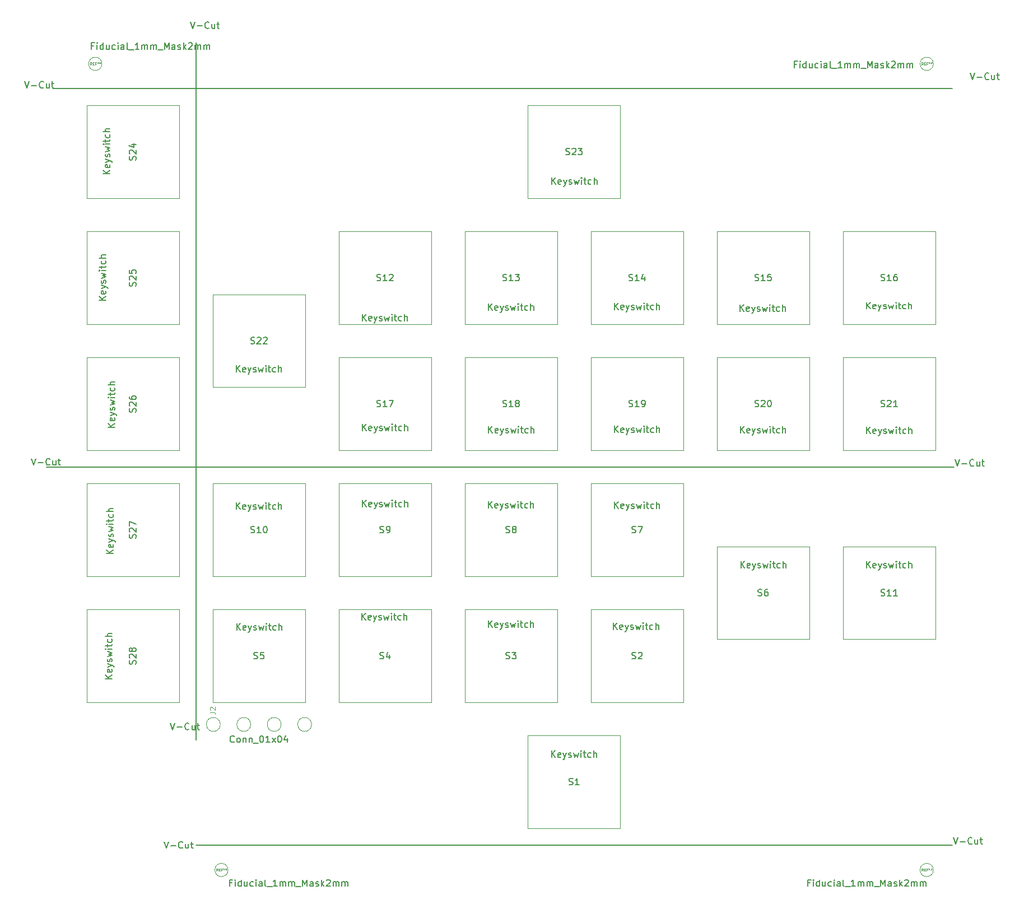
<source format=gbr>
%TF.GenerationSoftware,KiCad,Pcbnew,7.0.10*%
%TF.CreationDate,2024-02-04T21:18:15-08:00*%
%TF.ProjectId,oddball_steno,6f646462-616c-46c5-9f73-74656e6f2e6b,rev?*%
%TF.SameCoordinates,Original*%
%TF.FileFunction,AssemblyDrawing,Top*%
%FSLAX46Y46*%
G04 Gerber Fmt 4.6, Leading zero omitted, Abs format (unit mm)*
G04 Created by KiCad (PCBNEW 7.0.10) date 2024-02-04 21:18:15*
%MOMM*%
%LPD*%
G01*
G04 APERTURE LIST*
%ADD10C,0.150000*%
%ADD11C,0.060000*%
%ADD12C,0.120000*%
%ADD13C,0.100000*%
G04 APERTURE END LIST*
D10*
X209869422Y-140225444D02*
X210202755Y-141225444D01*
X210202755Y-141225444D02*
X210536088Y-140225444D01*
X210869422Y-140844491D02*
X211631327Y-140844491D01*
X212678945Y-141130205D02*
X212631326Y-141177825D01*
X212631326Y-141177825D02*
X212488469Y-141225444D01*
X212488469Y-141225444D02*
X212393231Y-141225444D01*
X212393231Y-141225444D02*
X212250374Y-141177825D01*
X212250374Y-141177825D02*
X212155136Y-141082586D01*
X212155136Y-141082586D02*
X212107517Y-140987348D01*
X212107517Y-140987348D02*
X212059898Y-140796872D01*
X212059898Y-140796872D02*
X212059898Y-140654015D01*
X212059898Y-140654015D02*
X212107517Y-140463539D01*
X212107517Y-140463539D02*
X212155136Y-140368301D01*
X212155136Y-140368301D02*
X212250374Y-140273063D01*
X212250374Y-140273063D02*
X212393231Y-140225444D01*
X212393231Y-140225444D02*
X212488469Y-140225444D01*
X212488469Y-140225444D02*
X212631326Y-140273063D01*
X212631326Y-140273063D02*
X212678945Y-140320682D01*
X213536088Y-140558777D02*
X213536088Y-141225444D01*
X213107517Y-140558777D02*
X213107517Y-141082586D01*
X213107517Y-141082586D02*
X213155136Y-141177825D01*
X213155136Y-141177825D02*
X213250374Y-141225444D01*
X213250374Y-141225444D02*
X213393231Y-141225444D01*
X213393231Y-141225444D02*
X213488469Y-141177825D01*
X213488469Y-141177825D02*
X213536088Y-141130205D01*
X213869422Y-140558777D02*
X214250374Y-140558777D01*
X214012279Y-140225444D02*
X214012279Y-141082586D01*
X214012279Y-141082586D02*
X214059898Y-141177825D01*
X214059898Y-141177825D02*
X214155136Y-141225444D01*
X214155136Y-141225444D02*
X214250374Y-141225444D01*
X90569422Y-140850444D02*
X90902755Y-141850444D01*
X90902755Y-141850444D02*
X91236088Y-140850444D01*
X91569422Y-141469491D02*
X92331327Y-141469491D01*
X93378945Y-141755205D02*
X93331326Y-141802825D01*
X93331326Y-141802825D02*
X93188469Y-141850444D01*
X93188469Y-141850444D02*
X93093231Y-141850444D01*
X93093231Y-141850444D02*
X92950374Y-141802825D01*
X92950374Y-141802825D02*
X92855136Y-141707586D01*
X92855136Y-141707586D02*
X92807517Y-141612348D01*
X92807517Y-141612348D02*
X92759898Y-141421872D01*
X92759898Y-141421872D02*
X92759898Y-141279015D01*
X92759898Y-141279015D02*
X92807517Y-141088539D01*
X92807517Y-141088539D02*
X92855136Y-140993301D01*
X92855136Y-140993301D02*
X92950374Y-140898063D01*
X92950374Y-140898063D02*
X93093231Y-140850444D01*
X93093231Y-140850444D02*
X93188469Y-140850444D01*
X93188469Y-140850444D02*
X93331326Y-140898063D01*
X93331326Y-140898063D02*
X93378945Y-140945682D01*
X94236088Y-141183777D02*
X94236088Y-141850444D01*
X93807517Y-141183777D02*
X93807517Y-141707586D01*
X93807517Y-141707586D02*
X93855136Y-141802825D01*
X93855136Y-141802825D02*
X93950374Y-141850444D01*
X93950374Y-141850444D02*
X94093231Y-141850444D01*
X94093231Y-141850444D02*
X94188469Y-141802825D01*
X94188469Y-141802825D02*
X94236088Y-141755205D01*
X94569422Y-141183777D02*
X94950374Y-141183777D01*
X94712279Y-140850444D02*
X94712279Y-141707586D01*
X94712279Y-141707586D02*
X94759898Y-141802825D01*
X94759898Y-141802825D02*
X94855136Y-141850444D01*
X94855136Y-141850444D02*
X94950374Y-141850444D01*
X95375500Y-125480625D02*
X95375500Y-20055625D01*
X91519422Y-122925444D02*
X91852755Y-123925444D01*
X91852755Y-123925444D02*
X92186088Y-122925444D01*
X92519422Y-123544491D02*
X93281327Y-123544491D01*
X94328945Y-123830205D02*
X94281326Y-123877825D01*
X94281326Y-123877825D02*
X94138469Y-123925444D01*
X94138469Y-123925444D02*
X94043231Y-123925444D01*
X94043231Y-123925444D02*
X93900374Y-123877825D01*
X93900374Y-123877825D02*
X93805136Y-123782586D01*
X93805136Y-123782586D02*
X93757517Y-123687348D01*
X93757517Y-123687348D02*
X93709898Y-123496872D01*
X93709898Y-123496872D02*
X93709898Y-123354015D01*
X93709898Y-123354015D02*
X93757517Y-123163539D01*
X93757517Y-123163539D02*
X93805136Y-123068301D01*
X93805136Y-123068301D02*
X93900374Y-122973063D01*
X93900374Y-122973063D02*
X94043231Y-122925444D01*
X94043231Y-122925444D02*
X94138469Y-122925444D01*
X94138469Y-122925444D02*
X94281326Y-122973063D01*
X94281326Y-122973063D02*
X94328945Y-123020682D01*
X95186088Y-123258777D02*
X95186088Y-123925444D01*
X94757517Y-123258777D02*
X94757517Y-123782586D01*
X94757517Y-123782586D02*
X94805136Y-123877825D01*
X94805136Y-123877825D02*
X94900374Y-123925444D01*
X94900374Y-123925444D02*
X95043231Y-123925444D01*
X95043231Y-123925444D02*
X95138469Y-123877825D01*
X95138469Y-123877825D02*
X95186088Y-123830205D01*
X95519422Y-123258777D02*
X95900374Y-123258777D01*
X95662279Y-122925444D02*
X95662279Y-123782586D01*
X95662279Y-123782586D02*
X95709898Y-123877825D01*
X95709898Y-123877825D02*
X95805136Y-123925444D01*
X95805136Y-123925444D02*
X95900374Y-123925444D01*
X70519422Y-82925444D02*
X70852755Y-83925444D01*
X70852755Y-83925444D02*
X71186088Y-82925444D01*
X71519422Y-83544491D02*
X72281327Y-83544491D01*
X73328945Y-83830205D02*
X73281326Y-83877825D01*
X73281326Y-83877825D02*
X73138469Y-83925444D01*
X73138469Y-83925444D02*
X73043231Y-83925444D01*
X73043231Y-83925444D02*
X72900374Y-83877825D01*
X72900374Y-83877825D02*
X72805136Y-83782586D01*
X72805136Y-83782586D02*
X72757517Y-83687348D01*
X72757517Y-83687348D02*
X72709898Y-83496872D01*
X72709898Y-83496872D02*
X72709898Y-83354015D01*
X72709898Y-83354015D02*
X72757517Y-83163539D01*
X72757517Y-83163539D02*
X72805136Y-83068301D01*
X72805136Y-83068301D02*
X72900374Y-82973063D01*
X72900374Y-82973063D02*
X73043231Y-82925444D01*
X73043231Y-82925444D02*
X73138469Y-82925444D01*
X73138469Y-82925444D02*
X73281326Y-82973063D01*
X73281326Y-82973063D02*
X73328945Y-83020682D01*
X74186088Y-83258777D02*
X74186088Y-83925444D01*
X73757517Y-83258777D02*
X73757517Y-83782586D01*
X73757517Y-83782586D02*
X73805136Y-83877825D01*
X73805136Y-83877825D02*
X73900374Y-83925444D01*
X73900374Y-83925444D02*
X74043231Y-83925444D01*
X74043231Y-83925444D02*
X74138469Y-83877825D01*
X74138469Y-83877825D02*
X74186088Y-83830205D01*
X74519422Y-83258777D02*
X74900374Y-83258777D01*
X74662279Y-82925444D02*
X74662279Y-83782586D01*
X74662279Y-83782586D02*
X74709898Y-83877825D01*
X74709898Y-83877825D02*
X74805136Y-83925444D01*
X74805136Y-83925444D02*
X74900374Y-83925444D01*
X212409422Y-24655444D02*
X212742755Y-25655444D01*
X212742755Y-25655444D02*
X213076088Y-24655444D01*
X213409422Y-25274491D02*
X214171327Y-25274491D01*
X215218945Y-25560205D02*
X215171326Y-25607825D01*
X215171326Y-25607825D02*
X215028469Y-25655444D01*
X215028469Y-25655444D02*
X214933231Y-25655444D01*
X214933231Y-25655444D02*
X214790374Y-25607825D01*
X214790374Y-25607825D02*
X214695136Y-25512586D01*
X214695136Y-25512586D02*
X214647517Y-25417348D01*
X214647517Y-25417348D02*
X214599898Y-25226872D01*
X214599898Y-25226872D02*
X214599898Y-25084015D01*
X214599898Y-25084015D02*
X214647517Y-24893539D01*
X214647517Y-24893539D02*
X214695136Y-24798301D01*
X214695136Y-24798301D02*
X214790374Y-24703063D01*
X214790374Y-24703063D02*
X214933231Y-24655444D01*
X214933231Y-24655444D02*
X215028469Y-24655444D01*
X215028469Y-24655444D02*
X215171326Y-24703063D01*
X215171326Y-24703063D02*
X215218945Y-24750682D01*
X216076088Y-24988777D02*
X216076088Y-25655444D01*
X215647517Y-24988777D02*
X215647517Y-25512586D01*
X215647517Y-25512586D02*
X215695136Y-25607825D01*
X215695136Y-25607825D02*
X215790374Y-25655444D01*
X215790374Y-25655444D02*
X215933231Y-25655444D01*
X215933231Y-25655444D02*
X216028469Y-25607825D01*
X216028469Y-25607825D02*
X216076088Y-25560205D01*
X216409422Y-24988777D02*
X216790374Y-24988777D01*
X216552279Y-24655444D02*
X216552279Y-25512586D01*
X216552279Y-25512586D02*
X216599898Y-25607825D01*
X216599898Y-25607825D02*
X216695136Y-25655444D01*
X216695136Y-25655444D02*
X216790374Y-25655444D01*
X69519422Y-25925444D02*
X69852755Y-26925444D01*
X69852755Y-26925444D02*
X70186088Y-25925444D01*
X70519422Y-26544491D02*
X71281327Y-26544491D01*
X72328945Y-26830205D02*
X72281326Y-26877825D01*
X72281326Y-26877825D02*
X72138469Y-26925444D01*
X72138469Y-26925444D02*
X72043231Y-26925444D01*
X72043231Y-26925444D02*
X71900374Y-26877825D01*
X71900374Y-26877825D02*
X71805136Y-26782586D01*
X71805136Y-26782586D02*
X71757517Y-26687348D01*
X71757517Y-26687348D02*
X71709898Y-26496872D01*
X71709898Y-26496872D02*
X71709898Y-26354015D01*
X71709898Y-26354015D02*
X71757517Y-26163539D01*
X71757517Y-26163539D02*
X71805136Y-26068301D01*
X71805136Y-26068301D02*
X71900374Y-25973063D01*
X71900374Y-25973063D02*
X72043231Y-25925444D01*
X72043231Y-25925444D02*
X72138469Y-25925444D01*
X72138469Y-25925444D02*
X72281326Y-25973063D01*
X72281326Y-25973063D02*
X72328945Y-26020682D01*
X73186088Y-26258777D02*
X73186088Y-26925444D01*
X72757517Y-26258777D02*
X72757517Y-26782586D01*
X72757517Y-26782586D02*
X72805136Y-26877825D01*
X72805136Y-26877825D02*
X72900374Y-26925444D01*
X72900374Y-26925444D02*
X73043231Y-26925444D01*
X73043231Y-26925444D02*
X73138469Y-26877825D01*
X73138469Y-26877825D02*
X73186088Y-26830205D01*
X73519422Y-26258777D02*
X73900374Y-26258777D01*
X73662279Y-25925444D02*
X73662279Y-26782586D01*
X73662279Y-26782586D02*
X73709898Y-26877825D01*
X73709898Y-26877825D02*
X73805136Y-26925444D01*
X73805136Y-26925444D02*
X73900374Y-26925444D01*
X209675500Y-141355625D02*
X95375500Y-141355625D01*
X209675500Y-27040625D02*
X73785500Y-27040625D01*
X209945500Y-84205625D02*
X72785500Y-84205625D01*
X210139422Y-83075444D02*
X210472755Y-84075444D01*
X210472755Y-84075444D02*
X210806088Y-83075444D01*
X211139422Y-83694491D02*
X211901327Y-83694491D01*
X212948945Y-83980205D02*
X212901326Y-84027825D01*
X212901326Y-84027825D02*
X212758469Y-84075444D01*
X212758469Y-84075444D02*
X212663231Y-84075444D01*
X212663231Y-84075444D02*
X212520374Y-84027825D01*
X212520374Y-84027825D02*
X212425136Y-83932586D01*
X212425136Y-83932586D02*
X212377517Y-83837348D01*
X212377517Y-83837348D02*
X212329898Y-83646872D01*
X212329898Y-83646872D02*
X212329898Y-83504015D01*
X212329898Y-83504015D02*
X212377517Y-83313539D01*
X212377517Y-83313539D02*
X212425136Y-83218301D01*
X212425136Y-83218301D02*
X212520374Y-83123063D01*
X212520374Y-83123063D02*
X212663231Y-83075444D01*
X212663231Y-83075444D02*
X212758469Y-83075444D01*
X212758469Y-83075444D02*
X212901326Y-83123063D01*
X212901326Y-83123063D02*
X212948945Y-83170682D01*
X213806088Y-83408777D02*
X213806088Y-84075444D01*
X213377517Y-83408777D02*
X213377517Y-83932586D01*
X213377517Y-83932586D02*
X213425136Y-84027825D01*
X213425136Y-84027825D02*
X213520374Y-84075444D01*
X213520374Y-84075444D02*
X213663231Y-84075444D01*
X213663231Y-84075444D02*
X213758469Y-84027825D01*
X213758469Y-84027825D02*
X213806088Y-83980205D01*
X214139422Y-83408777D02*
X214520374Y-83408777D01*
X214282279Y-83075444D02*
X214282279Y-83932586D01*
X214282279Y-83932586D02*
X214329898Y-84027825D01*
X214329898Y-84027825D02*
X214425136Y-84075444D01*
X214425136Y-84075444D02*
X214520374Y-84075444D01*
X94519422Y-16925444D02*
X94852755Y-17925444D01*
X94852755Y-17925444D02*
X95186088Y-16925444D01*
X95519422Y-17544491D02*
X96281327Y-17544491D01*
X97328945Y-17830205D02*
X97281326Y-17877825D01*
X97281326Y-17877825D02*
X97138469Y-17925444D01*
X97138469Y-17925444D02*
X97043231Y-17925444D01*
X97043231Y-17925444D02*
X96900374Y-17877825D01*
X96900374Y-17877825D02*
X96805136Y-17782586D01*
X96805136Y-17782586D02*
X96757517Y-17687348D01*
X96757517Y-17687348D02*
X96709898Y-17496872D01*
X96709898Y-17496872D02*
X96709898Y-17354015D01*
X96709898Y-17354015D02*
X96757517Y-17163539D01*
X96757517Y-17163539D02*
X96805136Y-17068301D01*
X96805136Y-17068301D02*
X96900374Y-16973063D01*
X96900374Y-16973063D02*
X97043231Y-16925444D01*
X97043231Y-16925444D02*
X97138469Y-16925444D01*
X97138469Y-16925444D02*
X97281326Y-16973063D01*
X97281326Y-16973063D02*
X97328945Y-17020682D01*
X98186088Y-17258777D02*
X98186088Y-17925444D01*
X97757517Y-17258777D02*
X97757517Y-17782586D01*
X97757517Y-17782586D02*
X97805136Y-17877825D01*
X97805136Y-17877825D02*
X97900374Y-17925444D01*
X97900374Y-17925444D02*
X98043231Y-17925444D01*
X98043231Y-17925444D02*
X98138469Y-17877825D01*
X98138469Y-17877825D02*
X98186088Y-17830205D01*
X98519422Y-17258777D02*
X98900374Y-17258777D01*
X98662279Y-16925444D02*
X98662279Y-17782586D01*
X98662279Y-17782586D02*
X98709898Y-17877825D01*
X98709898Y-17877825D02*
X98805136Y-17925444D01*
X98805136Y-17925444D02*
X98900374Y-17925444D01*
X100780262Y-147071634D02*
X100446929Y-147071634D01*
X100446929Y-147595444D02*
X100446929Y-146595444D01*
X100446929Y-146595444D02*
X100923119Y-146595444D01*
X101304072Y-147595444D02*
X101304072Y-146928777D01*
X101304072Y-146595444D02*
X101256453Y-146643063D01*
X101256453Y-146643063D02*
X101304072Y-146690682D01*
X101304072Y-146690682D02*
X101351691Y-146643063D01*
X101351691Y-146643063D02*
X101304072Y-146595444D01*
X101304072Y-146595444D02*
X101304072Y-146690682D01*
X102208833Y-147595444D02*
X102208833Y-146595444D01*
X102208833Y-147547825D02*
X102113595Y-147595444D01*
X102113595Y-147595444D02*
X101923119Y-147595444D01*
X101923119Y-147595444D02*
X101827881Y-147547825D01*
X101827881Y-147547825D02*
X101780262Y-147500205D01*
X101780262Y-147500205D02*
X101732643Y-147404967D01*
X101732643Y-147404967D02*
X101732643Y-147119253D01*
X101732643Y-147119253D02*
X101780262Y-147024015D01*
X101780262Y-147024015D02*
X101827881Y-146976396D01*
X101827881Y-146976396D02*
X101923119Y-146928777D01*
X101923119Y-146928777D02*
X102113595Y-146928777D01*
X102113595Y-146928777D02*
X102208833Y-146976396D01*
X103113595Y-146928777D02*
X103113595Y-147595444D01*
X102685024Y-146928777D02*
X102685024Y-147452586D01*
X102685024Y-147452586D02*
X102732643Y-147547825D01*
X102732643Y-147547825D02*
X102827881Y-147595444D01*
X102827881Y-147595444D02*
X102970738Y-147595444D01*
X102970738Y-147595444D02*
X103065976Y-147547825D01*
X103065976Y-147547825D02*
X103113595Y-147500205D01*
X104018357Y-147547825D02*
X103923119Y-147595444D01*
X103923119Y-147595444D02*
X103732643Y-147595444D01*
X103732643Y-147595444D02*
X103637405Y-147547825D01*
X103637405Y-147547825D02*
X103589786Y-147500205D01*
X103589786Y-147500205D02*
X103542167Y-147404967D01*
X103542167Y-147404967D02*
X103542167Y-147119253D01*
X103542167Y-147119253D02*
X103589786Y-147024015D01*
X103589786Y-147024015D02*
X103637405Y-146976396D01*
X103637405Y-146976396D02*
X103732643Y-146928777D01*
X103732643Y-146928777D02*
X103923119Y-146928777D01*
X103923119Y-146928777D02*
X104018357Y-146976396D01*
X104446929Y-147595444D02*
X104446929Y-146928777D01*
X104446929Y-146595444D02*
X104399310Y-146643063D01*
X104399310Y-146643063D02*
X104446929Y-146690682D01*
X104446929Y-146690682D02*
X104494548Y-146643063D01*
X104494548Y-146643063D02*
X104446929Y-146595444D01*
X104446929Y-146595444D02*
X104446929Y-146690682D01*
X105351690Y-147595444D02*
X105351690Y-147071634D01*
X105351690Y-147071634D02*
X105304071Y-146976396D01*
X105304071Y-146976396D02*
X105208833Y-146928777D01*
X105208833Y-146928777D02*
X105018357Y-146928777D01*
X105018357Y-146928777D02*
X104923119Y-146976396D01*
X105351690Y-147547825D02*
X105256452Y-147595444D01*
X105256452Y-147595444D02*
X105018357Y-147595444D01*
X105018357Y-147595444D02*
X104923119Y-147547825D01*
X104923119Y-147547825D02*
X104875500Y-147452586D01*
X104875500Y-147452586D02*
X104875500Y-147357348D01*
X104875500Y-147357348D02*
X104923119Y-147262110D01*
X104923119Y-147262110D02*
X105018357Y-147214491D01*
X105018357Y-147214491D02*
X105256452Y-147214491D01*
X105256452Y-147214491D02*
X105351690Y-147166872D01*
X105970738Y-147595444D02*
X105875500Y-147547825D01*
X105875500Y-147547825D02*
X105827881Y-147452586D01*
X105827881Y-147452586D02*
X105827881Y-146595444D01*
X106113596Y-147690682D02*
X106875500Y-147690682D01*
X107637405Y-147595444D02*
X107065977Y-147595444D01*
X107351691Y-147595444D02*
X107351691Y-146595444D01*
X107351691Y-146595444D02*
X107256453Y-146738301D01*
X107256453Y-146738301D02*
X107161215Y-146833539D01*
X107161215Y-146833539D02*
X107065977Y-146881158D01*
X108065977Y-147595444D02*
X108065977Y-146928777D01*
X108065977Y-147024015D02*
X108113596Y-146976396D01*
X108113596Y-146976396D02*
X108208834Y-146928777D01*
X108208834Y-146928777D02*
X108351691Y-146928777D01*
X108351691Y-146928777D02*
X108446929Y-146976396D01*
X108446929Y-146976396D02*
X108494548Y-147071634D01*
X108494548Y-147071634D02*
X108494548Y-147595444D01*
X108494548Y-147071634D02*
X108542167Y-146976396D01*
X108542167Y-146976396D02*
X108637405Y-146928777D01*
X108637405Y-146928777D02*
X108780262Y-146928777D01*
X108780262Y-146928777D02*
X108875501Y-146976396D01*
X108875501Y-146976396D02*
X108923120Y-147071634D01*
X108923120Y-147071634D02*
X108923120Y-147595444D01*
X109399310Y-147595444D02*
X109399310Y-146928777D01*
X109399310Y-147024015D02*
X109446929Y-146976396D01*
X109446929Y-146976396D02*
X109542167Y-146928777D01*
X109542167Y-146928777D02*
X109685024Y-146928777D01*
X109685024Y-146928777D02*
X109780262Y-146976396D01*
X109780262Y-146976396D02*
X109827881Y-147071634D01*
X109827881Y-147071634D02*
X109827881Y-147595444D01*
X109827881Y-147071634D02*
X109875500Y-146976396D01*
X109875500Y-146976396D02*
X109970738Y-146928777D01*
X109970738Y-146928777D02*
X110113595Y-146928777D01*
X110113595Y-146928777D02*
X110208834Y-146976396D01*
X110208834Y-146976396D02*
X110256453Y-147071634D01*
X110256453Y-147071634D02*
X110256453Y-147595444D01*
X110494548Y-147690682D02*
X111256452Y-147690682D01*
X111494548Y-147595444D02*
X111494548Y-146595444D01*
X111494548Y-146595444D02*
X111827881Y-147309729D01*
X111827881Y-147309729D02*
X112161214Y-146595444D01*
X112161214Y-146595444D02*
X112161214Y-147595444D01*
X113065976Y-147595444D02*
X113065976Y-147071634D01*
X113065976Y-147071634D02*
X113018357Y-146976396D01*
X113018357Y-146976396D02*
X112923119Y-146928777D01*
X112923119Y-146928777D02*
X112732643Y-146928777D01*
X112732643Y-146928777D02*
X112637405Y-146976396D01*
X113065976Y-147547825D02*
X112970738Y-147595444D01*
X112970738Y-147595444D02*
X112732643Y-147595444D01*
X112732643Y-147595444D02*
X112637405Y-147547825D01*
X112637405Y-147547825D02*
X112589786Y-147452586D01*
X112589786Y-147452586D02*
X112589786Y-147357348D01*
X112589786Y-147357348D02*
X112637405Y-147262110D01*
X112637405Y-147262110D02*
X112732643Y-147214491D01*
X112732643Y-147214491D02*
X112970738Y-147214491D01*
X112970738Y-147214491D02*
X113065976Y-147166872D01*
X113494548Y-147547825D02*
X113589786Y-147595444D01*
X113589786Y-147595444D02*
X113780262Y-147595444D01*
X113780262Y-147595444D02*
X113875500Y-147547825D01*
X113875500Y-147547825D02*
X113923119Y-147452586D01*
X113923119Y-147452586D02*
X113923119Y-147404967D01*
X113923119Y-147404967D02*
X113875500Y-147309729D01*
X113875500Y-147309729D02*
X113780262Y-147262110D01*
X113780262Y-147262110D02*
X113637405Y-147262110D01*
X113637405Y-147262110D02*
X113542167Y-147214491D01*
X113542167Y-147214491D02*
X113494548Y-147119253D01*
X113494548Y-147119253D02*
X113494548Y-147071634D01*
X113494548Y-147071634D02*
X113542167Y-146976396D01*
X113542167Y-146976396D02*
X113637405Y-146928777D01*
X113637405Y-146928777D02*
X113780262Y-146928777D01*
X113780262Y-146928777D02*
X113875500Y-146976396D01*
X114351691Y-147595444D02*
X114351691Y-146595444D01*
X114446929Y-147214491D02*
X114732643Y-147595444D01*
X114732643Y-146928777D02*
X114351691Y-147309729D01*
X115113596Y-146690682D02*
X115161215Y-146643063D01*
X115161215Y-146643063D02*
X115256453Y-146595444D01*
X115256453Y-146595444D02*
X115494548Y-146595444D01*
X115494548Y-146595444D02*
X115589786Y-146643063D01*
X115589786Y-146643063D02*
X115637405Y-146690682D01*
X115637405Y-146690682D02*
X115685024Y-146785920D01*
X115685024Y-146785920D02*
X115685024Y-146881158D01*
X115685024Y-146881158D02*
X115637405Y-147024015D01*
X115637405Y-147024015D02*
X115065977Y-147595444D01*
X115065977Y-147595444D02*
X115685024Y-147595444D01*
X116113596Y-147595444D02*
X116113596Y-146928777D01*
X116113596Y-147024015D02*
X116161215Y-146976396D01*
X116161215Y-146976396D02*
X116256453Y-146928777D01*
X116256453Y-146928777D02*
X116399310Y-146928777D01*
X116399310Y-146928777D02*
X116494548Y-146976396D01*
X116494548Y-146976396D02*
X116542167Y-147071634D01*
X116542167Y-147071634D02*
X116542167Y-147595444D01*
X116542167Y-147071634D02*
X116589786Y-146976396D01*
X116589786Y-146976396D02*
X116685024Y-146928777D01*
X116685024Y-146928777D02*
X116827881Y-146928777D01*
X116827881Y-146928777D02*
X116923120Y-146976396D01*
X116923120Y-146976396D02*
X116970739Y-147071634D01*
X116970739Y-147071634D02*
X116970739Y-147595444D01*
X117446929Y-147595444D02*
X117446929Y-146928777D01*
X117446929Y-147024015D02*
X117494548Y-146976396D01*
X117494548Y-146976396D02*
X117589786Y-146928777D01*
X117589786Y-146928777D02*
X117732643Y-146928777D01*
X117732643Y-146928777D02*
X117827881Y-146976396D01*
X117827881Y-146976396D02*
X117875500Y-147071634D01*
X117875500Y-147071634D02*
X117875500Y-147595444D01*
X117875500Y-147071634D02*
X117923119Y-146976396D01*
X117923119Y-146976396D02*
X118018357Y-146928777D01*
X118018357Y-146928777D02*
X118161214Y-146928777D01*
X118161214Y-146928777D02*
X118256453Y-146976396D01*
X118256453Y-146976396D02*
X118304072Y-147071634D01*
X118304072Y-147071634D02*
X118304072Y-147595444D01*
D11*
X98692166Y-145322552D02*
X98558833Y-145132076D01*
X98463595Y-145322552D02*
X98463595Y-144922552D01*
X98463595Y-144922552D02*
X98615976Y-144922552D01*
X98615976Y-144922552D02*
X98654071Y-144941600D01*
X98654071Y-144941600D02*
X98673118Y-144960647D01*
X98673118Y-144960647D02*
X98692166Y-144998743D01*
X98692166Y-144998743D02*
X98692166Y-145055885D01*
X98692166Y-145055885D02*
X98673118Y-145093981D01*
X98673118Y-145093981D02*
X98654071Y-145113028D01*
X98654071Y-145113028D02*
X98615976Y-145132076D01*
X98615976Y-145132076D02*
X98463595Y-145132076D01*
X98863595Y-145113028D02*
X98996928Y-145113028D01*
X99054071Y-145322552D02*
X98863595Y-145322552D01*
X98863595Y-145322552D02*
X98863595Y-144922552D01*
X98863595Y-144922552D02*
X99054071Y-144922552D01*
X99358833Y-145113028D02*
X99225500Y-145113028D01*
X99225500Y-145322552D02*
X99225500Y-144922552D01*
X99225500Y-144922552D02*
X99415976Y-144922552D01*
X99625499Y-144922552D02*
X99625499Y-145017790D01*
X99530261Y-144979695D02*
X99625499Y-145017790D01*
X99625499Y-145017790D02*
X99720738Y-144979695D01*
X99568357Y-145093981D02*
X99625499Y-145017790D01*
X99625499Y-145017790D02*
X99682642Y-145093981D01*
X99930261Y-144922552D02*
X99930261Y-145017790D01*
X99835023Y-144979695D02*
X99930261Y-145017790D01*
X99930261Y-145017790D02*
X100025500Y-144979695D01*
X99873119Y-145093981D02*
X99930261Y-145017790D01*
X99930261Y-145017790D02*
X99987404Y-145093981D01*
D10*
X79920262Y-20561634D02*
X79586929Y-20561634D01*
X79586929Y-21085444D02*
X79586929Y-20085444D01*
X79586929Y-20085444D02*
X80063119Y-20085444D01*
X80444072Y-21085444D02*
X80444072Y-20418777D01*
X80444072Y-20085444D02*
X80396453Y-20133063D01*
X80396453Y-20133063D02*
X80444072Y-20180682D01*
X80444072Y-20180682D02*
X80491691Y-20133063D01*
X80491691Y-20133063D02*
X80444072Y-20085444D01*
X80444072Y-20085444D02*
X80444072Y-20180682D01*
X81348833Y-21085444D02*
X81348833Y-20085444D01*
X81348833Y-21037825D02*
X81253595Y-21085444D01*
X81253595Y-21085444D02*
X81063119Y-21085444D01*
X81063119Y-21085444D02*
X80967881Y-21037825D01*
X80967881Y-21037825D02*
X80920262Y-20990205D01*
X80920262Y-20990205D02*
X80872643Y-20894967D01*
X80872643Y-20894967D02*
X80872643Y-20609253D01*
X80872643Y-20609253D02*
X80920262Y-20514015D01*
X80920262Y-20514015D02*
X80967881Y-20466396D01*
X80967881Y-20466396D02*
X81063119Y-20418777D01*
X81063119Y-20418777D02*
X81253595Y-20418777D01*
X81253595Y-20418777D02*
X81348833Y-20466396D01*
X82253595Y-20418777D02*
X82253595Y-21085444D01*
X81825024Y-20418777D02*
X81825024Y-20942586D01*
X81825024Y-20942586D02*
X81872643Y-21037825D01*
X81872643Y-21037825D02*
X81967881Y-21085444D01*
X81967881Y-21085444D02*
X82110738Y-21085444D01*
X82110738Y-21085444D02*
X82205976Y-21037825D01*
X82205976Y-21037825D02*
X82253595Y-20990205D01*
X83158357Y-21037825D02*
X83063119Y-21085444D01*
X83063119Y-21085444D02*
X82872643Y-21085444D01*
X82872643Y-21085444D02*
X82777405Y-21037825D01*
X82777405Y-21037825D02*
X82729786Y-20990205D01*
X82729786Y-20990205D02*
X82682167Y-20894967D01*
X82682167Y-20894967D02*
X82682167Y-20609253D01*
X82682167Y-20609253D02*
X82729786Y-20514015D01*
X82729786Y-20514015D02*
X82777405Y-20466396D01*
X82777405Y-20466396D02*
X82872643Y-20418777D01*
X82872643Y-20418777D02*
X83063119Y-20418777D01*
X83063119Y-20418777D02*
X83158357Y-20466396D01*
X83586929Y-21085444D02*
X83586929Y-20418777D01*
X83586929Y-20085444D02*
X83539310Y-20133063D01*
X83539310Y-20133063D02*
X83586929Y-20180682D01*
X83586929Y-20180682D02*
X83634548Y-20133063D01*
X83634548Y-20133063D02*
X83586929Y-20085444D01*
X83586929Y-20085444D02*
X83586929Y-20180682D01*
X84491690Y-21085444D02*
X84491690Y-20561634D01*
X84491690Y-20561634D02*
X84444071Y-20466396D01*
X84444071Y-20466396D02*
X84348833Y-20418777D01*
X84348833Y-20418777D02*
X84158357Y-20418777D01*
X84158357Y-20418777D02*
X84063119Y-20466396D01*
X84491690Y-21037825D02*
X84396452Y-21085444D01*
X84396452Y-21085444D02*
X84158357Y-21085444D01*
X84158357Y-21085444D02*
X84063119Y-21037825D01*
X84063119Y-21037825D02*
X84015500Y-20942586D01*
X84015500Y-20942586D02*
X84015500Y-20847348D01*
X84015500Y-20847348D02*
X84063119Y-20752110D01*
X84063119Y-20752110D02*
X84158357Y-20704491D01*
X84158357Y-20704491D02*
X84396452Y-20704491D01*
X84396452Y-20704491D02*
X84491690Y-20656872D01*
X85110738Y-21085444D02*
X85015500Y-21037825D01*
X85015500Y-21037825D02*
X84967881Y-20942586D01*
X84967881Y-20942586D02*
X84967881Y-20085444D01*
X85253596Y-21180682D02*
X86015500Y-21180682D01*
X86777405Y-21085444D02*
X86205977Y-21085444D01*
X86491691Y-21085444D02*
X86491691Y-20085444D01*
X86491691Y-20085444D02*
X86396453Y-20228301D01*
X86396453Y-20228301D02*
X86301215Y-20323539D01*
X86301215Y-20323539D02*
X86205977Y-20371158D01*
X87205977Y-21085444D02*
X87205977Y-20418777D01*
X87205977Y-20514015D02*
X87253596Y-20466396D01*
X87253596Y-20466396D02*
X87348834Y-20418777D01*
X87348834Y-20418777D02*
X87491691Y-20418777D01*
X87491691Y-20418777D02*
X87586929Y-20466396D01*
X87586929Y-20466396D02*
X87634548Y-20561634D01*
X87634548Y-20561634D02*
X87634548Y-21085444D01*
X87634548Y-20561634D02*
X87682167Y-20466396D01*
X87682167Y-20466396D02*
X87777405Y-20418777D01*
X87777405Y-20418777D02*
X87920262Y-20418777D01*
X87920262Y-20418777D02*
X88015501Y-20466396D01*
X88015501Y-20466396D02*
X88063120Y-20561634D01*
X88063120Y-20561634D02*
X88063120Y-21085444D01*
X88539310Y-21085444D02*
X88539310Y-20418777D01*
X88539310Y-20514015D02*
X88586929Y-20466396D01*
X88586929Y-20466396D02*
X88682167Y-20418777D01*
X88682167Y-20418777D02*
X88825024Y-20418777D01*
X88825024Y-20418777D02*
X88920262Y-20466396D01*
X88920262Y-20466396D02*
X88967881Y-20561634D01*
X88967881Y-20561634D02*
X88967881Y-21085444D01*
X88967881Y-20561634D02*
X89015500Y-20466396D01*
X89015500Y-20466396D02*
X89110738Y-20418777D01*
X89110738Y-20418777D02*
X89253595Y-20418777D01*
X89253595Y-20418777D02*
X89348834Y-20466396D01*
X89348834Y-20466396D02*
X89396453Y-20561634D01*
X89396453Y-20561634D02*
X89396453Y-21085444D01*
X89634548Y-21180682D02*
X90396452Y-21180682D01*
X90634548Y-21085444D02*
X90634548Y-20085444D01*
X90634548Y-20085444D02*
X90967881Y-20799729D01*
X90967881Y-20799729D02*
X91301214Y-20085444D01*
X91301214Y-20085444D02*
X91301214Y-21085444D01*
X92205976Y-21085444D02*
X92205976Y-20561634D01*
X92205976Y-20561634D02*
X92158357Y-20466396D01*
X92158357Y-20466396D02*
X92063119Y-20418777D01*
X92063119Y-20418777D02*
X91872643Y-20418777D01*
X91872643Y-20418777D02*
X91777405Y-20466396D01*
X92205976Y-21037825D02*
X92110738Y-21085444D01*
X92110738Y-21085444D02*
X91872643Y-21085444D01*
X91872643Y-21085444D02*
X91777405Y-21037825D01*
X91777405Y-21037825D02*
X91729786Y-20942586D01*
X91729786Y-20942586D02*
X91729786Y-20847348D01*
X91729786Y-20847348D02*
X91777405Y-20752110D01*
X91777405Y-20752110D02*
X91872643Y-20704491D01*
X91872643Y-20704491D02*
X92110738Y-20704491D01*
X92110738Y-20704491D02*
X92205976Y-20656872D01*
X92634548Y-21037825D02*
X92729786Y-21085444D01*
X92729786Y-21085444D02*
X92920262Y-21085444D01*
X92920262Y-21085444D02*
X93015500Y-21037825D01*
X93015500Y-21037825D02*
X93063119Y-20942586D01*
X93063119Y-20942586D02*
X93063119Y-20894967D01*
X93063119Y-20894967D02*
X93015500Y-20799729D01*
X93015500Y-20799729D02*
X92920262Y-20752110D01*
X92920262Y-20752110D02*
X92777405Y-20752110D01*
X92777405Y-20752110D02*
X92682167Y-20704491D01*
X92682167Y-20704491D02*
X92634548Y-20609253D01*
X92634548Y-20609253D02*
X92634548Y-20561634D01*
X92634548Y-20561634D02*
X92682167Y-20466396D01*
X92682167Y-20466396D02*
X92777405Y-20418777D01*
X92777405Y-20418777D02*
X92920262Y-20418777D01*
X92920262Y-20418777D02*
X93015500Y-20466396D01*
X93491691Y-21085444D02*
X93491691Y-20085444D01*
X93586929Y-20704491D02*
X93872643Y-21085444D01*
X93872643Y-20418777D02*
X93491691Y-20799729D01*
X94253596Y-20180682D02*
X94301215Y-20133063D01*
X94301215Y-20133063D02*
X94396453Y-20085444D01*
X94396453Y-20085444D02*
X94634548Y-20085444D01*
X94634548Y-20085444D02*
X94729786Y-20133063D01*
X94729786Y-20133063D02*
X94777405Y-20180682D01*
X94777405Y-20180682D02*
X94825024Y-20275920D01*
X94825024Y-20275920D02*
X94825024Y-20371158D01*
X94825024Y-20371158D02*
X94777405Y-20514015D01*
X94777405Y-20514015D02*
X94205977Y-21085444D01*
X94205977Y-21085444D02*
X94825024Y-21085444D01*
X95253596Y-21085444D02*
X95253596Y-20418777D01*
X95253596Y-20514015D02*
X95301215Y-20466396D01*
X95301215Y-20466396D02*
X95396453Y-20418777D01*
X95396453Y-20418777D02*
X95539310Y-20418777D01*
X95539310Y-20418777D02*
X95634548Y-20466396D01*
X95634548Y-20466396D02*
X95682167Y-20561634D01*
X95682167Y-20561634D02*
X95682167Y-21085444D01*
X95682167Y-20561634D02*
X95729786Y-20466396D01*
X95729786Y-20466396D02*
X95825024Y-20418777D01*
X95825024Y-20418777D02*
X95967881Y-20418777D01*
X95967881Y-20418777D02*
X96063120Y-20466396D01*
X96063120Y-20466396D02*
X96110739Y-20561634D01*
X96110739Y-20561634D02*
X96110739Y-21085444D01*
X96586929Y-21085444D02*
X96586929Y-20418777D01*
X96586929Y-20514015D02*
X96634548Y-20466396D01*
X96634548Y-20466396D02*
X96729786Y-20418777D01*
X96729786Y-20418777D02*
X96872643Y-20418777D01*
X96872643Y-20418777D02*
X96967881Y-20466396D01*
X96967881Y-20466396D02*
X97015500Y-20561634D01*
X97015500Y-20561634D02*
X97015500Y-21085444D01*
X97015500Y-20561634D02*
X97063119Y-20466396D01*
X97063119Y-20466396D02*
X97158357Y-20418777D01*
X97158357Y-20418777D02*
X97301214Y-20418777D01*
X97301214Y-20418777D02*
X97396453Y-20466396D01*
X97396453Y-20466396D02*
X97444072Y-20561634D01*
X97444072Y-20561634D02*
X97444072Y-21085444D01*
D11*
X79627166Y-23452552D02*
X79493833Y-23262076D01*
X79398595Y-23452552D02*
X79398595Y-23052552D01*
X79398595Y-23052552D02*
X79550976Y-23052552D01*
X79550976Y-23052552D02*
X79589071Y-23071600D01*
X79589071Y-23071600D02*
X79608118Y-23090647D01*
X79608118Y-23090647D02*
X79627166Y-23128743D01*
X79627166Y-23128743D02*
X79627166Y-23185885D01*
X79627166Y-23185885D02*
X79608118Y-23223981D01*
X79608118Y-23223981D02*
X79589071Y-23243028D01*
X79589071Y-23243028D02*
X79550976Y-23262076D01*
X79550976Y-23262076D02*
X79398595Y-23262076D01*
X79798595Y-23243028D02*
X79931928Y-23243028D01*
X79989071Y-23452552D02*
X79798595Y-23452552D01*
X79798595Y-23452552D02*
X79798595Y-23052552D01*
X79798595Y-23052552D02*
X79989071Y-23052552D01*
X80293833Y-23243028D02*
X80160500Y-23243028D01*
X80160500Y-23452552D02*
X80160500Y-23052552D01*
X80160500Y-23052552D02*
X80350976Y-23052552D01*
X80560499Y-23052552D02*
X80560499Y-23147790D01*
X80465261Y-23109695D02*
X80560499Y-23147790D01*
X80560499Y-23147790D02*
X80655738Y-23109695D01*
X80503357Y-23223981D02*
X80560499Y-23147790D01*
X80560499Y-23147790D02*
X80617642Y-23223981D01*
X80865261Y-23052552D02*
X80865261Y-23147790D01*
X80770023Y-23109695D02*
X80865261Y-23147790D01*
X80865261Y-23147790D02*
X80960500Y-23109695D01*
X80808119Y-23223981D02*
X80865261Y-23147790D01*
X80865261Y-23147790D02*
X80922404Y-23223981D01*
D10*
X188175262Y-147071634D02*
X187841929Y-147071634D01*
X187841929Y-147595444D02*
X187841929Y-146595444D01*
X187841929Y-146595444D02*
X188318119Y-146595444D01*
X188699072Y-147595444D02*
X188699072Y-146928777D01*
X188699072Y-146595444D02*
X188651453Y-146643063D01*
X188651453Y-146643063D02*
X188699072Y-146690682D01*
X188699072Y-146690682D02*
X188746691Y-146643063D01*
X188746691Y-146643063D02*
X188699072Y-146595444D01*
X188699072Y-146595444D02*
X188699072Y-146690682D01*
X189603833Y-147595444D02*
X189603833Y-146595444D01*
X189603833Y-147547825D02*
X189508595Y-147595444D01*
X189508595Y-147595444D02*
X189318119Y-147595444D01*
X189318119Y-147595444D02*
X189222881Y-147547825D01*
X189222881Y-147547825D02*
X189175262Y-147500205D01*
X189175262Y-147500205D02*
X189127643Y-147404967D01*
X189127643Y-147404967D02*
X189127643Y-147119253D01*
X189127643Y-147119253D02*
X189175262Y-147024015D01*
X189175262Y-147024015D02*
X189222881Y-146976396D01*
X189222881Y-146976396D02*
X189318119Y-146928777D01*
X189318119Y-146928777D02*
X189508595Y-146928777D01*
X189508595Y-146928777D02*
X189603833Y-146976396D01*
X190508595Y-146928777D02*
X190508595Y-147595444D01*
X190080024Y-146928777D02*
X190080024Y-147452586D01*
X190080024Y-147452586D02*
X190127643Y-147547825D01*
X190127643Y-147547825D02*
X190222881Y-147595444D01*
X190222881Y-147595444D02*
X190365738Y-147595444D01*
X190365738Y-147595444D02*
X190460976Y-147547825D01*
X190460976Y-147547825D02*
X190508595Y-147500205D01*
X191413357Y-147547825D02*
X191318119Y-147595444D01*
X191318119Y-147595444D02*
X191127643Y-147595444D01*
X191127643Y-147595444D02*
X191032405Y-147547825D01*
X191032405Y-147547825D02*
X190984786Y-147500205D01*
X190984786Y-147500205D02*
X190937167Y-147404967D01*
X190937167Y-147404967D02*
X190937167Y-147119253D01*
X190937167Y-147119253D02*
X190984786Y-147024015D01*
X190984786Y-147024015D02*
X191032405Y-146976396D01*
X191032405Y-146976396D02*
X191127643Y-146928777D01*
X191127643Y-146928777D02*
X191318119Y-146928777D01*
X191318119Y-146928777D02*
X191413357Y-146976396D01*
X191841929Y-147595444D02*
X191841929Y-146928777D01*
X191841929Y-146595444D02*
X191794310Y-146643063D01*
X191794310Y-146643063D02*
X191841929Y-146690682D01*
X191841929Y-146690682D02*
X191889548Y-146643063D01*
X191889548Y-146643063D02*
X191841929Y-146595444D01*
X191841929Y-146595444D02*
X191841929Y-146690682D01*
X192746690Y-147595444D02*
X192746690Y-147071634D01*
X192746690Y-147071634D02*
X192699071Y-146976396D01*
X192699071Y-146976396D02*
X192603833Y-146928777D01*
X192603833Y-146928777D02*
X192413357Y-146928777D01*
X192413357Y-146928777D02*
X192318119Y-146976396D01*
X192746690Y-147547825D02*
X192651452Y-147595444D01*
X192651452Y-147595444D02*
X192413357Y-147595444D01*
X192413357Y-147595444D02*
X192318119Y-147547825D01*
X192318119Y-147547825D02*
X192270500Y-147452586D01*
X192270500Y-147452586D02*
X192270500Y-147357348D01*
X192270500Y-147357348D02*
X192318119Y-147262110D01*
X192318119Y-147262110D02*
X192413357Y-147214491D01*
X192413357Y-147214491D02*
X192651452Y-147214491D01*
X192651452Y-147214491D02*
X192746690Y-147166872D01*
X193365738Y-147595444D02*
X193270500Y-147547825D01*
X193270500Y-147547825D02*
X193222881Y-147452586D01*
X193222881Y-147452586D02*
X193222881Y-146595444D01*
X193508596Y-147690682D02*
X194270500Y-147690682D01*
X195032405Y-147595444D02*
X194460977Y-147595444D01*
X194746691Y-147595444D02*
X194746691Y-146595444D01*
X194746691Y-146595444D02*
X194651453Y-146738301D01*
X194651453Y-146738301D02*
X194556215Y-146833539D01*
X194556215Y-146833539D02*
X194460977Y-146881158D01*
X195460977Y-147595444D02*
X195460977Y-146928777D01*
X195460977Y-147024015D02*
X195508596Y-146976396D01*
X195508596Y-146976396D02*
X195603834Y-146928777D01*
X195603834Y-146928777D02*
X195746691Y-146928777D01*
X195746691Y-146928777D02*
X195841929Y-146976396D01*
X195841929Y-146976396D02*
X195889548Y-147071634D01*
X195889548Y-147071634D02*
X195889548Y-147595444D01*
X195889548Y-147071634D02*
X195937167Y-146976396D01*
X195937167Y-146976396D02*
X196032405Y-146928777D01*
X196032405Y-146928777D02*
X196175262Y-146928777D01*
X196175262Y-146928777D02*
X196270501Y-146976396D01*
X196270501Y-146976396D02*
X196318120Y-147071634D01*
X196318120Y-147071634D02*
X196318120Y-147595444D01*
X196794310Y-147595444D02*
X196794310Y-146928777D01*
X196794310Y-147024015D02*
X196841929Y-146976396D01*
X196841929Y-146976396D02*
X196937167Y-146928777D01*
X196937167Y-146928777D02*
X197080024Y-146928777D01*
X197080024Y-146928777D02*
X197175262Y-146976396D01*
X197175262Y-146976396D02*
X197222881Y-147071634D01*
X197222881Y-147071634D02*
X197222881Y-147595444D01*
X197222881Y-147071634D02*
X197270500Y-146976396D01*
X197270500Y-146976396D02*
X197365738Y-146928777D01*
X197365738Y-146928777D02*
X197508595Y-146928777D01*
X197508595Y-146928777D02*
X197603834Y-146976396D01*
X197603834Y-146976396D02*
X197651453Y-147071634D01*
X197651453Y-147071634D02*
X197651453Y-147595444D01*
X197889548Y-147690682D02*
X198651452Y-147690682D01*
X198889548Y-147595444D02*
X198889548Y-146595444D01*
X198889548Y-146595444D02*
X199222881Y-147309729D01*
X199222881Y-147309729D02*
X199556214Y-146595444D01*
X199556214Y-146595444D02*
X199556214Y-147595444D01*
X200460976Y-147595444D02*
X200460976Y-147071634D01*
X200460976Y-147071634D02*
X200413357Y-146976396D01*
X200413357Y-146976396D02*
X200318119Y-146928777D01*
X200318119Y-146928777D02*
X200127643Y-146928777D01*
X200127643Y-146928777D02*
X200032405Y-146976396D01*
X200460976Y-147547825D02*
X200365738Y-147595444D01*
X200365738Y-147595444D02*
X200127643Y-147595444D01*
X200127643Y-147595444D02*
X200032405Y-147547825D01*
X200032405Y-147547825D02*
X199984786Y-147452586D01*
X199984786Y-147452586D02*
X199984786Y-147357348D01*
X199984786Y-147357348D02*
X200032405Y-147262110D01*
X200032405Y-147262110D02*
X200127643Y-147214491D01*
X200127643Y-147214491D02*
X200365738Y-147214491D01*
X200365738Y-147214491D02*
X200460976Y-147166872D01*
X200889548Y-147547825D02*
X200984786Y-147595444D01*
X200984786Y-147595444D02*
X201175262Y-147595444D01*
X201175262Y-147595444D02*
X201270500Y-147547825D01*
X201270500Y-147547825D02*
X201318119Y-147452586D01*
X201318119Y-147452586D02*
X201318119Y-147404967D01*
X201318119Y-147404967D02*
X201270500Y-147309729D01*
X201270500Y-147309729D02*
X201175262Y-147262110D01*
X201175262Y-147262110D02*
X201032405Y-147262110D01*
X201032405Y-147262110D02*
X200937167Y-147214491D01*
X200937167Y-147214491D02*
X200889548Y-147119253D01*
X200889548Y-147119253D02*
X200889548Y-147071634D01*
X200889548Y-147071634D02*
X200937167Y-146976396D01*
X200937167Y-146976396D02*
X201032405Y-146928777D01*
X201032405Y-146928777D02*
X201175262Y-146928777D01*
X201175262Y-146928777D02*
X201270500Y-146976396D01*
X201746691Y-147595444D02*
X201746691Y-146595444D01*
X201841929Y-147214491D02*
X202127643Y-147595444D01*
X202127643Y-146928777D02*
X201746691Y-147309729D01*
X202508596Y-146690682D02*
X202556215Y-146643063D01*
X202556215Y-146643063D02*
X202651453Y-146595444D01*
X202651453Y-146595444D02*
X202889548Y-146595444D01*
X202889548Y-146595444D02*
X202984786Y-146643063D01*
X202984786Y-146643063D02*
X203032405Y-146690682D01*
X203032405Y-146690682D02*
X203080024Y-146785920D01*
X203080024Y-146785920D02*
X203080024Y-146881158D01*
X203080024Y-146881158D02*
X203032405Y-147024015D01*
X203032405Y-147024015D02*
X202460977Y-147595444D01*
X202460977Y-147595444D02*
X203080024Y-147595444D01*
X203508596Y-147595444D02*
X203508596Y-146928777D01*
X203508596Y-147024015D02*
X203556215Y-146976396D01*
X203556215Y-146976396D02*
X203651453Y-146928777D01*
X203651453Y-146928777D02*
X203794310Y-146928777D01*
X203794310Y-146928777D02*
X203889548Y-146976396D01*
X203889548Y-146976396D02*
X203937167Y-147071634D01*
X203937167Y-147071634D02*
X203937167Y-147595444D01*
X203937167Y-147071634D02*
X203984786Y-146976396D01*
X203984786Y-146976396D02*
X204080024Y-146928777D01*
X204080024Y-146928777D02*
X204222881Y-146928777D01*
X204222881Y-146928777D02*
X204318120Y-146976396D01*
X204318120Y-146976396D02*
X204365739Y-147071634D01*
X204365739Y-147071634D02*
X204365739Y-147595444D01*
X204841929Y-147595444D02*
X204841929Y-146928777D01*
X204841929Y-147024015D02*
X204889548Y-146976396D01*
X204889548Y-146976396D02*
X204984786Y-146928777D01*
X204984786Y-146928777D02*
X205127643Y-146928777D01*
X205127643Y-146928777D02*
X205222881Y-146976396D01*
X205222881Y-146976396D02*
X205270500Y-147071634D01*
X205270500Y-147071634D02*
X205270500Y-147595444D01*
X205270500Y-147071634D02*
X205318119Y-146976396D01*
X205318119Y-146976396D02*
X205413357Y-146928777D01*
X205413357Y-146928777D02*
X205556214Y-146928777D01*
X205556214Y-146928777D02*
X205651453Y-146976396D01*
X205651453Y-146976396D02*
X205699072Y-147071634D01*
X205699072Y-147071634D02*
X205699072Y-147595444D01*
D11*
X205292166Y-145322552D02*
X205158833Y-145132076D01*
X205063595Y-145322552D02*
X205063595Y-144922552D01*
X205063595Y-144922552D02*
X205215976Y-144922552D01*
X205215976Y-144922552D02*
X205254071Y-144941600D01*
X205254071Y-144941600D02*
X205273118Y-144960647D01*
X205273118Y-144960647D02*
X205292166Y-144998743D01*
X205292166Y-144998743D02*
X205292166Y-145055885D01*
X205292166Y-145055885D02*
X205273118Y-145093981D01*
X205273118Y-145093981D02*
X205254071Y-145113028D01*
X205254071Y-145113028D02*
X205215976Y-145132076D01*
X205215976Y-145132076D02*
X205063595Y-145132076D01*
X205463595Y-145113028D02*
X205596928Y-145113028D01*
X205654071Y-145322552D02*
X205463595Y-145322552D01*
X205463595Y-145322552D02*
X205463595Y-144922552D01*
X205463595Y-144922552D02*
X205654071Y-144922552D01*
X205958833Y-145113028D02*
X205825500Y-145113028D01*
X205825500Y-145322552D02*
X205825500Y-144922552D01*
X205825500Y-144922552D02*
X206015976Y-144922552D01*
X206225499Y-144922552D02*
X206225499Y-145017790D01*
X206130261Y-144979695D02*
X206225499Y-145017790D01*
X206225499Y-145017790D02*
X206320738Y-144979695D01*
X206168357Y-145093981D02*
X206225499Y-145017790D01*
X206225499Y-145017790D02*
X206282642Y-145093981D01*
X206530261Y-144922552D02*
X206530261Y-145017790D01*
X206435023Y-144979695D02*
X206530261Y-145017790D01*
X206530261Y-145017790D02*
X206625500Y-144979695D01*
X206473119Y-145093981D02*
X206530261Y-145017790D01*
X206530261Y-145017790D02*
X206587404Y-145093981D01*
D10*
X186175262Y-23351634D02*
X185841929Y-23351634D01*
X185841929Y-23875444D02*
X185841929Y-22875444D01*
X185841929Y-22875444D02*
X186318119Y-22875444D01*
X186699072Y-23875444D02*
X186699072Y-23208777D01*
X186699072Y-22875444D02*
X186651453Y-22923063D01*
X186651453Y-22923063D02*
X186699072Y-22970682D01*
X186699072Y-22970682D02*
X186746691Y-22923063D01*
X186746691Y-22923063D02*
X186699072Y-22875444D01*
X186699072Y-22875444D02*
X186699072Y-22970682D01*
X187603833Y-23875444D02*
X187603833Y-22875444D01*
X187603833Y-23827825D02*
X187508595Y-23875444D01*
X187508595Y-23875444D02*
X187318119Y-23875444D01*
X187318119Y-23875444D02*
X187222881Y-23827825D01*
X187222881Y-23827825D02*
X187175262Y-23780205D01*
X187175262Y-23780205D02*
X187127643Y-23684967D01*
X187127643Y-23684967D02*
X187127643Y-23399253D01*
X187127643Y-23399253D02*
X187175262Y-23304015D01*
X187175262Y-23304015D02*
X187222881Y-23256396D01*
X187222881Y-23256396D02*
X187318119Y-23208777D01*
X187318119Y-23208777D02*
X187508595Y-23208777D01*
X187508595Y-23208777D02*
X187603833Y-23256396D01*
X188508595Y-23208777D02*
X188508595Y-23875444D01*
X188080024Y-23208777D02*
X188080024Y-23732586D01*
X188080024Y-23732586D02*
X188127643Y-23827825D01*
X188127643Y-23827825D02*
X188222881Y-23875444D01*
X188222881Y-23875444D02*
X188365738Y-23875444D01*
X188365738Y-23875444D02*
X188460976Y-23827825D01*
X188460976Y-23827825D02*
X188508595Y-23780205D01*
X189413357Y-23827825D02*
X189318119Y-23875444D01*
X189318119Y-23875444D02*
X189127643Y-23875444D01*
X189127643Y-23875444D02*
X189032405Y-23827825D01*
X189032405Y-23827825D02*
X188984786Y-23780205D01*
X188984786Y-23780205D02*
X188937167Y-23684967D01*
X188937167Y-23684967D02*
X188937167Y-23399253D01*
X188937167Y-23399253D02*
X188984786Y-23304015D01*
X188984786Y-23304015D02*
X189032405Y-23256396D01*
X189032405Y-23256396D02*
X189127643Y-23208777D01*
X189127643Y-23208777D02*
X189318119Y-23208777D01*
X189318119Y-23208777D02*
X189413357Y-23256396D01*
X189841929Y-23875444D02*
X189841929Y-23208777D01*
X189841929Y-22875444D02*
X189794310Y-22923063D01*
X189794310Y-22923063D02*
X189841929Y-22970682D01*
X189841929Y-22970682D02*
X189889548Y-22923063D01*
X189889548Y-22923063D02*
X189841929Y-22875444D01*
X189841929Y-22875444D02*
X189841929Y-22970682D01*
X190746690Y-23875444D02*
X190746690Y-23351634D01*
X190746690Y-23351634D02*
X190699071Y-23256396D01*
X190699071Y-23256396D02*
X190603833Y-23208777D01*
X190603833Y-23208777D02*
X190413357Y-23208777D01*
X190413357Y-23208777D02*
X190318119Y-23256396D01*
X190746690Y-23827825D02*
X190651452Y-23875444D01*
X190651452Y-23875444D02*
X190413357Y-23875444D01*
X190413357Y-23875444D02*
X190318119Y-23827825D01*
X190318119Y-23827825D02*
X190270500Y-23732586D01*
X190270500Y-23732586D02*
X190270500Y-23637348D01*
X190270500Y-23637348D02*
X190318119Y-23542110D01*
X190318119Y-23542110D02*
X190413357Y-23494491D01*
X190413357Y-23494491D02*
X190651452Y-23494491D01*
X190651452Y-23494491D02*
X190746690Y-23446872D01*
X191365738Y-23875444D02*
X191270500Y-23827825D01*
X191270500Y-23827825D02*
X191222881Y-23732586D01*
X191222881Y-23732586D02*
X191222881Y-22875444D01*
X191508596Y-23970682D02*
X192270500Y-23970682D01*
X193032405Y-23875444D02*
X192460977Y-23875444D01*
X192746691Y-23875444D02*
X192746691Y-22875444D01*
X192746691Y-22875444D02*
X192651453Y-23018301D01*
X192651453Y-23018301D02*
X192556215Y-23113539D01*
X192556215Y-23113539D02*
X192460977Y-23161158D01*
X193460977Y-23875444D02*
X193460977Y-23208777D01*
X193460977Y-23304015D02*
X193508596Y-23256396D01*
X193508596Y-23256396D02*
X193603834Y-23208777D01*
X193603834Y-23208777D02*
X193746691Y-23208777D01*
X193746691Y-23208777D02*
X193841929Y-23256396D01*
X193841929Y-23256396D02*
X193889548Y-23351634D01*
X193889548Y-23351634D02*
X193889548Y-23875444D01*
X193889548Y-23351634D02*
X193937167Y-23256396D01*
X193937167Y-23256396D02*
X194032405Y-23208777D01*
X194032405Y-23208777D02*
X194175262Y-23208777D01*
X194175262Y-23208777D02*
X194270501Y-23256396D01*
X194270501Y-23256396D02*
X194318120Y-23351634D01*
X194318120Y-23351634D02*
X194318120Y-23875444D01*
X194794310Y-23875444D02*
X194794310Y-23208777D01*
X194794310Y-23304015D02*
X194841929Y-23256396D01*
X194841929Y-23256396D02*
X194937167Y-23208777D01*
X194937167Y-23208777D02*
X195080024Y-23208777D01*
X195080024Y-23208777D02*
X195175262Y-23256396D01*
X195175262Y-23256396D02*
X195222881Y-23351634D01*
X195222881Y-23351634D02*
X195222881Y-23875444D01*
X195222881Y-23351634D02*
X195270500Y-23256396D01*
X195270500Y-23256396D02*
X195365738Y-23208777D01*
X195365738Y-23208777D02*
X195508595Y-23208777D01*
X195508595Y-23208777D02*
X195603834Y-23256396D01*
X195603834Y-23256396D02*
X195651453Y-23351634D01*
X195651453Y-23351634D02*
X195651453Y-23875444D01*
X195889548Y-23970682D02*
X196651452Y-23970682D01*
X196889548Y-23875444D02*
X196889548Y-22875444D01*
X196889548Y-22875444D02*
X197222881Y-23589729D01*
X197222881Y-23589729D02*
X197556214Y-22875444D01*
X197556214Y-22875444D02*
X197556214Y-23875444D01*
X198460976Y-23875444D02*
X198460976Y-23351634D01*
X198460976Y-23351634D02*
X198413357Y-23256396D01*
X198413357Y-23256396D02*
X198318119Y-23208777D01*
X198318119Y-23208777D02*
X198127643Y-23208777D01*
X198127643Y-23208777D02*
X198032405Y-23256396D01*
X198460976Y-23827825D02*
X198365738Y-23875444D01*
X198365738Y-23875444D02*
X198127643Y-23875444D01*
X198127643Y-23875444D02*
X198032405Y-23827825D01*
X198032405Y-23827825D02*
X197984786Y-23732586D01*
X197984786Y-23732586D02*
X197984786Y-23637348D01*
X197984786Y-23637348D02*
X198032405Y-23542110D01*
X198032405Y-23542110D02*
X198127643Y-23494491D01*
X198127643Y-23494491D02*
X198365738Y-23494491D01*
X198365738Y-23494491D02*
X198460976Y-23446872D01*
X198889548Y-23827825D02*
X198984786Y-23875444D01*
X198984786Y-23875444D02*
X199175262Y-23875444D01*
X199175262Y-23875444D02*
X199270500Y-23827825D01*
X199270500Y-23827825D02*
X199318119Y-23732586D01*
X199318119Y-23732586D02*
X199318119Y-23684967D01*
X199318119Y-23684967D02*
X199270500Y-23589729D01*
X199270500Y-23589729D02*
X199175262Y-23542110D01*
X199175262Y-23542110D02*
X199032405Y-23542110D01*
X199032405Y-23542110D02*
X198937167Y-23494491D01*
X198937167Y-23494491D02*
X198889548Y-23399253D01*
X198889548Y-23399253D02*
X198889548Y-23351634D01*
X198889548Y-23351634D02*
X198937167Y-23256396D01*
X198937167Y-23256396D02*
X199032405Y-23208777D01*
X199032405Y-23208777D02*
X199175262Y-23208777D01*
X199175262Y-23208777D02*
X199270500Y-23256396D01*
X199746691Y-23875444D02*
X199746691Y-22875444D01*
X199841929Y-23494491D02*
X200127643Y-23875444D01*
X200127643Y-23208777D02*
X199746691Y-23589729D01*
X200508596Y-22970682D02*
X200556215Y-22923063D01*
X200556215Y-22923063D02*
X200651453Y-22875444D01*
X200651453Y-22875444D02*
X200889548Y-22875444D01*
X200889548Y-22875444D02*
X200984786Y-22923063D01*
X200984786Y-22923063D02*
X201032405Y-22970682D01*
X201032405Y-22970682D02*
X201080024Y-23065920D01*
X201080024Y-23065920D02*
X201080024Y-23161158D01*
X201080024Y-23161158D02*
X201032405Y-23304015D01*
X201032405Y-23304015D02*
X200460977Y-23875444D01*
X200460977Y-23875444D02*
X201080024Y-23875444D01*
X201508596Y-23875444D02*
X201508596Y-23208777D01*
X201508596Y-23304015D02*
X201556215Y-23256396D01*
X201556215Y-23256396D02*
X201651453Y-23208777D01*
X201651453Y-23208777D02*
X201794310Y-23208777D01*
X201794310Y-23208777D02*
X201889548Y-23256396D01*
X201889548Y-23256396D02*
X201937167Y-23351634D01*
X201937167Y-23351634D02*
X201937167Y-23875444D01*
X201937167Y-23351634D02*
X201984786Y-23256396D01*
X201984786Y-23256396D02*
X202080024Y-23208777D01*
X202080024Y-23208777D02*
X202222881Y-23208777D01*
X202222881Y-23208777D02*
X202318120Y-23256396D01*
X202318120Y-23256396D02*
X202365739Y-23351634D01*
X202365739Y-23351634D02*
X202365739Y-23875444D01*
X202841929Y-23875444D02*
X202841929Y-23208777D01*
X202841929Y-23304015D02*
X202889548Y-23256396D01*
X202889548Y-23256396D02*
X202984786Y-23208777D01*
X202984786Y-23208777D02*
X203127643Y-23208777D01*
X203127643Y-23208777D02*
X203222881Y-23256396D01*
X203222881Y-23256396D02*
X203270500Y-23351634D01*
X203270500Y-23351634D02*
X203270500Y-23875444D01*
X203270500Y-23351634D02*
X203318119Y-23256396D01*
X203318119Y-23256396D02*
X203413357Y-23208777D01*
X203413357Y-23208777D02*
X203556214Y-23208777D01*
X203556214Y-23208777D02*
X203651453Y-23256396D01*
X203651453Y-23256396D02*
X203699072Y-23351634D01*
X203699072Y-23351634D02*
X203699072Y-23875444D01*
D11*
X205292166Y-23452552D02*
X205158833Y-23262076D01*
X205063595Y-23452552D02*
X205063595Y-23052552D01*
X205063595Y-23052552D02*
X205215976Y-23052552D01*
X205215976Y-23052552D02*
X205254071Y-23071600D01*
X205254071Y-23071600D02*
X205273118Y-23090647D01*
X205273118Y-23090647D02*
X205292166Y-23128743D01*
X205292166Y-23128743D02*
X205292166Y-23185885D01*
X205292166Y-23185885D02*
X205273118Y-23223981D01*
X205273118Y-23223981D02*
X205254071Y-23243028D01*
X205254071Y-23243028D02*
X205215976Y-23262076D01*
X205215976Y-23262076D02*
X205063595Y-23262076D01*
X205463595Y-23243028D02*
X205596928Y-23243028D01*
X205654071Y-23452552D02*
X205463595Y-23452552D01*
X205463595Y-23452552D02*
X205463595Y-23052552D01*
X205463595Y-23052552D02*
X205654071Y-23052552D01*
X205958833Y-23243028D02*
X205825500Y-23243028D01*
X205825500Y-23452552D02*
X205825500Y-23052552D01*
X205825500Y-23052552D02*
X206015976Y-23052552D01*
X206225499Y-23052552D02*
X206225499Y-23147790D01*
X206130261Y-23109695D02*
X206225499Y-23147790D01*
X206225499Y-23147790D02*
X206320738Y-23109695D01*
X206168357Y-23223981D02*
X206225499Y-23147790D01*
X206225499Y-23147790D02*
X206282642Y-23223981D01*
X206530261Y-23052552D02*
X206530261Y-23147790D01*
X206435023Y-23109695D02*
X206530261Y-23147790D01*
X206530261Y-23147790D02*
X206625500Y-23109695D01*
X206473119Y-23223981D02*
X206530261Y-23147790D01*
X206530261Y-23147790D02*
X206587404Y-23223981D01*
D10*
X81724069Y-58999136D02*
X80724069Y-58999136D01*
X81724069Y-58427708D02*
X81152640Y-58856279D01*
X80724069Y-58427708D02*
X81295497Y-58999136D01*
X81676450Y-57618184D02*
X81724069Y-57713422D01*
X81724069Y-57713422D02*
X81724069Y-57903898D01*
X81724069Y-57903898D02*
X81676450Y-57999136D01*
X81676450Y-57999136D02*
X81581211Y-58046755D01*
X81581211Y-58046755D02*
X81200259Y-58046755D01*
X81200259Y-58046755D02*
X81105021Y-57999136D01*
X81105021Y-57999136D02*
X81057402Y-57903898D01*
X81057402Y-57903898D02*
X81057402Y-57713422D01*
X81057402Y-57713422D02*
X81105021Y-57618184D01*
X81105021Y-57618184D02*
X81200259Y-57570565D01*
X81200259Y-57570565D02*
X81295497Y-57570565D01*
X81295497Y-57570565D02*
X81390735Y-58046755D01*
X81057402Y-57237231D02*
X81724069Y-56999136D01*
X81057402Y-56761041D02*
X81724069Y-56999136D01*
X81724069Y-56999136D02*
X81962164Y-57094374D01*
X81962164Y-57094374D02*
X82009783Y-57141993D01*
X82009783Y-57141993D02*
X82057402Y-57237231D01*
X81676450Y-56427707D02*
X81724069Y-56332469D01*
X81724069Y-56332469D02*
X81724069Y-56141993D01*
X81724069Y-56141993D02*
X81676450Y-56046755D01*
X81676450Y-56046755D02*
X81581211Y-55999136D01*
X81581211Y-55999136D02*
X81533592Y-55999136D01*
X81533592Y-55999136D02*
X81438354Y-56046755D01*
X81438354Y-56046755D02*
X81390735Y-56141993D01*
X81390735Y-56141993D02*
X81390735Y-56284850D01*
X81390735Y-56284850D02*
X81343116Y-56380088D01*
X81343116Y-56380088D02*
X81247878Y-56427707D01*
X81247878Y-56427707D02*
X81200259Y-56427707D01*
X81200259Y-56427707D02*
X81105021Y-56380088D01*
X81105021Y-56380088D02*
X81057402Y-56284850D01*
X81057402Y-56284850D02*
X81057402Y-56141993D01*
X81057402Y-56141993D02*
X81105021Y-56046755D01*
X81057402Y-55665802D02*
X81724069Y-55475326D01*
X81724069Y-55475326D02*
X81247878Y-55284850D01*
X81247878Y-55284850D02*
X81724069Y-55094374D01*
X81724069Y-55094374D02*
X81057402Y-54903898D01*
X81724069Y-54522945D02*
X81057402Y-54522945D01*
X80724069Y-54522945D02*
X80771688Y-54570564D01*
X80771688Y-54570564D02*
X80819307Y-54522945D01*
X80819307Y-54522945D02*
X80771688Y-54475326D01*
X80771688Y-54475326D02*
X80724069Y-54522945D01*
X80724069Y-54522945D02*
X80819307Y-54522945D01*
X81057402Y-54189612D02*
X81057402Y-53808660D01*
X80724069Y-54046755D02*
X81581211Y-54046755D01*
X81581211Y-54046755D02*
X81676450Y-53999136D01*
X81676450Y-53999136D02*
X81724069Y-53903898D01*
X81724069Y-53903898D02*
X81724069Y-53808660D01*
X81676450Y-53046755D02*
X81724069Y-53141993D01*
X81724069Y-53141993D02*
X81724069Y-53332469D01*
X81724069Y-53332469D02*
X81676450Y-53427707D01*
X81676450Y-53427707D02*
X81628830Y-53475326D01*
X81628830Y-53475326D02*
X81533592Y-53522945D01*
X81533592Y-53522945D02*
X81247878Y-53522945D01*
X81247878Y-53522945D02*
X81152640Y-53475326D01*
X81152640Y-53475326D02*
X81105021Y-53427707D01*
X81105021Y-53427707D02*
X81057402Y-53332469D01*
X81057402Y-53332469D02*
X81057402Y-53141993D01*
X81057402Y-53141993D02*
X81105021Y-53046755D01*
X81724069Y-52618183D02*
X80724069Y-52618183D01*
X81724069Y-52189612D02*
X81200259Y-52189612D01*
X81200259Y-52189612D02*
X81105021Y-52237231D01*
X81105021Y-52237231D02*
X81057402Y-52332469D01*
X81057402Y-52332469D02*
X81057402Y-52475326D01*
X81057402Y-52475326D02*
X81105021Y-52570564D01*
X81105021Y-52570564D02*
X81152640Y-52618183D01*
X86257700Y-56868719D02*
X86305319Y-56725862D01*
X86305319Y-56725862D02*
X86305319Y-56487767D01*
X86305319Y-56487767D02*
X86257700Y-56392529D01*
X86257700Y-56392529D02*
X86210080Y-56344910D01*
X86210080Y-56344910D02*
X86114842Y-56297291D01*
X86114842Y-56297291D02*
X86019604Y-56297291D01*
X86019604Y-56297291D02*
X85924366Y-56344910D01*
X85924366Y-56344910D02*
X85876747Y-56392529D01*
X85876747Y-56392529D02*
X85829128Y-56487767D01*
X85829128Y-56487767D02*
X85781509Y-56678243D01*
X85781509Y-56678243D02*
X85733890Y-56773481D01*
X85733890Y-56773481D02*
X85686271Y-56821100D01*
X85686271Y-56821100D02*
X85591033Y-56868719D01*
X85591033Y-56868719D02*
X85495795Y-56868719D01*
X85495795Y-56868719D02*
X85400557Y-56821100D01*
X85400557Y-56821100D02*
X85352938Y-56773481D01*
X85352938Y-56773481D02*
X85305319Y-56678243D01*
X85305319Y-56678243D02*
X85305319Y-56440148D01*
X85305319Y-56440148D02*
X85352938Y-56297291D01*
X85400557Y-55916338D02*
X85352938Y-55868719D01*
X85352938Y-55868719D02*
X85305319Y-55773481D01*
X85305319Y-55773481D02*
X85305319Y-55535386D01*
X85305319Y-55535386D02*
X85352938Y-55440148D01*
X85352938Y-55440148D02*
X85400557Y-55392529D01*
X85400557Y-55392529D02*
X85495795Y-55344910D01*
X85495795Y-55344910D02*
X85591033Y-55344910D01*
X85591033Y-55344910D02*
X85733890Y-55392529D01*
X85733890Y-55392529D02*
X86305319Y-55963957D01*
X86305319Y-55963957D02*
X86305319Y-55344910D01*
X85305319Y-54440148D02*
X85305319Y-54916338D01*
X85305319Y-54916338D02*
X85781509Y-54963957D01*
X85781509Y-54963957D02*
X85733890Y-54916338D01*
X85733890Y-54916338D02*
X85686271Y-54821100D01*
X85686271Y-54821100D02*
X85686271Y-54583005D01*
X85686271Y-54583005D02*
X85733890Y-54487767D01*
X85733890Y-54487767D02*
X85781509Y-54440148D01*
X85781509Y-54440148D02*
X85876747Y-54392529D01*
X85876747Y-54392529D02*
X86114842Y-54392529D01*
X86114842Y-54392529D02*
X86210080Y-54440148D01*
X86210080Y-54440148D02*
X86257700Y-54487767D01*
X86257700Y-54487767D02*
X86305319Y-54583005D01*
X86305319Y-54583005D02*
X86305319Y-54821100D01*
X86305319Y-54821100D02*
X86257700Y-54916338D01*
X86257700Y-54916338D02*
X86210080Y-54963957D01*
X158631988Y-90460444D02*
X158631988Y-89460444D01*
X159203416Y-90460444D02*
X158774845Y-89889015D01*
X159203416Y-89460444D02*
X158631988Y-90031872D01*
X160012940Y-90412825D02*
X159917702Y-90460444D01*
X159917702Y-90460444D02*
X159727226Y-90460444D01*
X159727226Y-90460444D02*
X159631988Y-90412825D01*
X159631988Y-90412825D02*
X159584369Y-90317586D01*
X159584369Y-90317586D02*
X159584369Y-89936634D01*
X159584369Y-89936634D02*
X159631988Y-89841396D01*
X159631988Y-89841396D02*
X159727226Y-89793777D01*
X159727226Y-89793777D02*
X159917702Y-89793777D01*
X159917702Y-89793777D02*
X160012940Y-89841396D01*
X160012940Y-89841396D02*
X160060559Y-89936634D01*
X160060559Y-89936634D02*
X160060559Y-90031872D01*
X160060559Y-90031872D02*
X159584369Y-90127110D01*
X160393893Y-89793777D02*
X160631988Y-90460444D01*
X160870083Y-89793777D02*
X160631988Y-90460444D01*
X160631988Y-90460444D02*
X160536750Y-90698539D01*
X160536750Y-90698539D02*
X160489131Y-90746158D01*
X160489131Y-90746158D02*
X160393893Y-90793777D01*
X161203417Y-90412825D02*
X161298655Y-90460444D01*
X161298655Y-90460444D02*
X161489131Y-90460444D01*
X161489131Y-90460444D02*
X161584369Y-90412825D01*
X161584369Y-90412825D02*
X161631988Y-90317586D01*
X161631988Y-90317586D02*
X161631988Y-90269967D01*
X161631988Y-90269967D02*
X161584369Y-90174729D01*
X161584369Y-90174729D02*
X161489131Y-90127110D01*
X161489131Y-90127110D02*
X161346274Y-90127110D01*
X161346274Y-90127110D02*
X161251036Y-90079491D01*
X161251036Y-90079491D02*
X161203417Y-89984253D01*
X161203417Y-89984253D02*
X161203417Y-89936634D01*
X161203417Y-89936634D02*
X161251036Y-89841396D01*
X161251036Y-89841396D02*
X161346274Y-89793777D01*
X161346274Y-89793777D02*
X161489131Y-89793777D01*
X161489131Y-89793777D02*
X161584369Y-89841396D01*
X161965322Y-89793777D02*
X162155798Y-90460444D01*
X162155798Y-90460444D02*
X162346274Y-89984253D01*
X162346274Y-89984253D02*
X162536750Y-90460444D01*
X162536750Y-90460444D02*
X162727226Y-89793777D01*
X163108179Y-90460444D02*
X163108179Y-89793777D01*
X163108179Y-89460444D02*
X163060560Y-89508063D01*
X163060560Y-89508063D02*
X163108179Y-89555682D01*
X163108179Y-89555682D02*
X163155798Y-89508063D01*
X163155798Y-89508063D02*
X163108179Y-89460444D01*
X163108179Y-89460444D02*
X163108179Y-89555682D01*
X163441512Y-89793777D02*
X163822464Y-89793777D01*
X163584369Y-89460444D02*
X163584369Y-90317586D01*
X163584369Y-90317586D02*
X163631988Y-90412825D01*
X163631988Y-90412825D02*
X163727226Y-90460444D01*
X163727226Y-90460444D02*
X163822464Y-90460444D01*
X164584369Y-90412825D02*
X164489131Y-90460444D01*
X164489131Y-90460444D02*
X164298655Y-90460444D01*
X164298655Y-90460444D02*
X164203417Y-90412825D01*
X164203417Y-90412825D02*
X164155798Y-90365205D01*
X164155798Y-90365205D02*
X164108179Y-90269967D01*
X164108179Y-90269967D02*
X164108179Y-89984253D01*
X164108179Y-89984253D02*
X164155798Y-89889015D01*
X164155798Y-89889015D02*
X164203417Y-89841396D01*
X164203417Y-89841396D02*
X164298655Y-89793777D01*
X164298655Y-89793777D02*
X164489131Y-89793777D01*
X164489131Y-89793777D02*
X164584369Y-89841396D01*
X165012941Y-90460444D02*
X165012941Y-89460444D01*
X165441512Y-90460444D02*
X165441512Y-89936634D01*
X165441512Y-89936634D02*
X165393893Y-89841396D01*
X165393893Y-89841396D02*
X165298655Y-89793777D01*
X165298655Y-89793777D02*
X165155798Y-89793777D01*
X165155798Y-89793777D02*
X165060560Y-89841396D01*
X165060560Y-89841396D02*
X165012941Y-89889015D01*
X161288595Y-94137825D02*
X161431452Y-94185444D01*
X161431452Y-94185444D02*
X161669547Y-94185444D01*
X161669547Y-94185444D02*
X161764785Y-94137825D01*
X161764785Y-94137825D02*
X161812404Y-94090205D01*
X161812404Y-94090205D02*
X161860023Y-93994967D01*
X161860023Y-93994967D02*
X161860023Y-93899729D01*
X161860023Y-93899729D02*
X161812404Y-93804491D01*
X161812404Y-93804491D02*
X161764785Y-93756872D01*
X161764785Y-93756872D02*
X161669547Y-93709253D01*
X161669547Y-93709253D02*
X161479071Y-93661634D01*
X161479071Y-93661634D02*
X161383833Y-93614015D01*
X161383833Y-93614015D02*
X161336214Y-93566396D01*
X161336214Y-93566396D02*
X161288595Y-93471158D01*
X161288595Y-93471158D02*
X161288595Y-93375920D01*
X161288595Y-93375920D02*
X161336214Y-93280682D01*
X161336214Y-93280682D02*
X161383833Y-93233063D01*
X161383833Y-93233063D02*
X161479071Y-93185444D01*
X161479071Y-93185444D02*
X161717166Y-93185444D01*
X161717166Y-93185444D02*
X161860023Y-93233063D01*
X162193357Y-93185444D02*
X162860023Y-93185444D01*
X162860023Y-93185444D02*
X162431452Y-94185444D01*
X83074069Y-78199136D02*
X82074069Y-78199136D01*
X83074069Y-77627708D02*
X82502640Y-78056279D01*
X82074069Y-77627708D02*
X82645497Y-78199136D01*
X83026450Y-76818184D02*
X83074069Y-76913422D01*
X83074069Y-76913422D02*
X83074069Y-77103898D01*
X83074069Y-77103898D02*
X83026450Y-77199136D01*
X83026450Y-77199136D02*
X82931211Y-77246755D01*
X82931211Y-77246755D02*
X82550259Y-77246755D01*
X82550259Y-77246755D02*
X82455021Y-77199136D01*
X82455021Y-77199136D02*
X82407402Y-77103898D01*
X82407402Y-77103898D02*
X82407402Y-76913422D01*
X82407402Y-76913422D02*
X82455021Y-76818184D01*
X82455021Y-76818184D02*
X82550259Y-76770565D01*
X82550259Y-76770565D02*
X82645497Y-76770565D01*
X82645497Y-76770565D02*
X82740735Y-77246755D01*
X82407402Y-76437231D02*
X83074069Y-76199136D01*
X82407402Y-75961041D02*
X83074069Y-76199136D01*
X83074069Y-76199136D02*
X83312164Y-76294374D01*
X83312164Y-76294374D02*
X83359783Y-76341993D01*
X83359783Y-76341993D02*
X83407402Y-76437231D01*
X83026450Y-75627707D02*
X83074069Y-75532469D01*
X83074069Y-75532469D02*
X83074069Y-75341993D01*
X83074069Y-75341993D02*
X83026450Y-75246755D01*
X83026450Y-75246755D02*
X82931211Y-75199136D01*
X82931211Y-75199136D02*
X82883592Y-75199136D01*
X82883592Y-75199136D02*
X82788354Y-75246755D01*
X82788354Y-75246755D02*
X82740735Y-75341993D01*
X82740735Y-75341993D02*
X82740735Y-75484850D01*
X82740735Y-75484850D02*
X82693116Y-75580088D01*
X82693116Y-75580088D02*
X82597878Y-75627707D01*
X82597878Y-75627707D02*
X82550259Y-75627707D01*
X82550259Y-75627707D02*
X82455021Y-75580088D01*
X82455021Y-75580088D02*
X82407402Y-75484850D01*
X82407402Y-75484850D02*
X82407402Y-75341993D01*
X82407402Y-75341993D02*
X82455021Y-75246755D01*
X82407402Y-74865802D02*
X83074069Y-74675326D01*
X83074069Y-74675326D02*
X82597878Y-74484850D01*
X82597878Y-74484850D02*
X83074069Y-74294374D01*
X83074069Y-74294374D02*
X82407402Y-74103898D01*
X83074069Y-73722945D02*
X82407402Y-73722945D01*
X82074069Y-73722945D02*
X82121688Y-73770564D01*
X82121688Y-73770564D02*
X82169307Y-73722945D01*
X82169307Y-73722945D02*
X82121688Y-73675326D01*
X82121688Y-73675326D02*
X82074069Y-73722945D01*
X82074069Y-73722945D02*
X82169307Y-73722945D01*
X82407402Y-73389612D02*
X82407402Y-73008660D01*
X82074069Y-73246755D02*
X82931211Y-73246755D01*
X82931211Y-73246755D02*
X83026450Y-73199136D01*
X83026450Y-73199136D02*
X83074069Y-73103898D01*
X83074069Y-73103898D02*
X83074069Y-73008660D01*
X83026450Y-72246755D02*
X83074069Y-72341993D01*
X83074069Y-72341993D02*
X83074069Y-72532469D01*
X83074069Y-72532469D02*
X83026450Y-72627707D01*
X83026450Y-72627707D02*
X82978830Y-72675326D01*
X82978830Y-72675326D02*
X82883592Y-72722945D01*
X82883592Y-72722945D02*
X82597878Y-72722945D01*
X82597878Y-72722945D02*
X82502640Y-72675326D01*
X82502640Y-72675326D02*
X82455021Y-72627707D01*
X82455021Y-72627707D02*
X82407402Y-72532469D01*
X82407402Y-72532469D02*
X82407402Y-72341993D01*
X82407402Y-72341993D02*
X82455021Y-72246755D01*
X83074069Y-71818183D02*
X82074069Y-71818183D01*
X83074069Y-71389612D02*
X82550259Y-71389612D01*
X82550259Y-71389612D02*
X82455021Y-71437231D01*
X82455021Y-71437231D02*
X82407402Y-71532469D01*
X82407402Y-71532469D02*
X82407402Y-71675326D01*
X82407402Y-71675326D02*
X82455021Y-71770564D01*
X82455021Y-71770564D02*
X82502640Y-71818183D01*
X86257700Y-75918719D02*
X86305319Y-75775862D01*
X86305319Y-75775862D02*
X86305319Y-75537767D01*
X86305319Y-75537767D02*
X86257700Y-75442529D01*
X86257700Y-75442529D02*
X86210080Y-75394910D01*
X86210080Y-75394910D02*
X86114842Y-75347291D01*
X86114842Y-75347291D02*
X86019604Y-75347291D01*
X86019604Y-75347291D02*
X85924366Y-75394910D01*
X85924366Y-75394910D02*
X85876747Y-75442529D01*
X85876747Y-75442529D02*
X85829128Y-75537767D01*
X85829128Y-75537767D02*
X85781509Y-75728243D01*
X85781509Y-75728243D02*
X85733890Y-75823481D01*
X85733890Y-75823481D02*
X85686271Y-75871100D01*
X85686271Y-75871100D02*
X85591033Y-75918719D01*
X85591033Y-75918719D02*
X85495795Y-75918719D01*
X85495795Y-75918719D02*
X85400557Y-75871100D01*
X85400557Y-75871100D02*
X85352938Y-75823481D01*
X85352938Y-75823481D02*
X85305319Y-75728243D01*
X85305319Y-75728243D02*
X85305319Y-75490148D01*
X85305319Y-75490148D02*
X85352938Y-75347291D01*
X85400557Y-74966338D02*
X85352938Y-74918719D01*
X85352938Y-74918719D02*
X85305319Y-74823481D01*
X85305319Y-74823481D02*
X85305319Y-74585386D01*
X85305319Y-74585386D02*
X85352938Y-74490148D01*
X85352938Y-74490148D02*
X85400557Y-74442529D01*
X85400557Y-74442529D02*
X85495795Y-74394910D01*
X85495795Y-74394910D02*
X85591033Y-74394910D01*
X85591033Y-74394910D02*
X85733890Y-74442529D01*
X85733890Y-74442529D02*
X86305319Y-75013957D01*
X86305319Y-75013957D02*
X86305319Y-74394910D01*
X85305319Y-73537767D02*
X85305319Y-73728243D01*
X85305319Y-73728243D02*
X85352938Y-73823481D01*
X85352938Y-73823481D02*
X85400557Y-73871100D01*
X85400557Y-73871100D02*
X85543414Y-73966338D01*
X85543414Y-73966338D02*
X85733890Y-74013957D01*
X85733890Y-74013957D02*
X86114842Y-74013957D01*
X86114842Y-74013957D02*
X86210080Y-73966338D01*
X86210080Y-73966338D02*
X86257700Y-73918719D01*
X86257700Y-73918719D02*
X86305319Y-73823481D01*
X86305319Y-73823481D02*
X86305319Y-73633005D01*
X86305319Y-73633005D02*
X86257700Y-73537767D01*
X86257700Y-73537767D02*
X86210080Y-73490148D01*
X86210080Y-73490148D02*
X86114842Y-73442529D01*
X86114842Y-73442529D02*
X85876747Y-73442529D01*
X85876747Y-73442529D02*
X85781509Y-73490148D01*
X85781509Y-73490148D02*
X85733890Y-73537767D01*
X85733890Y-73537767D02*
X85686271Y-73633005D01*
X85686271Y-73633005D02*
X85686271Y-73823481D01*
X85686271Y-73823481D02*
X85733890Y-73918719D01*
X85733890Y-73918719D02*
X85781509Y-73966338D01*
X85781509Y-73966338D02*
X85876747Y-74013957D01*
X120545738Y-78710444D02*
X120545738Y-77710444D01*
X121117166Y-78710444D02*
X120688595Y-78139015D01*
X121117166Y-77710444D02*
X120545738Y-78281872D01*
X121926690Y-78662825D02*
X121831452Y-78710444D01*
X121831452Y-78710444D02*
X121640976Y-78710444D01*
X121640976Y-78710444D02*
X121545738Y-78662825D01*
X121545738Y-78662825D02*
X121498119Y-78567586D01*
X121498119Y-78567586D02*
X121498119Y-78186634D01*
X121498119Y-78186634D02*
X121545738Y-78091396D01*
X121545738Y-78091396D02*
X121640976Y-78043777D01*
X121640976Y-78043777D02*
X121831452Y-78043777D01*
X121831452Y-78043777D02*
X121926690Y-78091396D01*
X121926690Y-78091396D02*
X121974309Y-78186634D01*
X121974309Y-78186634D02*
X121974309Y-78281872D01*
X121974309Y-78281872D02*
X121498119Y-78377110D01*
X122307643Y-78043777D02*
X122545738Y-78710444D01*
X122783833Y-78043777D02*
X122545738Y-78710444D01*
X122545738Y-78710444D02*
X122450500Y-78948539D01*
X122450500Y-78948539D02*
X122402881Y-78996158D01*
X122402881Y-78996158D02*
X122307643Y-79043777D01*
X123117167Y-78662825D02*
X123212405Y-78710444D01*
X123212405Y-78710444D02*
X123402881Y-78710444D01*
X123402881Y-78710444D02*
X123498119Y-78662825D01*
X123498119Y-78662825D02*
X123545738Y-78567586D01*
X123545738Y-78567586D02*
X123545738Y-78519967D01*
X123545738Y-78519967D02*
X123498119Y-78424729D01*
X123498119Y-78424729D02*
X123402881Y-78377110D01*
X123402881Y-78377110D02*
X123260024Y-78377110D01*
X123260024Y-78377110D02*
X123164786Y-78329491D01*
X123164786Y-78329491D02*
X123117167Y-78234253D01*
X123117167Y-78234253D02*
X123117167Y-78186634D01*
X123117167Y-78186634D02*
X123164786Y-78091396D01*
X123164786Y-78091396D02*
X123260024Y-78043777D01*
X123260024Y-78043777D02*
X123402881Y-78043777D01*
X123402881Y-78043777D02*
X123498119Y-78091396D01*
X123879072Y-78043777D02*
X124069548Y-78710444D01*
X124069548Y-78710444D02*
X124260024Y-78234253D01*
X124260024Y-78234253D02*
X124450500Y-78710444D01*
X124450500Y-78710444D02*
X124640976Y-78043777D01*
X125021929Y-78710444D02*
X125021929Y-78043777D01*
X125021929Y-77710444D02*
X124974310Y-77758063D01*
X124974310Y-77758063D02*
X125021929Y-77805682D01*
X125021929Y-77805682D02*
X125069548Y-77758063D01*
X125069548Y-77758063D02*
X125021929Y-77710444D01*
X125021929Y-77710444D02*
X125021929Y-77805682D01*
X125355262Y-78043777D02*
X125736214Y-78043777D01*
X125498119Y-77710444D02*
X125498119Y-78567586D01*
X125498119Y-78567586D02*
X125545738Y-78662825D01*
X125545738Y-78662825D02*
X125640976Y-78710444D01*
X125640976Y-78710444D02*
X125736214Y-78710444D01*
X126498119Y-78662825D02*
X126402881Y-78710444D01*
X126402881Y-78710444D02*
X126212405Y-78710444D01*
X126212405Y-78710444D02*
X126117167Y-78662825D01*
X126117167Y-78662825D02*
X126069548Y-78615205D01*
X126069548Y-78615205D02*
X126021929Y-78519967D01*
X126021929Y-78519967D02*
X126021929Y-78234253D01*
X126021929Y-78234253D02*
X126069548Y-78139015D01*
X126069548Y-78139015D02*
X126117167Y-78091396D01*
X126117167Y-78091396D02*
X126212405Y-78043777D01*
X126212405Y-78043777D02*
X126402881Y-78043777D01*
X126402881Y-78043777D02*
X126498119Y-78091396D01*
X126926691Y-78710444D02*
X126926691Y-77710444D01*
X127355262Y-78710444D02*
X127355262Y-78186634D01*
X127355262Y-78186634D02*
X127307643Y-78091396D01*
X127307643Y-78091396D02*
X127212405Y-78043777D01*
X127212405Y-78043777D02*
X127069548Y-78043777D01*
X127069548Y-78043777D02*
X126974310Y-78091396D01*
X126974310Y-78091396D02*
X126926691Y-78139015D01*
X122712405Y-75087825D02*
X122855262Y-75135444D01*
X122855262Y-75135444D02*
X123093357Y-75135444D01*
X123093357Y-75135444D02*
X123188595Y-75087825D01*
X123188595Y-75087825D02*
X123236214Y-75040205D01*
X123236214Y-75040205D02*
X123283833Y-74944967D01*
X123283833Y-74944967D02*
X123283833Y-74849729D01*
X123283833Y-74849729D02*
X123236214Y-74754491D01*
X123236214Y-74754491D02*
X123188595Y-74706872D01*
X123188595Y-74706872D02*
X123093357Y-74659253D01*
X123093357Y-74659253D02*
X122902881Y-74611634D01*
X122902881Y-74611634D02*
X122807643Y-74564015D01*
X122807643Y-74564015D02*
X122760024Y-74516396D01*
X122760024Y-74516396D02*
X122712405Y-74421158D01*
X122712405Y-74421158D02*
X122712405Y-74325920D01*
X122712405Y-74325920D02*
X122760024Y-74230682D01*
X122760024Y-74230682D02*
X122807643Y-74183063D01*
X122807643Y-74183063D02*
X122902881Y-74135444D01*
X122902881Y-74135444D02*
X123140976Y-74135444D01*
X123140976Y-74135444D02*
X123283833Y-74183063D01*
X124236214Y-75135444D02*
X123664786Y-75135444D01*
X123950500Y-75135444D02*
X123950500Y-74135444D01*
X123950500Y-74135444D02*
X123855262Y-74278301D01*
X123855262Y-74278301D02*
X123760024Y-74373539D01*
X123760024Y-74373539D02*
X123664786Y-74421158D01*
X124569548Y-74135444D02*
X125236214Y-74135444D01*
X125236214Y-74135444D02*
X124807643Y-75135444D01*
X82874069Y-97310386D02*
X81874069Y-97310386D01*
X82874069Y-96738958D02*
X82302640Y-97167529D01*
X81874069Y-96738958D02*
X82445497Y-97310386D01*
X82826450Y-95929434D02*
X82874069Y-96024672D01*
X82874069Y-96024672D02*
X82874069Y-96215148D01*
X82874069Y-96215148D02*
X82826450Y-96310386D01*
X82826450Y-96310386D02*
X82731211Y-96358005D01*
X82731211Y-96358005D02*
X82350259Y-96358005D01*
X82350259Y-96358005D02*
X82255021Y-96310386D01*
X82255021Y-96310386D02*
X82207402Y-96215148D01*
X82207402Y-96215148D02*
X82207402Y-96024672D01*
X82207402Y-96024672D02*
X82255021Y-95929434D01*
X82255021Y-95929434D02*
X82350259Y-95881815D01*
X82350259Y-95881815D02*
X82445497Y-95881815D01*
X82445497Y-95881815D02*
X82540735Y-96358005D01*
X82207402Y-95548481D02*
X82874069Y-95310386D01*
X82207402Y-95072291D02*
X82874069Y-95310386D01*
X82874069Y-95310386D02*
X83112164Y-95405624D01*
X83112164Y-95405624D02*
X83159783Y-95453243D01*
X83159783Y-95453243D02*
X83207402Y-95548481D01*
X82826450Y-94738957D02*
X82874069Y-94643719D01*
X82874069Y-94643719D02*
X82874069Y-94453243D01*
X82874069Y-94453243D02*
X82826450Y-94358005D01*
X82826450Y-94358005D02*
X82731211Y-94310386D01*
X82731211Y-94310386D02*
X82683592Y-94310386D01*
X82683592Y-94310386D02*
X82588354Y-94358005D01*
X82588354Y-94358005D02*
X82540735Y-94453243D01*
X82540735Y-94453243D02*
X82540735Y-94596100D01*
X82540735Y-94596100D02*
X82493116Y-94691338D01*
X82493116Y-94691338D02*
X82397878Y-94738957D01*
X82397878Y-94738957D02*
X82350259Y-94738957D01*
X82350259Y-94738957D02*
X82255021Y-94691338D01*
X82255021Y-94691338D02*
X82207402Y-94596100D01*
X82207402Y-94596100D02*
X82207402Y-94453243D01*
X82207402Y-94453243D02*
X82255021Y-94358005D01*
X82207402Y-93977052D02*
X82874069Y-93786576D01*
X82874069Y-93786576D02*
X82397878Y-93596100D01*
X82397878Y-93596100D02*
X82874069Y-93405624D01*
X82874069Y-93405624D02*
X82207402Y-93215148D01*
X82874069Y-92834195D02*
X82207402Y-92834195D01*
X81874069Y-92834195D02*
X81921688Y-92881814D01*
X81921688Y-92881814D02*
X81969307Y-92834195D01*
X81969307Y-92834195D02*
X81921688Y-92786576D01*
X81921688Y-92786576D02*
X81874069Y-92834195D01*
X81874069Y-92834195D02*
X81969307Y-92834195D01*
X82207402Y-92500862D02*
X82207402Y-92119910D01*
X81874069Y-92358005D02*
X82731211Y-92358005D01*
X82731211Y-92358005D02*
X82826450Y-92310386D01*
X82826450Y-92310386D02*
X82874069Y-92215148D01*
X82874069Y-92215148D02*
X82874069Y-92119910D01*
X82826450Y-91358005D02*
X82874069Y-91453243D01*
X82874069Y-91453243D02*
X82874069Y-91643719D01*
X82874069Y-91643719D02*
X82826450Y-91738957D01*
X82826450Y-91738957D02*
X82778830Y-91786576D01*
X82778830Y-91786576D02*
X82683592Y-91834195D01*
X82683592Y-91834195D02*
X82397878Y-91834195D01*
X82397878Y-91834195D02*
X82302640Y-91786576D01*
X82302640Y-91786576D02*
X82255021Y-91738957D01*
X82255021Y-91738957D02*
X82207402Y-91643719D01*
X82207402Y-91643719D02*
X82207402Y-91453243D01*
X82207402Y-91453243D02*
X82255021Y-91358005D01*
X82874069Y-90929433D02*
X81874069Y-90929433D01*
X82874069Y-90500862D02*
X82350259Y-90500862D01*
X82350259Y-90500862D02*
X82255021Y-90548481D01*
X82255021Y-90548481D02*
X82207402Y-90643719D01*
X82207402Y-90643719D02*
X82207402Y-90786576D01*
X82207402Y-90786576D02*
X82255021Y-90881814D01*
X82255021Y-90881814D02*
X82302640Y-90929433D01*
X86257700Y-94968719D02*
X86305319Y-94825862D01*
X86305319Y-94825862D02*
X86305319Y-94587767D01*
X86305319Y-94587767D02*
X86257700Y-94492529D01*
X86257700Y-94492529D02*
X86210080Y-94444910D01*
X86210080Y-94444910D02*
X86114842Y-94397291D01*
X86114842Y-94397291D02*
X86019604Y-94397291D01*
X86019604Y-94397291D02*
X85924366Y-94444910D01*
X85924366Y-94444910D02*
X85876747Y-94492529D01*
X85876747Y-94492529D02*
X85829128Y-94587767D01*
X85829128Y-94587767D02*
X85781509Y-94778243D01*
X85781509Y-94778243D02*
X85733890Y-94873481D01*
X85733890Y-94873481D02*
X85686271Y-94921100D01*
X85686271Y-94921100D02*
X85591033Y-94968719D01*
X85591033Y-94968719D02*
X85495795Y-94968719D01*
X85495795Y-94968719D02*
X85400557Y-94921100D01*
X85400557Y-94921100D02*
X85352938Y-94873481D01*
X85352938Y-94873481D02*
X85305319Y-94778243D01*
X85305319Y-94778243D02*
X85305319Y-94540148D01*
X85305319Y-94540148D02*
X85352938Y-94397291D01*
X85400557Y-94016338D02*
X85352938Y-93968719D01*
X85352938Y-93968719D02*
X85305319Y-93873481D01*
X85305319Y-93873481D02*
X85305319Y-93635386D01*
X85305319Y-93635386D02*
X85352938Y-93540148D01*
X85352938Y-93540148D02*
X85400557Y-93492529D01*
X85400557Y-93492529D02*
X85495795Y-93444910D01*
X85495795Y-93444910D02*
X85591033Y-93444910D01*
X85591033Y-93444910D02*
X85733890Y-93492529D01*
X85733890Y-93492529D02*
X86305319Y-94063957D01*
X86305319Y-94063957D02*
X86305319Y-93444910D01*
X85305319Y-93111576D02*
X85305319Y-92444910D01*
X85305319Y-92444910D02*
X86305319Y-92873481D01*
X196720738Y-60310444D02*
X196720738Y-59310444D01*
X197292166Y-60310444D02*
X196863595Y-59739015D01*
X197292166Y-59310444D02*
X196720738Y-59881872D01*
X198101690Y-60262825D02*
X198006452Y-60310444D01*
X198006452Y-60310444D02*
X197815976Y-60310444D01*
X197815976Y-60310444D02*
X197720738Y-60262825D01*
X197720738Y-60262825D02*
X197673119Y-60167586D01*
X197673119Y-60167586D02*
X197673119Y-59786634D01*
X197673119Y-59786634D02*
X197720738Y-59691396D01*
X197720738Y-59691396D02*
X197815976Y-59643777D01*
X197815976Y-59643777D02*
X198006452Y-59643777D01*
X198006452Y-59643777D02*
X198101690Y-59691396D01*
X198101690Y-59691396D02*
X198149309Y-59786634D01*
X198149309Y-59786634D02*
X198149309Y-59881872D01*
X198149309Y-59881872D02*
X197673119Y-59977110D01*
X198482643Y-59643777D02*
X198720738Y-60310444D01*
X198958833Y-59643777D02*
X198720738Y-60310444D01*
X198720738Y-60310444D02*
X198625500Y-60548539D01*
X198625500Y-60548539D02*
X198577881Y-60596158D01*
X198577881Y-60596158D02*
X198482643Y-60643777D01*
X199292167Y-60262825D02*
X199387405Y-60310444D01*
X199387405Y-60310444D02*
X199577881Y-60310444D01*
X199577881Y-60310444D02*
X199673119Y-60262825D01*
X199673119Y-60262825D02*
X199720738Y-60167586D01*
X199720738Y-60167586D02*
X199720738Y-60119967D01*
X199720738Y-60119967D02*
X199673119Y-60024729D01*
X199673119Y-60024729D02*
X199577881Y-59977110D01*
X199577881Y-59977110D02*
X199435024Y-59977110D01*
X199435024Y-59977110D02*
X199339786Y-59929491D01*
X199339786Y-59929491D02*
X199292167Y-59834253D01*
X199292167Y-59834253D02*
X199292167Y-59786634D01*
X199292167Y-59786634D02*
X199339786Y-59691396D01*
X199339786Y-59691396D02*
X199435024Y-59643777D01*
X199435024Y-59643777D02*
X199577881Y-59643777D01*
X199577881Y-59643777D02*
X199673119Y-59691396D01*
X200054072Y-59643777D02*
X200244548Y-60310444D01*
X200244548Y-60310444D02*
X200435024Y-59834253D01*
X200435024Y-59834253D02*
X200625500Y-60310444D01*
X200625500Y-60310444D02*
X200815976Y-59643777D01*
X201196929Y-60310444D02*
X201196929Y-59643777D01*
X201196929Y-59310444D02*
X201149310Y-59358063D01*
X201149310Y-59358063D02*
X201196929Y-59405682D01*
X201196929Y-59405682D02*
X201244548Y-59358063D01*
X201244548Y-59358063D02*
X201196929Y-59310444D01*
X201196929Y-59310444D02*
X201196929Y-59405682D01*
X201530262Y-59643777D02*
X201911214Y-59643777D01*
X201673119Y-59310444D02*
X201673119Y-60167586D01*
X201673119Y-60167586D02*
X201720738Y-60262825D01*
X201720738Y-60262825D02*
X201815976Y-60310444D01*
X201815976Y-60310444D02*
X201911214Y-60310444D01*
X202673119Y-60262825D02*
X202577881Y-60310444D01*
X202577881Y-60310444D02*
X202387405Y-60310444D01*
X202387405Y-60310444D02*
X202292167Y-60262825D01*
X202292167Y-60262825D02*
X202244548Y-60215205D01*
X202244548Y-60215205D02*
X202196929Y-60119967D01*
X202196929Y-60119967D02*
X202196929Y-59834253D01*
X202196929Y-59834253D02*
X202244548Y-59739015D01*
X202244548Y-59739015D02*
X202292167Y-59691396D01*
X202292167Y-59691396D02*
X202387405Y-59643777D01*
X202387405Y-59643777D02*
X202577881Y-59643777D01*
X202577881Y-59643777D02*
X202673119Y-59691396D01*
X203101691Y-60310444D02*
X203101691Y-59310444D01*
X203530262Y-60310444D02*
X203530262Y-59786634D01*
X203530262Y-59786634D02*
X203482643Y-59691396D01*
X203482643Y-59691396D02*
X203387405Y-59643777D01*
X203387405Y-59643777D02*
X203244548Y-59643777D01*
X203244548Y-59643777D02*
X203149310Y-59691396D01*
X203149310Y-59691396D02*
X203101691Y-59739015D01*
X198912405Y-56037825D02*
X199055262Y-56085444D01*
X199055262Y-56085444D02*
X199293357Y-56085444D01*
X199293357Y-56085444D02*
X199388595Y-56037825D01*
X199388595Y-56037825D02*
X199436214Y-55990205D01*
X199436214Y-55990205D02*
X199483833Y-55894967D01*
X199483833Y-55894967D02*
X199483833Y-55799729D01*
X199483833Y-55799729D02*
X199436214Y-55704491D01*
X199436214Y-55704491D02*
X199388595Y-55656872D01*
X199388595Y-55656872D02*
X199293357Y-55609253D01*
X199293357Y-55609253D02*
X199102881Y-55561634D01*
X199102881Y-55561634D02*
X199007643Y-55514015D01*
X199007643Y-55514015D02*
X198960024Y-55466396D01*
X198960024Y-55466396D02*
X198912405Y-55371158D01*
X198912405Y-55371158D02*
X198912405Y-55275920D01*
X198912405Y-55275920D02*
X198960024Y-55180682D01*
X198960024Y-55180682D02*
X199007643Y-55133063D01*
X199007643Y-55133063D02*
X199102881Y-55085444D01*
X199102881Y-55085444D02*
X199340976Y-55085444D01*
X199340976Y-55085444D02*
X199483833Y-55133063D01*
X200436214Y-56085444D02*
X199864786Y-56085444D01*
X200150500Y-56085444D02*
X200150500Y-55085444D01*
X200150500Y-55085444D02*
X200055262Y-55228301D01*
X200055262Y-55228301D02*
X199960024Y-55323539D01*
X199960024Y-55323539D02*
X199864786Y-55371158D01*
X201293357Y-55085444D02*
X201102881Y-55085444D01*
X201102881Y-55085444D02*
X201007643Y-55133063D01*
X201007643Y-55133063D02*
X200960024Y-55180682D01*
X200960024Y-55180682D02*
X200864786Y-55323539D01*
X200864786Y-55323539D02*
X200817167Y-55514015D01*
X200817167Y-55514015D02*
X200817167Y-55894967D01*
X200817167Y-55894967D02*
X200864786Y-55990205D01*
X200864786Y-55990205D02*
X200912405Y-56037825D01*
X200912405Y-56037825D02*
X201007643Y-56085444D01*
X201007643Y-56085444D02*
X201198119Y-56085444D01*
X201198119Y-56085444D02*
X201293357Y-56037825D01*
X201293357Y-56037825D02*
X201340976Y-55990205D01*
X201340976Y-55990205D02*
X201388595Y-55894967D01*
X201388595Y-55894967D02*
X201388595Y-55656872D01*
X201388595Y-55656872D02*
X201340976Y-55561634D01*
X201340976Y-55561634D02*
X201293357Y-55514015D01*
X201293357Y-55514015D02*
X201198119Y-55466396D01*
X201198119Y-55466396D02*
X201007643Y-55466396D01*
X201007643Y-55466396D02*
X200912405Y-55514015D01*
X200912405Y-55514015D02*
X200864786Y-55561634D01*
X200864786Y-55561634D02*
X200817167Y-55656872D01*
X101531988Y-108860444D02*
X101531988Y-107860444D01*
X102103416Y-108860444D02*
X101674845Y-108289015D01*
X102103416Y-107860444D02*
X101531988Y-108431872D01*
X102912940Y-108812825D02*
X102817702Y-108860444D01*
X102817702Y-108860444D02*
X102627226Y-108860444D01*
X102627226Y-108860444D02*
X102531988Y-108812825D01*
X102531988Y-108812825D02*
X102484369Y-108717586D01*
X102484369Y-108717586D02*
X102484369Y-108336634D01*
X102484369Y-108336634D02*
X102531988Y-108241396D01*
X102531988Y-108241396D02*
X102627226Y-108193777D01*
X102627226Y-108193777D02*
X102817702Y-108193777D01*
X102817702Y-108193777D02*
X102912940Y-108241396D01*
X102912940Y-108241396D02*
X102960559Y-108336634D01*
X102960559Y-108336634D02*
X102960559Y-108431872D01*
X102960559Y-108431872D02*
X102484369Y-108527110D01*
X103293893Y-108193777D02*
X103531988Y-108860444D01*
X103770083Y-108193777D02*
X103531988Y-108860444D01*
X103531988Y-108860444D02*
X103436750Y-109098539D01*
X103436750Y-109098539D02*
X103389131Y-109146158D01*
X103389131Y-109146158D02*
X103293893Y-109193777D01*
X104103417Y-108812825D02*
X104198655Y-108860444D01*
X104198655Y-108860444D02*
X104389131Y-108860444D01*
X104389131Y-108860444D02*
X104484369Y-108812825D01*
X104484369Y-108812825D02*
X104531988Y-108717586D01*
X104531988Y-108717586D02*
X104531988Y-108669967D01*
X104531988Y-108669967D02*
X104484369Y-108574729D01*
X104484369Y-108574729D02*
X104389131Y-108527110D01*
X104389131Y-108527110D02*
X104246274Y-108527110D01*
X104246274Y-108527110D02*
X104151036Y-108479491D01*
X104151036Y-108479491D02*
X104103417Y-108384253D01*
X104103417Y-108384253D02*
X104103417Y-108336634D01*
X104103417Y-108336634D02*
X104151036Y-108241396D01*
X104151036Y-108241396D02*
X104246274Y-108193777D01*
X104246274Y-108193777D02*
X104389131Y-108193777D01*
X104389131Y-108193777D02*
X104484369Y-108241396D01*
X104865322Y-108193777D02*
X105055798Y-108860444D01*
X105055798Y-108860444D02*
X105246274Y-108384253D01*
X105246274Y-108384253D02*
X105436750Y-108860444D01*
X105436750Y-108860444D02*
X105627226Y-108193777D01*
X106008179Y-108860444D02*
X106008179Y-108193777D01*
X106008179Y-107860444D02*
X105960560Y-107908063D01*
X105960560Y-107908063D02*
X106008179Y-107955682D01*
X106008179Y-107955682D02*
X106055798Y-107908063D01*
X106055798Y-107908063D02*
X106008179Y-107860444D01*
X106008179Y-107860444D02*
X106008179Y-107955682D01*
X106341512Y-108193777D02*
X106722464Y-108193777D01*
X106484369Y-107860444D02*
X106484369Y-108717586D01*
X106484369Y-108717586D02*
X106531988Y-108812825D01*
X106531988Y-108812825D02*
X106627226Y-108860444D01*
X106627226Y-108860444D02*
X106722464Y-108860444D01*
X107484369Y-108812825D02*
X107389131Y-108860444D01*
X107389131Y-108860444D02*
X107198655Y-108860444D01*
X107198655Y-108860444D02*
X107103417Y-108812825D01*
X107103417Y-108812825D02*
X107055798Y-108765205D01*
X107055798Y-108765205D02*
X107008179Y-108669967D01*
X107008179Y-108669967D02*
X107008179Y-108384253D01*
X107008179Y-108384253D02*
X107055798Y-108289015D01*
X107055798Y-108289015D02*
X107103417Y-108241396D01*
X107103417Y-108241396D02*
X107198655Y-108193777D01*
X107198655Y-108193777D02*
X107389131Y-108193777D01*
X107389131Y-108193777D02*
X107484369Y-108241396D01*
X107912941Y-108860444D02*
X107912941Y-107860444D01*
X108341512Y-108860444D02*
X108341512Y-108336634D01*
X108341512Y-108336634D02*
X108293893Y-108241396D01*
X108293893Y-108241396D02*
X108198655Y-108193777D01*
X108198655Y-108193777D02*
X108055798Y-108193777D01*
X108055798Y-108193777D02*
X107960560Y-108241396D01*
X107960560Y-108241396D02*
X107912941Y-108289015D01*
X104138595Y-113187825D02*
X104281452Y-113235444D01*
X104281452Y-113235444D02*
X104519547Y-113235444D01*
X104519547Y-113235444D02*
X104614785Y-113187825D01*
X104614785Y-113187825D02*
X104662404Y-113140205D01*
X104662404Y-113140205D02*
X104710023Y-113044967D01*
X104710023Y-113044967D02*
X104710023Y-112949729D01*
X104710023Y-112949729D02*
X104662404Y-112854491D01*
X104662404Y-112854491D02*
X104614785Y-112806872D01*
X104614785Y-112806872D02*
X104519547Y-112759253D01*
X104519547Y-112759253D02*
X104329071Y-112711634D01*
X104329071Y-112711634D02*
X104233833Y-112664015D01*
X104233833Y-112664015D02*
X104186214Y-112616396D01*
X104186214Y-112616396D02*
X104138595Y-112521158D01*
X104138595Y-112521158D02*
X104138595Y-112425920D01*
X104138595Y-112425920D02*
X104186214Y-112330682D01*
X104186214Y-112330682D02*
X104233833Y-112283063D01*
X104233833Y-112283063D02*
X104329071Y-112235444D01*
X104329071Y-112235444D02*
X104567166Y-112235444D01*
X104567166Y-112235444D02*
X104710023Y-112283063D01*
X105614785Y-112235444D02*
X105138595Y-112235444D01*
X105138595Y-112235444D02*
X105090976Y-112711634D01*
X105090976Y-112711634D02*
X105138595Y-112664015D01*
X105138595Y-112664015D02*
X105233833Y-112616396D01*
X105233833Y-112616396D02*
X105471928Y-112616396D01*
X105471928Y-112616396D02*
X105567166Y-112664015D01*
X105567166Y-112664015D02*
X105614785Y-112711634D01*
X105614785Y-112711634D02*
X105662404Y-112806872D01*
X105662404Y-112806872D02*
X105662404Y-113044967D01*
X105662404Y-113044967D02*
X105614785Y-113140205D01*
X105614785Y-113140205D02*
X105567166Y-113187825D01*
X105567166Y-113187825D02*
X105471928Y-113235444D01*
X105471928Y-113235444D02*
X105233833Y-113235444D01*
X105233833Y-113235444D02*
X105138595Y-113187825D01*
X105138595Y-113187825D02*
X105090976Y-113140205D01*
X82374069Y-39899136D02*
X81374069Y-39899136D01*
X82374069Y-39327708D02*
X81802640Y-39756279D01*
X81374069Y-39327708D02*
X81945497Y-39899136D01*
X82326450Y-38518184D02*
X82374069Y-38613422D01*
X82374069Y-38613422D02*
X82374069Y-38803898D01*
X82374069Y-38803898D02*
X82326450Y-38899136D01*
X82326450Y-38899136D02*
X82231211Y-38946755D01*
X82231211Y-38946755D02*
X81850259Y-38946755D01*
X81850259Y-38946755D02*
X81755021Y-38899136D01*
X81755021Y-38899136D02*
X81707402Y-38803898D01*
X81707402Y-38803898D02*
X81707402Y-38613422D01*
X81707402Y-38613422D02*
X81755021Y-38518184D01*
X81755021Y-38518184D02*
X81850259Y-38470565D01*
X81850259Y-38470565D02*
X81945497Y-38470565D01*
X81945497Y-38470565D02*
X82040735Y-38946755D01*
X81707402Y-38137231D02*
X82374069Y-37899136D01*
X81707402Y-37661041D02*
X82374069Y-37899136D01*
X82374069Y-37899136D02*
X82612164Y-37994374D01*
X82612164Y-37994374D02*
X82659783Y-38041993D01*
X82659783Y-38041993D02*
X82707402Y-38137231D01*
X82326450Y-37327707D02*
X82374069Y-37232469D01*
X82374069Y-37232469D02*
X82374069Y-37041993D01*
X82374069Y-37041993D02*
X82326450Y-36946755D01*
X82326450Y-36946755D02*
X82231211Y-36899136D01*
X82231211Y-36899136D02*
X82183592Y-36899136D01*
X82183592Y-36899136D02*
X82088354Y-36946755D01*
X82088354Y-36946755D02*
X82040735Y-37041993D01*
X82040735Y-37041993D02*
X82040735Y-37184850D01*
X82040735Y-37184850D02*
X81993116Y-37280088D01*
X81993116Y-37280088D02*
X81897878Y-37327707D01*
X81897878Y-37327707D02*
X81850259Y-37327707D01*
X81850259Y-37327707D02*
X81755021Y-37280088D01*
X81755021Y-37280088D02*
X81707402Y-37184850D01*
X81707402Y-37184850D02*
X81707402Y-37041993D01*
X81707402Y-37041993D02*
X81755021Y-36946755D01*
X81707402Y-36565802D02*
X82374069Y-36375326D01*
X82374069Y-36375326D02*
X81897878Y-36184850D01*
X81897878Y-36184850D02*
X82374069Y-35994374D01*
X82374069Y-35994374D02*
X81707402Y-35803898D01*
X82374069Y-35422945D02*
X81707402Y-35422945D01*
X81374069Y-35422945D02*
X81421688Y-35470564D01*
X81421688Y-35470564D02*
X81469307Y-35422945D01*
X81469307Y-35422945D02*
X81421688Y-35375326D01*
X81421688Y-35375326D02*
X81374069Y-35422945D01*
X81374069Y-35422945D02*
X81469307Y-35422945D01*
X81707402Y-35089612D02*
X81707402Y-34708660D01*
X81374069Y-34946755D02*
X82231211Y-34946755D01*
X82231211Y-34946755D02*
X82326450Y-34899136D01*
X82326450Y-34899136D02*
X82374069Y-34803898D01*
X82374069Y-34803898D02*
X82374069Y-34708660D01*
X82326450Y-33946755D02*
X82374069Y-34041993D01*
X82374069Y-34041993D02*
X82374069Y-34232469D01*
X82374069Y-34232469D02*
X82326450Y-34327707D01*
X82326450Y-34327707D02*
X82278830Y-34375326D01*
X82278830Y-34375326D02*
X82183592Y-34422945D01*
X82183592Y-34422945D02*
X81897878Y-34422945D01*
X81897878Y-34422945D02*
X81802640Y-34375326D01*
X81802640Y-34375326D02*
X81755021Y-34327707D01*
X81755021Y-34327707D02*
X81707402Y-34232469D01*
X81707402Y-34232469D02*
X81707402Y-34041993D01*
X81707402Y-34041993D02*
X81755021Y-33946755D01*
X82374069Y-33518183D02*
X81374069Y-33518183D01*
X82374069Y-33089612D02*
X81850259Y-33089612D01*
X81850259Y-33089612D02*
X81755021Y-33137231D01*
X81755021Y-33137231D02*
X81707402Y-33232469D01*
X81707402Y-33232469D02*
X81707402Y-33375326D01*
X81707402Y-33375326D02*
X81755021Y-33470564D01*
X81755021Y-33470564D02*
X81802640Y-33518183D01*
X86257700Y-37818719D02*
X86305319Y-37675862D01*
X86305319Y-37675862D02*
X86305319Y-37437767D01*
X86305319Y-37437767D02*
X86257700Y-37342529D01*
X86257700Y-37342529D02*
X86210080Y-37294910D01*
X86210080Y-37294910D02*
X86114842Y-37247291D01*
X86114842Y-37247291D02*
X86019604Y-37247291D01*
X86019604Y-37247291D02*
X85924366Y-37294910D01*
X85924366Y-37294910D02*
X85876747Y-37342529D01*
X85876747Y-37342529D02*
X85829128Y-37437767D01*
X85829128Y-37437767D02*
X85781509Y-37628243D01*
X85781509Y-37628243D02*
X85733890Y-37723481D01*
X85733890Y-37723481D02*
X85686271Y-37771100D01*
X85686271Y-37771100D02*
X85591033Y-37818719D01*
X85591033Y-37818719D02*
X85495795Y-37818719D01*
X85495795Y-37818719D02*
X85400557Y-37771100D01*
X85400557Y-37771100D02*
X85352938Y-37723481D01*
X85352938Y-37723481D02*
X85305319Y-37628243D01*
X85305319Y-37628243D02*
X85305319Y-37390148D01*
X85305319Y-37390148D02*
X85352938Y-37247291D01*
X85400557Y-36866338D02*
X85352938Y-36818719D01*
X85352938Y-36818719D02*
X85305319Y-36723481D01*
X85305319Y-36723481D02*
X85305319Y-36485386D01*
X85305319Y-36485386D02*
X85352938Y-36390148D01*
X85352938Y-36390148D02*
X85400557Y-36342529D01*
X85400557Y-36342529D02*
X85495795Y-36294910D01*
X85495795Y-36294910D02*
X85591033Y-36294910D01*
X85591033Y-36294910D02*
X85733890Y-36342529D01*
X85733890Y-36342529D02*
X86305319Y-36913957D01*
X86305319Y-36913957D02*
X86305319Y-36294910D01*
X85638652Y-35437767D02*
X86305319Y-35437767D01*
X85257700Y-35675862D02*
X85971985Y-35913957D01*
X85971985Y-35913957D02*
X85971985Y-35294910D01*
X149120738Y-128110444D02*
X149120738Y-127110444D01*
X149692166Y-128110444D02*
X149263595Y-127539015D01*
X149692166Y-127110444D02*
X149120738Y-127681872D01*
X150501690Y-128062825D02*
X150406452Y-128110444D01*
X150406452Y-128110444D02*
X150215976Y-128110444D01*
X150215976Y-128110444D02*
X150120738Y-128062825D01*
X150120738Y-128062825D02*
X150073119Y-127967586D01*
X150073119Y-127967586D02*
X150073119Y-127586634D01*
X150073119Y-127586634D02*
X150120738Y-127491396D01*
X150120738Y-127491396D02*
X150215976Y-127443777D01*
X150215976Y-127443777D02*
X150406452Y-127443777D01*
X150406452Y-127443777D02*
X150501690Y-127491396D01*
X150501690Y-127491396D02*
X150549309Y-127586634D01*
X150549309Y-127586634D02*
X150549309Y-127681872D01*
X150549309Y-127681872D02*
X150073119Y-127777110D01*
X150882643Y-127443777D02*
X151120738Y-128110444D01*
X151358833Y-127443777D02*
X151120738Y-128110444D01*
X151120738Y-128110444D02*
X151025500Y-128348539D01*
X151025500Y-128348539D02*
X150977881Y-128396158D01*
X150977881Y-128396158D02*
X150882643Y-128443777D01*
X151692167Y-128062825D02*
X151787405Y-128110444D01*
X151787405Y-128110444D02*
X151977881Y-128110444D01*
X151977881Y-128110444D02*
X152073119Y-128062825D01*
X152073119Y-128062825D02*
X152120738Y-127967586D01*
X152120738Y-127967586D02*
X152120738Y-127919967D01*
X152120738Y-127919967D02*
X152073119Y-127824729D01*
X152073119Y-127824729D02*
X151977881Y-127777110D01*
X151977881Y-127777110D02*
X151835024Y-127777110D01*
X151835024Y-127777110D02*
X151739786Y-127729491D01*
X151739786Y-127729491D02*
X151692167Y-127634253D01*
X151692167Y-127634253D02*
X151692167Y-127586634D01*
X151692167Y-127586634D02*
X151739786Y-127491396D01*
X151739786Y-127491396D02*
X151835024Y-127443777D01*
X151835024Y-127443777D02*
X151977881Y-127443777D01*
X151977881Y-127443777D02*
X152073119Y-127491396D01*
X152454072Y-127443777D02*
X152644548Y-128110444D01*
X152644548Y-128110444D02*
X152835024Y-127634253D01*
X152835024Y-127634253D02*
X153025500Y-128110444D01*
X153025500Y-128110444D02*
X153215976Y-127443777D01*
X153596929Y-128110444D02*
X153596929Y-127443777D01*
X153596929Y-127110444D02*
X153549310Y-127158063D01*
X153549310Y-127158063D02*
X153596929Y-127205682D01*
X153596929Y-127205682D02*
X153644548Y-127158063D01*
X153644548Y-127158063D02*
X153596929Y-127110444D01*
X153596929Y-127110444D02*
X153596929Y-127205682D01*
X153930262Y-127443777D02*
X154311214Y-127443777D01*
X154073119Y-127110444D02*
X154073119Y-127967586D01*
X154073119Y-127967586D02*
X154120738Y-128062825D01*
X154120738Y-128062825D02*
X154215976Y-128110444D01*
X154215976Y-128110444D02*
X154311214Y-128110444D01*
X155073119Y-128062825D02*
X154977881Y-128110444D01*
X154977881Y-128110444D02*
X154787405Y-128110444D01*
X154787405Y-128110444D02*
X154692167Y-128062825D01*
X154692167Y-128062825D02*
X154644548Y-128015205D01*
X154644548Y-128015205D02*
X154596929Y-127919967D01*
X154596929Y-127919967D02*
X154596929Y-127634253D01*
X154596929Y-127634253D02*
X154644548Y-127539015D01*
X154644548Y-127539015D02*
X154692167Y-127491396D01*
X154692167Y-127491396D02*
X154787405Y-127443777D01*
X154787405Y-127443777D02*
X154977881Y-127443777D01*
X154977881Y-127443777D02*
X155073119Y-127491396D01*
X155501691Y-128110444D02*
X155501691Y-127110444D01*
X155930262Y-128110444D02*
X155930262Y-127586634D01*
X155930262Y-127586634D02*
X155882643Y-127491396D01*
X155882643Y-127491396D02*
X155787405Y-127443777D01*
X155787405Y-127443777D02*
X155644548Y-127443777D01*
X155644548Y-127443777D02*
X155549310Y-127491396D01*
X155549310Y-127491396D02*
X155501691Y-127539015D01*
X151763595Y-132237825D02*
X151906452Y-132285444D01*
X151906452Y-132285444D02*
X152144547Y-132285444D01*
X152144547Y-132285444D02*
X152239785Y-132237825D01*
X152239785Y-132237825D02*
X152287404Y-132190205D01*
X152287404Y-132190205D02*
X152335023Y-132094967D01*
X152335023Y-132094967D02*
X152335023Y-131999729D01*
X152335023Y-131999729D02*
X152287404Y-131904491D01*
X152287404Y-131904491D02*
X152239785Y-131856872D01*
X152239785Y-131856872D02*
X152144547Y-131809253D01*
X152144547Y-131809253D02*
X151954071Y-131761634D01*
X151954071Y-131761634D02*
X151858833Y-131714015D01*
X151858833Y-131714015D02*
X151811214Y-131666396D01*
X151811214Y-131666396D02*
X151763595Y-131571158D01*
X151763595Y-131571158D02*
X151763595Y-131475920D01*
X151763595Y-131475920D02*
X151811214Y-131380682D01*
X151811214Y-131380682D02*
X151858833Y-131333063D01*
X151858833Y-131333063D02*
X151954071Y-131285444D01*
X151954071Y-131285444D02*
X152192166Y-131285444D01*
X152192166Y-131285444D02*
X152335023Y-131333063D01*
X153287404Y-132285444D02*
X152715976Y-132285444D01*
X153001690Y-132285444D02*
X153001690Y-131285444D01*
X153001690Y-131285444D02*
X152906452Y-131428301D01*
X152906452Y-131428301D02*
X152811214Y-131523539D01*
X152811214Y-131523539D02*
X152715976Y-131571158D01*
X149170738Y-41460444D02*
X149170738Y-40460444D01*
X149742166Y-41460444D02*
X149313595Y-40889015D01*
X149742166Y-40460444D02*
X149170738Y-41031872D01*
X150551690Y-41412825D02*
X150456452Y-41460444D01*
X150456452Y-41460444D02*
X150265976Y-41460444D01*
X150265976Y-41460444D02*
X150170738Y-41412825D01*
X150170738Y-41412825D02*
X150123119Y-41317586D01*
X150123119Y-41317586D02*
X150123119Y-40936634D01*
X150123119Y-40936634D02*
X150170738Y-40841396D01*
X150170738Y-40841396D02*
X150265976Y-40793777D01*
X150265976Y-40793777D02*
X150456452Y-40793777D01*
X150456452Y-40793777D02*
X150551690Y-40841396D01*
X150551690Y-40841396D02*
X150599309Y-40936634D01*
X150599309Y-40936634D02*
X150599309Y-41031872D01*
X150599309Y-41031872D02*
X150123119Y-41127110D01*
X150932643Y-40793777D02*
X151170738Y-41460444D01*
X151408833Y-40793777D02*
X151170738Y-41460444D01*
X151170738Y-41460444D02*
X151075500Y-41698539D01*
X151075500Y-41698539D02*
X151027881Y-41746158D01*
X151027881Y-41746158D02*
X150932643Y-41793777D01*
X151742167Y-41412825D02*
X151837405Y-41460444D01*
X151837405Y-41460444D02*
X152027881Y-41460444D01*
X152027881Y-41460444D02*
X152123119Y-41412825D01*
X152123119Y-41412825D02*
X152170738Y-41317586D01*
X152170738Y-41317586D02*
X152170738Y-41269967D01*
X152170738Y-41269967D02*
X152123119Y-41174729D01*
X152123119Y-41174729D02*
X152027881Y-41127110D01*
X152027881Y-41127110D02*
X151885024Y-41127110D01*
X151885024Y-41127110D02*
X151789786Y-41079491D01*
X151789786Y-41079491D02*
X151742167Y-40984253D01*
X151742167Y-40984253D02*
X151742167Y-40936634D01*
X151742167Y-40936634D02*
X151789786Y-40841396D01*
X151789786Y-40841396D02*
X151885024Y-40793777D01*
X151885024Y-40793777D02*
X152027881Y-40793777D01*
X152027881Y-40793777D02*
X152123119Y-40841396D01*
X152504072Y-40793777D02*
X152694548Y-41460444D01*
X152694548Y-41460444D02*
X152885024Y-40984253D01*
X152885024Y-40984253D02*
X153075500Y-41460444D01*
X153075500Y-41460444D02*
X153265976Y-40793777D01*
X153646929Y-41460444D02*
X153646929Y-40793777D01*
X153646929Y-40460444D02*
X153599310Y-40508063D01*
X153599310Y-40508063D02*
X153646929Y-40555682D01*
X153646929Y-40555682D02*
X153694548Y-40508063D01*
X153694548Y-40508063D02*
X153646929Y-40460444D01*
X153646929Y-40460444D02*
X153646929Y-40555682D01*
X153980262Y-40793777D02*
X154361214Y-40793777D01*
X154123119Y-40460444D02*
X154123119Y-41317586D01*
X154123119Y-41317586D02*
X154170738Y-41412825D01*
X154170738Y-41412825D02*
X154265976Y-41460444D01*
X154265976Y-41460444D02*
X154361214Y-41460444D01*
X155123119Y-41412825D02*
X155027881Y-41460444D01*
X155027881Y-41460444D02*
X154837405Y-41460444D01*
X154837405Y-41460444D02*
X154742167Y-41412825D01*
X154742167Y-41412825D02*
X154694548Y-41365205D01*
X154694548Y-41365205D02*
X154646929Y-41269967D01*
X154646929Y-41269967D02*
X154646929Y-40984253D01*
X154646929Y-40984253D02*
X154694548Y-40889015D01*
X154694548Y-40889015D02*
X154742167Y-40841396D01*
X154742167Y-40841396D02*
X154837405Y-40793777D01*
X154837405Y-40793777D02*
X155027881Y-40793777D01*
X155027881Y-40793777D02*
X155123119Y-40841396D01*
X155551691Y-41460444D02*
X155551691Y-40460444D01*
X155980262Y-41460444D02*
X155980262Y-40936634D01*
X155980262Y-40936634D02*
X155932643Y-40841396D01*
X155932643Y-40841396D02*
X155837405Y-40793777D01*
X155837405Y-40793777D02*
X155694548Y-40793777D01*
X155694548Y-40793777D02*
X155599310Y-40841396D01*
X155599310Y-40841396D02*
X155551691Y-40889015D01*
X151287405Y-36987825D02*
X151430262Y-37035444D01*
X151430262Y-37035444D02*
X151668357Y-37035444D01*
X151668357Y-37035444D02*
X151763595Y-36987825D01*
X151763595Y-36987825D02*
X151811214Y-36940205D01*
X151811214Y-36940205D02*
X151858833Y-36844967D01*
X151858833Y-36844967D02*
X151858833Y-36749729D01*
X151858833Y-36749729D02*
X151811214Y-36654491D01*
X151811214Y-36654491D02*
X151763595Y-36606872D01*
X151763595Y-36606872D02*
X151668357Y-36559253D01*
X151668357Y-36559253D02*
X151477881Y-36511634D01*
X151477881Y-36511634D02*
X151382643Y-36464015D01*
X151382643Y-36464015D02*
X151335024Y-36416396D01*
X151335024Y-36416396D02*
X151287405Y-36321158D01*
X151287405Y-36321158D02*
X151287405Y-36225920D01*
X151287405Y-36225920D02*
X151335024Y-36130682D01*
X151335024Y-36130682D02*
X151382643Y-36083063D01*
X151382643Y-36083063D02*
X151477881Y-36035444D01*
X151477881Y-36035444D02*
X151715976Y-36035444D01*
X151715976Y-36035444D02*
X151858833Y-36083063D01*
X152239786Y-36130682D02*
X152287405Y-36083063D01*
X152287405Y-36083063D02*
X152382643Y-36035444D01*
X152382643Y-36035444D02*
X152620738Y-36035444D01*
X152620738Y-36035444D02*
X152715976Y-36083063D01*
X152715976Y-36083063D02*
X152763595Y-36130682D01*
X152763595Y-36130682D02*
X152811214Y-36225920D01*
X152811214Y-36225920D02*
X152811214Y-36321158D01*
X152811214Y-36321158D02*
X152763595Y-36464015D01*
X152763595Y-36464015D02*
X152192167Y-37035444D01*
X152192167Y-37035444D02*
X152811214Y-37035444D01*
X153144548Y-36035444D02*
X153763595Y-36035444D01*
X153763595Y-36035444D02*
X153430262Y-36416396D01*
X153430262Y-36416396D02*
X153573119Y-36416396D01*
X153573119Y-36416396D02*
X153668357Y-36464015D01*
X153668357Y-36464015D02*
X153715976Y-36511634D01*
X153715976Y-36511634D02*
X153763595Y-36606872D01*
X153763595Y-36606872D02*
X153763595Y-36844967D01*
X153763595Y-36844967D02*
X153715976Y-36940205D01*
X153715976Y-36940205D02*
X153668357Y-36987825D01*
X153668357Y-36987825D02*
X153573119Y-37035444D01*
X153573119Y-37035444D02*
X153287405Y-37035444D01*
X153287405Y-37035444D02*
X153192167Y-36987825D01*
X153192167Y-36987825D02*
X153144548Y-36940205D01*
X101470738Y-69860444D02*
X101470738Y-68860444D01*
X102042166Y-69860444D02*
X101613595Y-69289015D01*
X102042166Y-68860444D02*
X101470738Y-69431872D01*
X102851690Y-69812825D02*
X102756452Y-69860444D01*
X102756452Y-69860444D02*
X102565976Y-69860444D01*
X102565976Y-69860444D02*
X102470738Y-69812825D01*
X102470738Y-69812825D02*
X102423119Y-69717586D01*
X102423119Y-69717586D02*
X102423119Y-69336634D01*
X102423119Y-69336634D02*
X102470738Y-69241396D01*
X102470738Y-69241396D02*
X102565976Y-69193777D01*
X102565976Y-69193777D02*
X102756452Y-69193777D01*
X102756452Y-69193777D02*
X102851690Y-69241396D01*
X102851690Y-69241396D02*
X102899309Y-69336634D01*
X102899309Y-69336634D02*
X102899309Y-69431872D01*
X102899309Y-69431872D02*
X102423119Y-69527110D01*
X103232643Y-69193777D02*
X103470738Y-69860444D01*
X103708833Y-69193777D02*
X103470738Y-69860444D01*
X103470738Y-69860444D02*
X103375500Y-70098539D01*
X103375500Y-70098539D02*
X103327881Y-70146158D01*
X103327881Y-70146158D02*
X103232643Y-70193777D01*
X104042167Y-69812825D02*
X104137405Y-69860444D01*
X104137405Y-69860444D02*
X104327881Y-69860444D01*
X104327881Y-69860444D02*
X104423119Y-69812825D01*
X104423119Y-69812825D02*
X104470738Y-69717586D01*
X104470738Y-69717586D02*
X104470738Y-69669967D01*
X104470738Y-69669967D02*
X104423119Y-69574729D01*
X104423119Y-69574729D02*
X104327881Y-69527110D01*
X104327881Y-69527110D02*
X104185024Y-69527110D01*
X104185024Y-69527110D02*
X104089786Y-69479491D01*
X104089786Y-69479491D02*
X104042167Y-69384253D01*
X104042167Y-69384253D02*
X104042167Y-69336634D01*
X104042167Y-69336634D02*
X104089786Y-69241396D01*
X104089786Y-69241396D02*
X104185024Y-69193777D01*
X104185024Y-69193777D02*
X104327881Y-69193777D01*
X104327881Y-69193777D02*
X104423119Y-69241396D01*
X104804072Y-69193777D02*
X104994548Y-69860444D01*
X104994548Y-69860444D02*
X105185024Y-69384253D01*
X105185024Y-69384253D02*
X105375500Y-69860444D01*
X105375500Y-69860444D02*
X105565976Y-69193777D01*
X105946929Y-69860444D02*
X105946929Y-69193777D01*
X105946929Y-68860444D02*
X105899310Y-68908063D01*
X105899310Y-68908063D02*
X105946929Y-68955682D01*
X105946929Y-68955682D02*
X105994548Y-68908063D01*
X105994548Y-68908063D02*
X105946929Y-68860444D01*
X105946929Y-68860444D02*
X105946929Y-68955682D01*
X106280262Y-69193777D02*
X106661214Y-69193777D01*
X106423119Y-68860444D02*
X106423119Y-69717586D01*
X106423119Y-69717586D02*
X106470738Y-69812825D01*
X106470738Y-69812825D02*
X106565976Y-69860444D01*
X106565976Y-69860444D02*
X106661214Y-69860444D01*
X107423119Y-69812825D02*
X107327881Y-69860444D01*
X107327881Y-69860444D02*
X107137405Y-69860444D01*
X107137405Y-69860444D02*
X107042167Y-69812825D01*
X107042167Y-69812825D02*
X106994548Y-69765205D01*
X106994548Y-69765205D02*
X106946929Y-69669967D01*
X106946929Y-69669967D02*
X106946929Y-69384253D01*
X106946929Y-69384253D02*
X106994548Y-69289015D01*
X106994548Y-69289015D02*
X107042167Y-69241396D01*
X107042167Y-69241396D02*
X107137405Y-69193777D01*
X107137405Y-69193777D02*
X107327881Y-69193777D01*
X107327881Y-69193777D02*
X107423119Y-69241396D01*
X107851691Y-69860444D02*
X107851691Y-68860444D01*
X108280262Y-69860444D02*
X108280262Y-69336634D01*
X108280262Y-69336634D02*
X108232643Y-69241396D01*
X108232643Y-69241396D02*
X108137405Y-69193777D01*
X108137405Y-69193777D02*
X107994548Y-69193777D01*
X107994548Y-69193777D02*
X107899310Y-69241396D01*
X107899310Y-69241396D02*
X107851691Y-69289015D01*
X103662405Y-65562825D02*
X103805262Y-65610444D01*
X103805262Y-65610444D02*
X104043357Y-65610444D01*
X104043357Y-65610444D02*
X104138595Y-65562825D01*
X104138595Y-65562825D02*
X104186214Y-65515205D01*
X104186214Y-65515205D02*
X104233833Y-65419967D01*
X104233833Y-65419967D02*
X104233833Y-65324729D01*
X104233833Y-65324729D02*
X104186214Y-65229491D01*
X104186214Y-65229491D02*
X104138595Y-65181872D01*
X104138595Y-65181872D02*
X104043357Y-65134253D01*
X104043357Y-65134253D02*
X103852881Y-65086634D01*
X103852881Y-65086634D02*
X103757643Y-65039015D01*
X103757643Y-65039015D02*
X103710024Y-64991396D01*
X103710024Y-64991396D02*
X103662405Y-64896158D01*
X103662405Y-64896158D02*
X103662405Y-64800920D01*
X103662405Y-64800920D02*
X103710024Y-64705682D01*
X103710024Y-64705682D02*
X103757643Y-64658063D01*
X103757643Y-64658063D02*
X103852881Y-64610444D01*
X103852881Y-64610444D02*
X104090976Y-64610444D01*
X104090976Y-64610444D02*
X104233833Y-64658063D01*
X104614786Y-64705682D02*
X104662405Y-64658063D01*
X104662405Y-64658063D02*
X104757643Y-64610444D01*
X104757643Y-64610444D02*
X104995738Y-64610444D01*
X104995738Y-64610444D02*
X105090976Y-64658063D01*
X105090976Y-64658063D02*
X105138595Y-64705682D01*
X105138595Y-64705682D02*
X105186214Y-64800920D01*
X105186214Y-64800920D02*
X105186214Y-64896158D01*
X105186214Y-64896158D02*
X105138595Y-65039015D01*
X105138595Y-65039015D02*
X104567167Y-65610444D01*
X104567167Y-65610444D02*
X105186214Y-65610444D01*
X105567167Y-64705682D02*
X105614786Y-64658063D01*
X105614786Y-64658063D02*
X105710024Y-64610444D01*
X105710024Y-64610444D02*
X105948119Y-64610444D01*
X105948119Y-64610444D02*
X106043357Y-64658063D01*
X106043357Y-64658063D02*
X106090976Y-64705682D01*
X106090976Y-64705682D02*
X106138595Y-64800920D01*
X106138595Y-64800920D02*
X106138595Y-64896158D01*
X106138595Y-64896158D02*
X106090976Y-65039015D01*
X106090976Y-65039015D02*
X105519548Y-65610444D01*
X105519548Y-65610444D02*
X106138595Y-65610444D01*
X177731988Y-99460444D02*
X177731988Y-98460444D01*
X178303416Y-99460444D02*
X177874845Y-98889015D01*
X178303416Y-98460444D02*
X177731988Y-99031872D01*
X179112940Y-99412825D02*
X179017702Y-99460444D01*
X179017702Y-99460444D02*
X178827226Y-99460444D01*
X178827226Y-99460444D02*
X178731988Y-99412825D01*
X178731988Y-99412825D02*
X178684369Y-99317586D01*
X178684369Y-99317586D02*
X178684369Y-98936634D01*
X178684369Y-98936634D02*
X178731988Y-98841396D01*
X178731988Y-98841396D02*
X178827226Y-98793777D01*
X178827226Y-98793777D02*
X179017702Y-98793777D01*
X179017702Y-98793777D02*
X179112940Y-98841396D01*
X179112940Y-98841396D02*
X179160559Y-98936634D01*
X179160559Y-98936634D02*
X179160559Y-99031872D01*
X179160559Y-99031872D02*
X178684369Y-99127110D01*
X179493893Y-98793777D02*
X179731988Y-99460444D01*
X179970083Y-98793777D02*
X179731988Y-99460444D01*
X179731988Y-99460444D02*
X179636750Y-99698539D01*
X179636750Y-99698539D02*
X179589131Y-99746158D01*
X179589131Y-99746158D02*
X179493893Y-99793777D01*
X180303417Y-99412825D02*
X180398655Y-99460444D01*
X180398655Y-99460444D02*
X180589131Y-99460444D01*
X180589131Y-99460444D02*
X180684369Y-99412825D01*
X180684369Y-99412825D02*
X180731988Y-99317586D01*
X180731988Y-99317586D02*
X180731988Y-99269967D01*
X180731988Y-99269967D02*
X180684369Y-99174729D01*
X180684369Y-99174729D02*
X180589131Y-99127110D01*
X180589131Y-99127110D02*
X180446274Y-99127110D01*
X180446274Y-99127110D02*
X180351036Y-99079491D01*
X180351036Y-99079491D02*
X180303417Y-98984253D01*
X180303417Y-98984253D02*
X180303417Y-98936634D01*
X180303417Y-98936634D02*
X180351036Y-98841396D01*
X180351036Y-98841396D02*
X180446274Y-98793777D01*
X180446274Y-98793777D02*
X180589131Y-98793777D01*
X180589131Y-98793777D02*
X180684369Y-98841396D01*
X181065322Y-98793777D02*
X181255798Y-99460444D01*
X181255798Y-99460444D02*
X181446274Y-98984253D01*
X181446274Y-98984253D02*
X181636750Y-99460444D01*
X181636750Y-99460444D02*
X181827226Y-98793777D01*
X182208179Y-99460444D02*
X182208179Y-98793777D01*
X182208179Y-98460444D02*
X182160560Y-98508063D01*
X182160560Y-98508063D02*
X182208179Y-98555682D01*
X182208179Y-98555682D02*
X182255798Y-98508063D01*
X182255798Y-98508063D02*
X182208179Y-98460444D01*
X182208179Y-98460444D02*
X182208179Y-98555682D01*
X182541512Y-98793777D02*
X182922464Y-98793777D01*
X182684369Y-98460444D02*
X182684369Y-99317586D01*
X182684369Y-99317586D02*
X182731988Y-99412825D01*
X182731988Y-99412825D02*
X182827226Y-99460444D01*
X182827226Y-99460444D02*
X182922464Y-99460444D01*
X183684369Y-99412825D02*
X183589131Y-99460444D01*
X183589131Y-99460444D02*
X183398655Y-99460444D01*
X183398655Y-99460444D02*
X183303417Y-99412825D01*
X183303417Y-99412825D02*
X183255798Y-99365205D01*
X183255798Y-99365205D02*
X183208179Y-99269967D01*
X183208179Y-99269967D02*
X183208179Y-98984253D01*
X183208179Y-98984253D02*
X183255798Y-98889015D01*
X183255798Y-98889015D02*
X183303417Y-98841396D01*
X183303417Y-98841396D02*
X183398655Y-98793777D01*
X183398655Y-98793777D02*
X183589131Y-98793777D01*
X183589131Y-98793777D02*
X183684369Y-98841396D01*
X184112941Y-99460444D02*
X184112941Y-98460444D01*
X184541512Y-99460444D02*
X184541512Y-98936634D01*
X184541512Y-98936634D02*
X184493893Y-98841396D01*
X184493893Y-98841396D02*
X184398655Y-98793777D01*
X184398655Y-98793777D02*
X184255798Y-98793777D01*
X184255798Y-98793777D02*
X184160560Y-98841396D01*
X184160560Y-98841396D02*
X184112941Y-98889015D01*
X180338595Y-103662825D02*
X180481452Y-103710444D01*
X180481452Y-103710444D02*
X180719547Y-103710444D01*
X180719547Y-103710444D02*
X180814785Y-103662825D01*
X180814785Y-103662825D02*
X180862404Y-103615205D01*
X180862404Y-103615205D02*
X180910023Y-103519967D01*
X180910023Y-103519967D02*
X180910023Y-103424729D01*
X180910023Y-103424729D02*
X180862404Y-103329491D01*
X180862404Y-103329491D02*
X180814785Y-103281872D01*
X180814785Y-103281872D02*
X180719547Y-103234253D01*
X180719547Y-103234253D02*
X180529071Y-103186634D01*
X180529071Y-103186634D02*
X180433833Y-103139015D01*
X180433833Y-103139015D02*
X180386214Y-103091396D01*
X180386214Y-103091396D02*
X180338595Y-102996158D01*
X180338595Y-102996158D02*
X180338595Y-102900920D01*
X180338595Y-102900920D02*
X180386214Y-102805682D01*
X180386214Y-102805682D02*
X180433833Y-102758063D01*
X180433833Y-102758063D02*
X180529071Y-102710444D01*
X180529071Y-102710444D02*
X180767166Y-102710444D01*
X180767166Y-102710444D02*
X180910023Y-102758063D01*
X181767166Y-102710444D02*
X181576690Y-102710444D01*
X181576690Y-102710444D02*
X181481452Y-102758063D01*
X181481452Y-102758063D02*
X181433833Y-102805682D01*
X181433833Y-102805682D02*
X181338595Y-102948539D01*
X181338595Y-102948539D02*
X181290976Y-103139015D01*
X181290976Y-103139015D02*
X181290976Y-103519967D01*
X181290976Y-103519967D02*
X181338595Y-103615205D01*
X181338595Y-103615205D02*
X181386214Y-103662825D01*
X181386214Y-103662825D02*
X181481452Y-103710444D01*
X181481452Y-103710444D02*
X181671928Y-103710444D01*
X181671928Y-103710444D02*
X181767166Y-103662825D01*
X181767166Y-103662825D02*
X181814785Y-103615205D01*
X181814785Y-103615205D02*
X181862404Y-103519967D01*
X181862404Y-103519967D02*
X181862404Y-103281872D01*
X181862404Y-103281872D02*
X181814785Y-103186634D01*
X181814785Y-103186634D02*
X181767166Y-103139015D01*
X181767166Y-103139015D02*
X181671928Y-103091396D01*
X181671928Y-103091396D02*
X181481452Y-103091396D01*
X181481452Y-103091396D02*
X181386214Y-103139015D01*
X181386214Y-103139015D02*
X181338595Y-103186634D01*
X181338595Y-103186634D02*
X181290976Y-103281872D01*
X120520738Y-62110444D02*
X120520738Y-61110444D01*
X121092166Y-62110444D02*
X120663595Y-61539015D01*
X121092166Y-61110444D02*
X120520738Y-61681872D01*
X121901690Y-62062825D02*
X121806452Y-62110444D01*
X121806452Y-62110444D02*
X121615976Y-62110444D01*
X121615976Y-62110444D02*
X121520738Y-62062825D01*
X121520738Y-62062825D02*
X121473119Y-61967586D01*
X121473119Y-61967586D02*
X121473119Y-61586634D01*
X121473119Y-61586634D02*
X121520738Y-61491396D01*
X121520738Y-61491396D02*
X121615976Y-61443777D01*
X121615976Y-61443777D02*
X121806452Y-61443777D01*
X121806452Y-61443777D02*
X121901690Y-61491396D01*
X121901690Y-61491396D02*
X121949309Y-61586634D01*
X121949309Y-61586634D02*
X121949309Y-61681872D01*
X121949309Y-61681872D02*
X121473119Y-61777110D01*
X122282643Y-61443777D02*
X122520738Y-62110444D01*
X122758833Y-61443777D02*
X122520738Y-62110444D01*
X122520738Y-62110444D02*
X122425500Y-62348539D01*
X122425500Y-62348539D02*
X122377881Y-62396158D01*
X122377881Y-62396158D02*
X122282643Y-62443777D01*
X123092167Y-62062825D02*
X123187405Y-62110444D01*
X123187405Y-62110444D02*
X123377881Y-62110444D01*
X123377881Y-62110444D02*
X123473119Y-62062825D01*
X123473119Y-62062825D02*
X123520738Y-61967586D01*
X123520738Y-61967586D02*
X123520738Y-61919967D01*
X123520738Y-61919967D02*
X123473119Y-61824729D01*
X123473119Y-61824729D02*
X123377881Y-61777110D01*
X123377881Y-61777110D02*
X123235024Y-61777110D01*
X123235024Y-61777110D02*
X123139786Y-61729491D01*
X123139786Y-61729491D02*
X123092167Y-61634253D01*
X123092167Y-61634253D02*
X123092167Y-61586634D01*
X123092167Y-61586634D02*
X123139786Y-61491396D01*
X123139786Y-61491396D02*
X123235024Y-61443777D01*
X123235024Y-61443777D02*
X123377881Y-61443777D01*
X123377881Y-61443777D02*
X123473119Y-61491396D01*
X123854072Y-61443777D02*
X124044548Y-62110444D01*
X124044548Y-62110444D02*
X124235024Y-61634253D01*
X124235024Y-61634253D02*
X124425500Y-62110444D01*
X124425500Y-62110444D02*
X124615976Y-61443777D01*
X124996929Y-62110444D02*
X124996929Y-61443777D01*
X124996929Y-61110444D02*
X124949310Y-61158063D01*
X124949310Y-61158063D02*
X124996929Y-61205682D01*
X124996929Y-61205682D02*
X125044548Y-61158063D01*
X125044548Y-61158063D02*
X124996929Y-61110444D01*
X124996929Y-61110444D02*
X124996929Y-61205682D01*
X125330262Y-61443777D02*
X125711214Y-61443777D01*
X125473119Y-61110444D02*
X125473119Y-61967586D01*
X125473119Y-61967586D02*
X125520738Y-62062825D01*
X125520738Y-62062825D02*
X125615976Y-62110444D01*
X125615976Y-62110444D02*
X125711214Y-62110444D01*
X126473119Y-62062825D02*
X126377881Y-62110444D01*
X126377881Y-62110444D02*
X126187405Y-62110444D01*
X126187405Y-62110444D02*
X126092167Y-62062825D01*
X126092167Y-62062825D02*
X126044548Y-62015205D01*
X126044548Y-62015205D02*
X125996929Y-61919967D01*
X125996929Y-61919967D02*
X125996929Y-61634253D01*
X125996929Y-61634253D02*
X126044548Y-61539015D01*
X126044548Y-61539015D02*
X126092167Y-61491396D01*
X126092167Y-61491396D02*
X126187405Y-61443777D01*
X126187405Y-61443777D02*
X126377881Y-61443777D01*
X126377881Y-61443777D02*
X126473119Y-61491396D01*
X126901691Y-62110444D02*
X126901691Y-61110444D01*
X127330262Y-62110444D02*
X127330262Y-61586634D01*
X127330262Y-61586634D02*
X127282643Y-61491396D01*
X127282643Y-61491396D02*
X127187405Y-61443777D01*
X127187405Y-61443777D02*
X127044548Y-61443777D01*
X127044548Y-61443777D02*
X126949310Y-61491396D01*
X126949310Y-61491396D02*
X126901691Y-61539015D01*
X122712405Y-56037825D02*
X122855262Y-56085444D01*
X122855262Y-56085444D02*
X123093357Y-56085444D01*
X123093357Y-56085444D02*
X123188595Y-56037825D01*
X123188595Y-56037825D02*
X123236214Y-55990205D01*
X123236214Y-55990205D02*
X123283833Y-55894967D01*
X123283833Y-55894967D02*
X123283833Y-55799729D01*
X123283833Y-55799729D02*
X123236214Y-55704491D01*
X123236214Y-55704491D02*
X123188595Y-55656872D01*
X123188595Y-55656872D02*
X123093357Y-55609253D01*
X123093357Y-55609253D02*
X122902881Y-55561634D01*
X122902881Y-55561634D02*
X122807643Y-55514015D01*
X122807643Y-55514015D02*
X122760024Y-55466396D01*
X122760024Y-55466396D02*
X122712405Y-55371158D01*
X122712405Y-55371158D02*
X122712405Y-55275920D01*
X122712405Y-55275920D02*
X122760024Y-55180682D01*
X122760024Y-55180682D02*
X122807643Y-55133063D01*
X122807643Y-55133063D02*
X122902881Y-55085444D01*
X122902881Y-55085444D02*
X123140976Y-55085444D01*
X123140976Y-55085444D02*
X123283833Y-55133063D01*
X124236214Y-56085444D02*
X123664786Y-56085444D01*
X123950500Y-56085444D02*
X123950500Y-55085444D01*
X123950500Y-55085444D02*
X123855262Y-55228301D01*
X123855262Y-55228301D02*
X123760024Y-55323539D01*
X123760024Y-55323539D02*
X123664786Y-55371158D01*
X124617167Y-55180682D02*
X124664786Y-55133063D01*
X124664786Y-55133063D02*
X124760024Y-55085444D01*
X124760024Y-55085444D02*
X124998119Y-55085444D01*
X124998119Y-55085444D02*
X125093357Y-55133063D01*
X125093357Y-55133063D02*
X125140976Y-55180682D01*
X125140976Y-55180682D02*
X125188595Y-55275920D01*
X125188595Y-55275920D02*
X125188595Y-55371158D01*
X125188595Y-55371158D02*
X125140976Y-55514015D01*
X125140976Y-55514015D02*
X124569548Y-56085444D01*
X124569548Y-56085444D02*
X125188595Y-56085444D01*
X82674069Y-116210386D02*
X81674069Y-116210386D01*
X82674069Y-115638958D02*
X82102640Y-116067529D01*
X81674069Y-115638958D02*
X82245497Y-116210386D01*
X82626450Y-114829434D02*
X82674069Y-114924672D01*
X82674069Y-114924672D02*
X82674069Y-115115148D01*
X82674069Y-115115148D02*
X82626450Y-115210386D01*
X82626450Y-115210386D02*
X82531211Y-115258005D01*
X82531211Y-115258005D02*
X82150259Y-115258005D01*
X82150259Y-115258005D02*
X82055021Y-115210386D01*
X82055021Y-115210386D02*
X82007402Y-115115148D01*
X82007402Y-115115148D02*
X82007402Y-114924672D01*
X82007402Y-114924672D02*
X82055021Y-114829434D01*
X82055021Y-114829434D02*
X82150259Y-114781815D01*
X82150259Y-114781815D02*
X82245497Y-114781815D01*
X82245497Y-114781815D02*
X82340735Y-115258005D01*
X82007402Y-114448481D02*
X82674069Y-114210386D01*
X82007402Y-113972291D02*
X82674069Y-114210386D01*
X82674069Y-114210386D02*
X82912164Y-114305624D01*
X82912164Y-114305624D02*
X82959783Y-114353243D01*
X82959783Y-114353243D02*
X83007402Y-114448481D01*
X82626450Y-113638957D02*
X82674069Y-113543719D01*
X82674069Y-113543719D02*
X82674069Y-113353243D01*
X82674069Y-113353243D02*
X82626450Y-113258005D01*
X82626450Y-113258005D02*
X82531211Y-113210386D01*
X82531211Y-113210386D02*
X82483592Y-113210386D01*
X82483592Y-113210386D02*
X82388354Y-113258005D01*
X82388354Y-113258005D02*
X82340735Y-113353243D01*
X82340735Y-113353243D02*
X82340735Y-113496100D01*
X82340735Y-113496100D02*
X82293116Y-113591338D01*
X82293116Y-113591338D02*
X82197878Y-113638957D01*
X82197878Y-113638957D02*
X82150259Y-113638957D01*
X82150259Y-113638957D02*
X82055021Y-113591338D01*
X82055021Y-113591338D02*
X82007402Y-113496100D01*
X82007402Y-113496100D02*
X82007402Y-113353243D01*
X82007402Y-113353243D02*
X82055021Y-113258005D01*
X82007402Y-112877052D02*
X82674069Y-112686576D01*
X82674069Y-112686576D02*
X82197878Y-112496100D01*
X82197878Y-112496100D02*
X82674069Y-112305624D01*
X82674069Y-112305624D02*
X82007402Y-112115148D01*
X82674069Y-111734195D02*
X82007402Y-111734195D01*
X81674069Y-111734195D02*
X81721688Y-111781814D01*
X81721688Y-111781814D02*
X81769307Y-111734195D01*
X81769307Y-111734195D02*
X81721688Y-111686576D01*
X81721688Y-111686576D02*
X81674069Y-111734195D01*
X81674069Y-111734195D02*
X81769307Y-111734195D01*
X82007402Y-111400862D02*
X82007402Y-111019910D01*
X81674069Y-111258005D02*
X82531211Y-111258005D01*
X82531211Y-111258005D02*
X82626450Y-111210386D01*
X82626450Y-111210386D02*
X82674069Y-111115148D01*
X82674069Y-111115148D02*
X82674069Y-111019910D01*
X82626450Y-110258005D02*
X82674069Y-110353243D01*
X82674069Y-110353243D02*
X82674069Y-110543719D01*
X82674069Y-110543719D02*
X82626450Y-110638957D01*
X82626450Y-110638957D02*
X82578830Y-110686576D01*
X82578830Y-110686576D02*
X82483592Y-110734195D01*
X82483592Y-110734195D02*
X82197878Y-110734195D01*
X82197878Y-110734195D02*
X82102640Y-110686576D01*
X82102640Y-110686576D02*
X82055021Y-110638957D01*
X82055021Y-110638957D02*
X82007402Y-110543719D01*
X82007402Y-110543719D02*
X82007402Y-110353243D01*
X82007402Y-110353243D02*
X82055021Y-110258005D01*
X82674069Y-109829433D02*
X81674069Y-109829433D01*
X82674069Y-109400862D02*
X82150259Y-109400862D01*
X82150259Y-109400862D02*
X82055021Y-109448481D01*
X82055021Y-109448481D02*
X82007402Y-109543719D01*
X82007402Y-109543719D02*
X82007402Y-109686576D01*
X82007402Y-109686576D02*
X82055021Y-109781814D01*
X82055021Y-109781814D02*
X82102640Y-109829433D01*
X86257700Y-114018719D02*
X86305319Y-113875862D01*
X86305319Y-113875862D02*
X86305319Y-113637767D01*
X86305319Y-113637767D02*
X86257700Y-113542529D01*
X86257700Y-113542529D02*
X86210080Y-113494910D01*
X86210080Y-113494910D02*
X86114842Y-113447291D01*
X86114842Y-113447291D02*
X86019604Y-113447291D01*
X86019604Y-113447291D02*
X85924366Y-113494910D01*
X85924366Y-113494910D02*
X85876747Y-113542529D01*
X85876747Y-113542529D02*
X85829128Y-113637767D01*
X85829128Y-113637767D02*
X85781509Y-113828243D01*
X85781509Y-113828243D02*
X85733890Y-113923481D01*
X85733890Y-113923481D02*
X85686271Y-113971100D01*
X85686271Y-113971100D02*
X85591033Y-114018719D01*
X85591033Y-114018719D02*
X85495795Y-114018719D01*
X85495795Y-114018719D02*
X85400557Y-113971100D01*
X85400557Y-113971100D02*
X85352938Y-113923481D01*
X85352938Y-113923481D02*
X85305319Y-113828243D01*
X85305319Y-113828243D02*
X85305319Y-113590148D01*
X85305319Y-113590148D02*
X85352938Y-113447291D01*
X85400557Y-113066338D02*
X85352938Y-113018719D01*
X85352938Y-113018719D02*
X85305319Y-112923481D01*
X85305319Y-112923481D02*
X85305319Y-112685386D01*
X85305319Y-112685386D02*
X85352938Y-112590148D01*
X85352938Y-112590148D02*
X85400557Y-112542529D01*
X85400557Y-112542529D02*
X85495795Y-112494910D01*
X85495795Y-112494910D02*
X85591033Y-112494910D01*
X85591033Y-112494910D02*
X85733890Y-112542529D01*
X85733890Y-112542529D02*
X86305319Y-113113957D01*
X86305319Y-113113957D02*
X86305319Y-112494910D01*
X85733890Y-111923481D02*
X85686271Y-112018719D01*
X85686271Y-112018719D02*
X85638652Y-112066338D01*
X85638652Y-112066338D02*
X85543414Y-112113957D01*
X85543414Y-112113957D02*
X85495795Y-112113957D01*
X85495795Y-112113957D02*
X85400557Y-112066338D01*
X85400557Y-112066338D02*
X85352938Y-112018719D01*
X85352938Y-112018719D02*
X85305319Y-111923481D01*
X85305319Y-111923481D02*
X85305319Y-111733005D01*
X85305319Y-111733005D02*
X85352938Y-111637767D01*
X85352938Y-111637767D02*
X85400557Y-111590148D01*
X85400557Y-111590148D02*
X85495795Y-111542529D01*
X85495795Y-111542529D02*
X85543414Y-111542529D01*
X85543414Y-111542529D02*
X85638652Y-111590148D01*
X85638652Y-111590148D02*
X85686271Y-111637767D01*
X85686271Y-111637767D02*
X85733890Y-111733005D01*
X85733890Y-111733005D02*
X85733890Y-111923481D01*
X85733890Y-111923481D02*
X85781509Y-112018719D01*
X85781509Y-112018719D02*
X85829128Y-112066338D01*
X85829128Y-112066338D02*
X85924366Y-112113957D01*
X85924366Y-112113957D02*
X86114842Y-112113957D01*
X86114842Y-112113957D02*
X86210080Y-112066338D01*
X86210080Y-112066338D02*
X86257700Y-112018719D01*
X86257700Y-112018719D02*
X86305319Y-111923481D01*
X86305319Y-111923481D02*
X86305319Y-111733005D01*
X86305319Y-111733005D02*
X86257700Y-111637767D01*
X86257700Y-111637767D02*
X86210080Y-111590148D01*
X86210080Y-111590148D02*
X86114842Y-111542529D01*
X86114842Y-111542529D02*
X85924366Y-111542529D01*
X85924366Y-111542529D02*
X85829128Y-111590148D01*
X85829128Y-111590148D02*
X85781509Y-111637767D01*
X85781509Y-111637767D02*
X85733890Y-111733005D01*
X196745738Y-99460444D02*
X196745738Y-98460444D01*
X197317166Y-99460444D02*
X196888595Y-98889015D01*
X197317166Y-98460444D02*
X196745738Y-99031872D01*
X198126690Y-99412825D02*
X198031452Y-99460444D01*
X198031452Y-99460444D02*
X197840976Y-99460444D01*
X197840976Y-99460444D02*
X197745738Y-99412825D01*
X197745738Y-99412825D02*
X197698119Y-99317586D01*
X197698119Y-99317586D02*
X197698119Y-98936634D01*
X197698119Y-98936634D02*
X197745738Y-98841396D01*
X197745738Y-98841396D02*
X197840976Y-98793777D01*
X197840976Y-98793777D02*
X198031452Y-98793777D01*
X198031452Y-98793777D02*
X198126690Y-98841396D01*
X198126690Y-98841396D02*
X198174309Y-98936634D01*
X198174309Y-98936634D02*
X198174309Y-99031872D01*
X198174309Y-99031872D02*
X197698119Y-99127110D01*
X198507643Y-98793777D02*
X198745738Y-99460444D01*
X198983833Y-98793777D02*
X198745738Y-99460444D01*
X198745738Y-99460444D02*
X198650500Y-99698539D01*
X198650500Y-99698539D02*
X198602881Y-99746158D01*
X198602881Y-99746158D02*
X198507643Y-99793777D01*
X199317167Y-99412825D02*
X199412405Y-99460444D01*
X199412405Y-99460444D02*
X199602881Y-99460444D01*
X199602881Y-99460444D02*
X199698119Y-99412825D01*
X199698119Y-99412825D02*
X199745738Y-99317586D01*
X199745738Y-99317586D02*
X199745738Y-99269967D01*
X199745738Y-99269967D02*
X199698119Y-99174729D01*
X199698119Y-99174729D02*
X199602881Y-99127110D01*
X199602881Y-99127110D02*
X199460024Y-99127110D01*
X199460024Y-99127110D02*
X199364786Y-99079491D01*
X199364786Y-99079491D02*
X199317167Y-98984253D01*
X199317167Y-98984253D02*
X199317167Y-98936634D01*
X199317167Y-98936634D02*
X199364786Y-98841396D01*
X199364786Y-98841396D02*
X199460024Y-98793777D01*
X199460024Y-98793777D02*
X199602881Y-98793777D01*
X199602881Y-98793777D02*
X199698119Y-98841396D01*
X200079072Y-98793777D02*
X200269548Y-99460444D01*
X200269548Y-99460444D02*
X200460024Y-98984253D01*
X200460024Y-98984253D02*
X200650500Y-99460444D01*
X200650500Y-99460444D02*
X200840976Y-98793777D01*
X201221929Y-99460444D02*
X201221929Y-98793777D01*
X201221929Y-98460444D02*
X201174310Y-98508063D01*
X201174310Y-98508063D02*
X201221929Y-98555682D01*
X201221929Y-98555682D02*
X201269548Y-98508063D01*
X201269548Y-98508063D02*
X201221929Y-98460444D01*
X201221929Y-98460444D02*
X201221929Y-98555682D01*
X201555262Y-98793777D02*
X201936214Y-98793777D01*
X201698119Y-98460444D02*
X201698119Y-99317586D01*
X201698119Y-99317586D02*
X201745738Y-99412825D01*
X201745738Y-99412825D02*
X201840976Y-99460444D01*
X201840976Y-99460444D02*
X201936214Y-99460444D01*
X202698119Y-99412825D02*
X202602881Y-99460444D01*
X202602881Y-99460444D02*
X202412405Y-99460444D01*
X202412405Y-99460444D02*
X202317167Y-99412825D01*
X202317167Y-99412825D02*
X202269548Y-99365205D01*
X202269548Y-99365205D02*
X202221929Y-99269967D01*
X202221929Y-99269967D02*
X202221929Y-98984253D01*
X202221929Y-98984253D02*
X202269548Y-98889015D01*
X202269548Y-98889015D02*
X202317167Y-98841396D01*
X202317167Y-98841396D02*
X202412405Y-98793777D01*
X202412405Y-98793777D02*
X202602881Y-98793777D01*
X202602881Y-98793777D02*
X202698119Y-98841396D01*
X203126691Y-99460444D02*
X203126691Y-98460444D01*
X203555262Y-99460444D02*
X203555262Y-98936634D01*
X203555262Y-98936634D02*
X203507643Y-98841396D01*
X203507643Y-98841396D02*
X203412405Y-98793777D01*
X203412405Y-98793777D02*
X203269548Y-98793777D01*
X203269548Y-98793777D02*
X203174310Y-98841396D01*
X203174310Y-98841396D02*
X203126691Y-98889015D01*
X198912405Y-103662825D02*
X199055262Y-103710444D01*
X199055262Y-103710444D02*
X199293357Y-103710444D01*
X199293357Y-103710444D02*
X199388595Y-103662825D01*
X199388595Y-103662825D02*
X199436214Y-103615205D01*
X199436214Y-103615205D02*
X199483833Y-103519967D01*
X199483833Y-103519967D02*
X199483833Y-103424729D01*
X199483833Y-103424729D02*
X199436214Y-103329491D01*
X199436214Y-103329491D02*
X199388595Y-103281872D01*
X199388595Y-103281872D02*
X199293357Y-103234253D01*
X199293357Y-103234253D02*
X199102881Y-103186634D01*
X199102881Y-103186634D02*
X199007643Y-103139015D01*
X199007643Y-103139015D02*
X198960024Y-103091396D01*
X198960024Y-103091396D02*
X198912405Y-102996158D01*
X198912405Y-102996158D02*
X198912405Y-102900920D01*
X198912405Y-102900920D02*
X198960024Y-102805682D01*
X198960024Y-102805682D02*
X199007643Y-102758063D01*
X199007643Y-102758063D02*
X199102881Y-102710444D01*
X199102881Y-102710444D02*
X199340976Y-102710444D01*
X199340976Y-102710444D02*
X199483833Y-102758063D01*
X200436214Y-103710444D02*
X199864786Y-103710444D01*
X200150500Y-103710444D02*
X200150500Y-102710444D01*
X200150500Y-102710444D02*
X200055262Y-102853301D01*
X200055262Y-102853301D02*
X199960024Y-102948539D01*
X199960024Y-102948539D02*
X199864786Y-102996158D01*
X201388595Y-103710444D02*
X200817167Y-103710444D01*
X201102881Y-103710444D02*
X201102881Y-102710444D01*
X201102881Y-102710444D02*
X201007643Y-102853301D01*
X201007643Y-102853301D02*
X200912405Y-102948539D01*
X200912405Y-102948539D02*
X200817167Y-102996158D01*
X139581988Y-90410444D02*
X139581988Y-89410444D01*
X140153416Y-90410444D02*
X139724845Y-89839015D01*
X140153416Y-89410444D02*
X139581988Y-89981872D01*
X140962940Y-90362825D02*
X140867702Y-90410444D01*
X140867702Y-90410444D02*
X140677226Y-90410444D01*
X140677226Y-90410444D02*
X140581988Y-90362825D01*
X140581988Y-90362825D02*
X140534369Y-90267586D01*
X140534369Y-90267586D02*
X140534369Y-89886634D01*
X140534369Y-89886634D02*
X140581988Y-89791396D01*
X140581988Y-89791396D02*
X140677226Y-89743777D01*
X140677226Y-89743777D02*
X140867702Y-89743777D01*
X140867702Y-89743777D02*
X140962940Y-89791396D01*
X140962940Y-89791396D02*
X141010559Y-89886634D01*
X141010559Y-89886634D02*
X141010559Y-89981872D01*
X141010559Y-89981872D02*
X140534369Y-90077110D01*
X141343893Y-89743777D02*
X141581988Y-90410444D01*
X141820083Y-89743777D02*
X141581988Y-90410444D01*
X141581988Y-90410444D02*
X141486750Y-90648539D01*
X141486750Y-90648539D02*
X141439131Y-90696158D01*
X141439131Y-90696158D02*
X141343893Y-90743777D01*
X142153417Y-90362825D02*
X142248655Y-90410444D01*
X142248655Y-90410444D02*
X142439131Y-90410444D01*
X142439131Y-90410444D02*
X142534369Y-90362825D01*
X142534369Y-90362825D02*
X142581988Y-90267586D01*
X142581988Y-90267586D02*
X142581988Y-90219967D01*
X142581988Y-90219967D02*
X142534369Y-90124729D01*
X142534369Y-90124729D02*
X142439131Y-90077110D01*
X142439131Y-90077110D02*
X142296274Y-90077110D01*
X142296274Y-90077110D02*
X142201036Y-90029491D01*
X142201036Y-90029491D02*
X142153417Y-89934253D01*
X142153417Y-89934253D02*
X142153417Y-89886634D01*
X142153417Y-89886634D02*
X142201036Y-89791396D01*
X142201036Y-89791396D02*
X142296274Y-89743777D01*
X142296274Y-89743777D02*
X142439131Y-89743777D01*
X142439131Y-89743777D02*
X142534369Y-89791396D01*
X142915322Y-89743777D02*
X143105798Y-90410444D01*
X143105798Y-90410444D02*
X143296274Y-89934253D01*
X143296274Y-89934253D02*
X143486750Y-90410444D01*
X143486750Y-90410444D02*
X143677226Y-89743777D01*
X144058179Y-90410444D02*
X144058179Y-89743777D01*
X144058179Y-89410444D02*
X144010560Y-89458063D01*
X144010560Y-89458063D02*
X144058179Y-89505682D01*
X144058179Y-89505682D02*
X144105798Y-89458063D01*
X144105798Y-89458063D02*
X144058179Y-89410444D01*
X144058179Y-89410444D02*
X144058179Y-89505682D01*
X144391512Y-89743777D02*
X144772464Y-89743777D01*
X144534369Y-89410444D02*
X144534369Y-90267586D01*
X144534369Y-90267586D02*
X144581988Y-90362825D01*
X144581988Y-90362825D02*
X144677226Y-90410444D01*
X144677226Y-90410444D02*
X144772464Y-90410444D01*
X145534369Y-90362825D02*
X145439131Y-90410444D01*
X145439131Y-90410444D02*
X145248655Y-90410444D01*
X145248655Y-90410444D02*
X145153417Y-90362825D01*
X145153417Y-90362825D02*
X145105798Y-90315205D01*
X145105798Y-90315205D02*
X145058179Y-90219967D01*
X145058179Y-90219967D02*
X145058179Y-89934253D01*
X145058179Y-89934253D02*
X145105798Y-89839015D01*
X145105798Y-89839015D02*
X145153417Y-89791396D01*
X145153417Y-89791396D02*
X145248655Y-89743777D01*
X145248655Y-89743777D02*
X145439131Y-89743777D01*
X145439131Y-89743777D02*
X145534369Y-89791396D01*
X145962941Y-90410444D02*
X145962941Y-89410444D01*
X146391512Y-90410444D02*
X146391512Y-89886634D01*
X146391512Y-89886634D02*
X146343893Y-89791396D01*
X146343893Y-89791396D02*
X146248655Y-89743777D01*
X146248655Y-89743777D02*
X146105798Y-89743777D01*
X146105798Y-89743777D02*
X146010560Y-89791396D01*
X146010560Y-89791396D02*
X145962941Y-89839015D01*
X142238595Y-94137825D02*
X142381452Y-94185444D01*
X142381452Y-94185444D02*
X142619547Y-94185444D01*
X142619547Y-94185444D02*
X142714785Y-94137825D01*
X142714785Y-94137825D02*
X142762404Y-94090205D01*
X142762404Y-94090205D02*
X142810023Y-93994967D01*
X142810023Y-93994967D02*
X142810023Y-93899729D01*
X142810023Y-93899729D02*
X142762404Y-93804491D01*
X142762404Y-93804491D02*
X142714785Y-93756872D01*
X142714785Y-93756872D02*
X142619547Y-93709253D01*
X142619547Y-93709253D02*
X142429071Y-93661634D01*
X142429071Y-93661634D02*
X142333833Y-93614015D01*
X142333833Y-93614015D02*
X142286214Y-93566396D01*
X142286214Y-93566396D02*
X142238595Y-93471158D01*
X142238595Y-93471158D02*
X142238595Y-93375920D01*
X142238595Y-93375920D02*
X142286214Y-93280682D01*
X142286214Y-93280682D02*
X142333833Y-93233063D01*
X142333833Y-93233063D02*
X142429071Y-93185444D01*
X142429071Y-93185444D02*
X142667166Y-93185444D01*
X142667166Y-93185444D02*
X142810023Y-93233063D01*
X143381452Y-93614015D02*
X143286214Y-93566396D01*
X143286214Y-93566396D02*
X143238595Y-93518777D01*
X143238595Y-93518777D02*
X143190976Y-93423539D01*
X143190976Y-93423539D02*
X143190976Y-93375920D01*
X143190976Y-93375920D02*
X143238595Y-93280682D01*
X143238595Y-93280682D02*
X143286214Y-93233063D01*
X143286214Y-93233063D02*
X143381452Y-93185444D01*
X143381452Y-93185444D02*
X143571928Y-93185444D01*
X143571928Y-93185444D02*
X143667166Y-93233063D01*
X143667166Y-93233063D02*
X143714785Y-93280682D01*
X143714785Y-93280682D02*
X143762404Y-93375920D01*
X143762404Y-93375920D02*
X143762404Y-93423539D01*
X143762404Y-93423539D02*
X143714785Y-93518777D01*
X143714785Y-93518777D02*
X143667166Y-93566396D01*
X143667166Y-93566396D02*
X143571928Y-93614015D01*
X143571928Y-93614015D02*
X143381452Y-93614015D01*
X143381452Y-93614015D02*
X143286214Y-93661634D01*
X143286214Y-93661634D02*
X143238595Y-93709253D01*
X143238595Y-93709253D02*
X143190976Y-93804491D01*
X143190976Y-93804491D02*
X143190976Y-93994967D01*
X143190976Y-93994967D02*
X143238595Y-94090205D01*
X143238595Y-94090205D02*
X143286214Y-94137825D01*
X143286214Y-94137825D02*
X143381452Y-94185444D01*
X143381452Y-94185444D02*
X143571928Y-94185444D01*
X143571928Y-94185444D02*
X143667166Y-94137825D01*
X143667166Y-94137825D02*
X143714785Y-94090205D01*
X143714785Y-94090205D02*
X143762404Y-93994967D01*
X143762404Y-93994967D02*
X143762404Y-93804491D01*
X143762404Y-93804491D02*
X143714785Y-93709253D01*
X143714785Y-93709253D02*
X143667166Y-93661634D01*
X143667166Y-93661634D02*
X143571928Y-93614015D01*
X177620738Y-60660444D02*
X177620738Y-59660444D01*
X178192166Y-60660444D02*
X177763595Y-60089015D01*
X178192166Y-59660444D02*
X177620738Y-60231872D01*
X179001690Y-60612825D02*
X178906452Y-60660444D01*
X178906452Y-60660444D02*
X178715976Y-60660444D01*
X178715976Y-60660444D02*
X178620738Y-60612825D01*
X178620738Y-60612825D02*
X178573119Y-60517586D01*
X178573119Y-60517586D02*
X178573119Y-60136634D01*
X178573119Y-60136634D02*
X178620738Y-60041396D01*
X178620738Y-60041396D02*
X178715976Y-59993777D01*
X178715976Y-59993777D02*
X178906452Y-59993777D01*
X178906452Y-59993777D02*
X179001690Y-60041396D01*
X179001690Y-60041396D02*
X179049309Y-60136634D01*
X179049309Y-60136634D02*
X179049309Y-60231872D01*
X179049309Y-60231872D02*
X178573119Y-60327110D01*
X179382643Y-59993777D02*
X179620738Y-60660444D01*
X179858833Y-59993777D02*
X179620738Y-60660444D01*
X179620738Y-60660444D02*
X179525500Y-60898539D01*
X179525500Y-60898539D02*
X179477881Y-60946158D01*
X179477881Y-60946158D02*
X179382643Y-60993777D01*
X180192167Y-60612825D02*
X180287405Y-60660444D01*
X180287405Y-60660444D02*
X180477881Y-60660444D01*
X180477881Y-60660444D02*
X180573119Y-60612825D01*
X180573119Y-60612825D02*
X180620738Y-60517586D01*
X180620738Y-60517586D02*
X180620738Y-60469967D01*
X180620738Y-60469967D02*
X180573119Y-60374729D01*
X180573119Y-60374729D02*
X180477881Y-60327110D01*
X180477881Y-60327110D02*
X180335024Y-60327110D01*
X180335024Y-60327110D02*
X180239786Y-60279491D01*
X180239786Y-60279491D02*
X180192167Y-60184253D01*
X180192167Y-60184253D02*
X180192167Y-60136634D01*
X180192167Y-60136634D02*
X180239786Y-60041396D01*
X180239786Y-60041396D02*
X180335024Y-59993777D01*
X180335024Y-59993777D02*
X180477881Y-59993777D01*
X180477881Y-59993777D02*
X180573119Y-60041396D01*
X180954072Y-59993777D02*
X181144548Y-60660444D01*
X181144548Y-60660444D02*
X181335024Y-60184253D01*
X181335024Y-60184253D02*
X181525500Y-60660444D01*
X181525500Y-60660444D02*
X181715976Y-59993777D01*
X182096929Y-60660444D02*
X182096929Y-59993777D01*
X182096929Y-59660444D02*
X182049310Y-59708063D01*
X182049310Y-59708063D02*
X182096929Y-59755682D01*
X182096929Y-59755682D02*
X182144548Y-59708063D01*
X182144548Y-59708063D02*
X182096929Y-59660444D01*
X182096929Y-59660444D02*
X182096929Y-59755682D01*
X182430262Y-59993777D02*
X182811214Y-59993777D01*
X182573119Y-59660444D02*
X182573119Y-60517586D01*
X182573119Y-60517586D02*
X182620738Y-60612825D01*
X182620738Y-60612825D02*
X182715976Y-60660444D01*
X182715976Y-60660444D02*
X182811214Y-60660444D01*
X183573119Y-60612825D02*
X183477881Y-60660444D01*
X183477881Y-60660444D02*
X183287405Y-60660444D01*
X183287405Y-60660444D02*
X183192167Y-60612825D01*
X183192167Y-60612825D02*
X183144548Y-60565205D01*
X183144548Y-60565205D02*
X183096929Y-60469967D01*
X183096929Y-60469967D02*
X183096929Y-60184253D01*
X183096929Y-60184253D02*
X183144548Y-60089015D01*
X183144548Y-60089015D02*
X183192167Y-60041396D01*
X183192167Y-60041396D02*
X183287405Y-59993777D01*
X183287405Y-59993777D02*
X183477881Y-59993777D01*
X183477881Y-59993777D02*
X183573119Y-60041396D01*
X184001691Y-60660444D02*
X184001691Y-59660444D01*
X184430262Y-60660444D02*
X184430262Y-60136634D01*
X184430262Y-60136634D02*
X184382643Y-60041396D01*
X184382643Y-60041396D02*
X184287405Y-59993777D01*
X184287405Y-59993777D02*
X184144548Y-59993777D01*
X184144548Y-59993777D02*
X184049310Y-60041396D01*
X184049310Y-60041396D02*
X184001691Y-60089015D01*
X179862405Y-56037825D02*
X180005262Y-56085444D01*
X180005262Y-56085444D02*
X180243357Y-56085444D01*
X180243357Y-56085444D02*
X180338595Y-56037825D01*
X180338595Y-56037825D02*
X180386214Y-55990205D01*
X180386214Y-55990205D02*
X180433833Y-55894967D01*
X180433833Y-55894967D02*
X180433833Y-55799729D01*
X180433833Y-55799729D02*
X180386214Y-55704491D01*
X180386214Y-55704491D02*
X180338595Y-55656872D01*
X180338595Y-55656872D02*
X180243357Y-55609253D01*
X180243357Y-55609253D02*
X180052881Y-55561634D01*
X180052881Y-55561634D02*
X179957643Y-55514015D01*
X179957643Y-55514015D02*
X179910024Y-55466396D01*
X179910024Y-55466396D02*
X179862405Y-55371158D01*
X179862405Y-55371158D02*
X179862405Y-55275920D01*
X179862405Y-55275920D02*
X179910024Y-55180682D01*
X179910024Y-55180682D02*
X179957643Y-55133063D01*
X179957643Y-55133063D02*
X180052881Y-55085444D01*
X180052881Y-55085444D02*
X180290976Y-55085444D01*
X180290976Y-55085444D02*
X180433833Y-55133063D01*
X181386214Y-56085444D02*
X180814786Y-56085444D01*
X181100500Y-56085444D02*
X181100500Y-55085444D01*
X181100500Y-55085444D02*
X181005262Y-55228301D01*
X181005262Y-55228301D02*
X180910024Y-55323539D01*
X180910024Y-55323539D02*
X180814786Y-55371158D01*
X182290976Y-55085444D02*
X181814786Y-55085444D01*
X181814786Y-55085444D02*
X181767167Y-55561634D01*
X181767167Y-55561634D02*
X181814786Y-55514015D01*
X181814786Y-55514015D02*
X181910024Y-55466396D01*
X181910024Y-55466396D02*
X182148119Y-55466396D01*
X182148119Y-55466396D02*
X182243357Y-55514015D01*
X182243357Y-55514015D02*
X182290976Y-55561634D01*
X182290976Y-55561634D02*
X182338595Y-55656872D01*
X182338595Y-55656872D02*
X182338595Y-55894967D01*
X182338595Y-55894967D02*
X182290976Y-55990205D01*
X182290976Y-55990205D02*
X182243357Y-56037825D01*
X182243357Y-56037825D02*
X182148119Y-56085444D01*
X182148119Y-56085444D02*
X181910024Y-56085444D01*
X181910024Y-56085444D02*
X181814786Y-56037825D01*
X181814786Y-56037825D02*
X181767167Y-55990205D01*
X158481988Y-108760444D02*
X158481988Y-107760444D01*
X159053416Y-108760444D02*
X158624845Y-108189015D01*
X159053416Y-107760444D02*
X158481988Y-108331872D01*
X159862940Y-108712825D02*
X159767702Y-108760444D01*
X159767702Y-108760444D02*
X159577226Y-108760444D01*
X159577226Y-108760444D02*
X159481988Y-108712825D01*
X159481988Y-108712825D02*
X159434369Y-108617586D01*
X159434369Y-108617586D02*
X159434369Y-108236634D01*
X159434369Y-108236634D02*
X159481988Y-108141396D01*
X159481988Y-108141396D02*
X159577226Y-108093777D01*
X159577226Y-108093777D02*
X159767702Y-108093777D01*
X159767702Y-108093777D02*
X159862940Y-108141396D01*
X159862940Y-108141396D02*
X159910559Y-108236634D01*
X159910559Y-108236634D02*
X159910559Y-108331872D01*
X159910559Y-108331872D02*
X159434369Y-108427110D01*
X160243893Y-108093777D02*
X160481988Y-108760444D01*
X160720083Y-108093777D02*
X160481988Y-108760444D01*
X160481988Y-108760444D02*
X160386750Y-108998539D01*
X160386750Y-108998539D02*
X160339131Y-109046158D01*
X160339131Y-109046158D02*
X160243893Y-109093777D01*
X161053417Y-108712825D02*
X161148655Y-108760444D01*
X161148655Y-108760444D02*
X161339131Y-108760444D01*
X161339131Y-108760444D02*
X161434369Y-108712825D01*
X161434369Y-108712825D02*
X161481988Y-108617586D01*
X161481988Y-108617586D02*
X161481988Y-108569967D01*
X161481988Y-108569967D02*
X161434369Y-108474729D01*
X161434369Y-108474729D02*
X161339131Y-108427110D01*
X161339131Y-108427110D02*
X161196274Y-108427110D01*
X161196274Y-108427110D02*
X161101036Y-108379491D01*
X161101036Y-108379491D02*
X161053417Y-108284253D01*
X161053417Y-108284253D02*
X161053417Y-108236634D01*
X161053417Y-108236634D02*
X161101036Y-108141396D01*
X161101036Y-108141396D02*
X161196274Y-108093777D01*
X161196274Y-108093777D02*
X161339131Y-108093777D01*
X161339131Y-108093777D02*
X161434369Y-108141396D01*
X161815322Y-108093777D02*
X162005798Y-108760444D01*
X162005798Y-108760444D02*
X162196274Y-108284253D01*
X162196274Y-108284253D02*
X162386750Y-108760444D01*
X162386750Y-108760444D02*
X162577226Y-108093777D01*
X162958179Y-108760444D02*
X162958179Y-108093777D01*
X162958179Y-107760444D02*
X162910560Y-107808063D01*
X162910560Y-107808063D02*
X162958179Y-107855682D01*
X162958179Y-107855682D02*
X163005798Y-107808063D01*
X163005798Y-107808063D02*
X162958179Y-107760444D01*
X162958179Y-107760444D02*
X162958179Y-107855682D01*
X163291512Y-108093777D02*
X163672464Y-108093777D01*
X163434369Y-107760444D02*
X163434369Y-108617586D01*
X163434369Y-108617586D02*
X163481988Y-108712825D01*
X163481988Y-108712825D02*
X163577226Y-108760444D01*
X163577226Y-108760444D02*
X163672464Y-108760444D01*
X164434369Y-108712825D02*
X164339131Y-108760444D01*
X164339131Y-108760444D02*
X164148655Y-108760444D01*
X164148655Y-108760444D02*
X164053417Y-108712825D01*
X164053417Y-108712825D02*
X164005798Y-108665205D01*
X164005798Y-108665205D02*
X163958179Y-108569967D01*
X163958179Y-108569967D02*
X163958179Y-108284253D01*
X163958179Y-108284253D02*
X164005798Y-108189015D01*
X164005798Y-108189015D02*
X164053417Y-108141396D01*
X164053417Y-108141396D02*
X164148655Y-108093777D01*
X164148655Y-108093777D02*
X164339131Y-108093777D01*
X164339131Y-108093777D02*
X164434369Y-108141396D01*
X164862941Y-108760444D02*
X164862941Y-107760444D01*
X165291512Y-108760444D02*
X165291512Y-108236634D01*
X165291512Y-108236634D02*
X165243893Y-108141396D01*
X165243893Y-108141396D02*
X165148655Y-108093777D01*
X165148655Y-108093777D02*
X165005798Y-108093777D01*
X165005798Y-108093777D02*
X164910560Y-108141396D01*
X164910560Y-108141396D02*
X164862941Y-108189015D01*
X161288595Y-113187825D02*
X161431452Y-113235444D01*
X161431452Y-113235444D02*
X161669547Y-113235444D01*
X161669547Y-113235444D02*
X161764785Y-113187825D01*
X161764785Y-113187825D02*
X161812404Y-113140205D01*
X161812404Y-113140205D02*
X161860023Y-113044967D01*
X161860023Y-113044967D02*
X161860023Y-112949729D01*
X161860023Y-112949729D02*
X161812404Y-112854491D01*
X161812404Y-112854491D02*
X161764785Y-112806872D01*
X161764785Y-112806872D02*
X161669547Y-112759253D01*
X161669547Y-112759253D02*
X161479071Y-112711634D01*
X161479071Y-112711634D02*
X161383833Y-112664015D01*
X161383833Y-112664015D02*
X161336214Y-112616396D01*
X161336214Y-112616396D02*
X161288595Y-112521158D01*
X161288595Y-112521158D02*
X161288595Y-112425920D01*
X161288595Y-112425920D02*
X161336214Y-112330682D01*
X161336214Y-112330682D02*
X161383833Y-112283063D01*
X161383833Y-112283063D02*
X161479071Y-112235444D01*
X161479071Y-112235444D02*
X161717166Y-112235444D01*
X161717166Y-112235444D02*
X161860023Y-112283063D01*
X162240976Y-112330682D02*
X162288595Y-112283063D01*
X162288595Y-112283063D02*
X162383833Y-112235444D01*
X162383833Y-112235444D02*
X162621928Y-112235444D01*
X162621928Y-112235444D02*
X162717166Y-112283063D01*
X162717166Y-112283063D02*
X162764785Y-112330682D01*
X162764785Y-112330682D02*
X162812404Y-112425920D01*
X162812404Y-112425920D02*
X162812404Y-112521158D01*
X162812404Y-112521158D02*
X162764785Y-112664015D01*
X162764785Y-112664015D02*
X162193357Y-113235444D01*
X162193357Y-113235444D02*
X162812404Y-113235444D01*
X139620738Y-79060444D02*
X139620738Y-78060444D01*
X140192166Y-79060444D02*
X139763595Y-78489015D01*
X140192166Y-78060444D02*
X139620738Y-78631872D01*
X141001690Y-79012825D02*
X140906452Y-79060444D01*
X140906452Y-79060444D02*
X140715976Y-79060444D01*
X140715976Y-79060444D02*
X140620738Y-79012825D01*
X140620738Y-79012825D02*
X140573119Y-78917586D01*
X140573119Y-78917586D02*
X140573119Y-78536634D01*
X140573119Y-78536634D02*
X140620738Y-78441396D01*
X140620738Y-78441396D02*
X140715976Y-78393777D01*
X140715976Y-78393777D02*
X140906452Y-78393777D01*
X140906452Y-78393777D02*
X141001690Y-78441396D01*
X141001690Y-78441396D02*
X141049309Y-78536634D01*
X141049309Y-78536634D02*
X141049309Y-78631872D01*
X141049309Y-78631872D02*
X140573119Y-78727110D01*
X141382643Y-78393777D02*
X141620738Y-79060444D01*
X141858833Y-78393777D02*
X141620738Y-79060444D01*
X141620738Y-79060444D02*
X141525500Y-79298539D01*
X141525500Y-79298539D02*
X141477881Y-79346158D01*
X141477881Y-79346158D02*
X141382643Y-79393777D01*
X142192167Y-79012825D02*
X142287405Y-79060444D01*
X142287405Y-79060444D02*
X142477881Y-79060444D01*
X142477881Y-79060444D02*
X142573119Y-79012825D01*
X142573119Y-79012825D02*
X142620738Y-78917586D01*
X142620738Y-78917586D02*
X142620738Y-78869967D01*
X142620738Y-78869967D02*
X142573119Y-78774729D01*
X142573119Y-78774729D02*
X142477881Y-78727110D01*
X142477881Y-78727110D02*
X142335024Y-78727110D01*
X142335024Y-78727110D02*
X142239786Y-78679491D01*
X142239786Y-78679491D02*
X142192167Y-78584253D01*
X142192167Y-78584253D02*
X142192167Y-78536634D01*
X142192167Y-78536634D02*
X142239786Y-78441396D01*
X142239786Y-78441396D02*
X142335024Y-78393777D01*
X142335024Y-78393777D02*
X142477881Y-78393777D01*
X142477881Y-78393777D02*
X142573119Y-78441396D01*
X142954072Y-78393777D02*
X143144548Y-79060444D01*
X143144548Y-79060444D02*
X143335024Y-78584253D01*
X143335024Y-78584253D02*
X143525500Y-79060444D01*
X143525500Y-79060444D02*
X143715976Y-78393777D01*
X144096929Y-79060444D02*
X144096929Y-78393777D01*
X144096929Y-78060444D02*
X144049310Y-78108063D01*
X144049310Y-78108063D02*
X144096929Y-78155682D01*
X144096929Y-78155682D02*
X144144548Y-78108063D01*
X144144548Y-78108063D02*
X144096929Y-78060444D01*
X144096929Y-78060444D02*
X144096929Y-78155682D01*
X144430262Y-78393777D02*
X144811214Y-78393777D01*
X144573119Y-78060444D02*
X144573119Y-78917586D01*
X144573119Y-78917586D02*
X144620738Y-79012825D01*
X144620738Y-79012825D02*
X144715976Y-79060444D01*
X144715976Y-79060444D02*
X144811214Y-79060444D01*
X145573119Y-79012825D02*
X145477881Y-79060444D01*
X145477881Y-79060444D02*
X145287405Y-79060444D01*
X145287405Y-79060444D02*
X145192167Y-79012825D01*
X145192167Y-79012825D02*
X145144548Y-78965205D01*
X145144548Y-78965205D02*
X145096929Y-78869967D01*
X145096929Y-78869967D02*
X145096929Y-78584253D01*
X145096929Y-78584253D02*
X145144548Y-78489015D01*
X145144548Y-78489015D02*
X145192167Y-78441396D01*
X145192167Y-78441396D02*
X145287405Y-78393777D01*
X145287405Y-78393777D02*
X145477881Y-78393777D01*
X145477881Y-78393777D02*
X145573119Y-78441396D01*
X146001691Y-79060444D02*
X146001691Y-78060444D01*
X146430262Y-79060444D02*
X146430262Y-78536634D01*
X146430262Y-78536634D02*
X146382643Y-78441396D01*
X146382643Y-78441396D02*
X146287405Y-78393777D01*
X146287405Y-78393777D02*
X146144548Y-78393777D01*
X146144548Y-78393777D02*
X146049310Y-78441396D01*
X146049310Y-78441396D02*
X146001691Y-78489015D01*
X141762405Y-75087825D02*
X141905262Y-75135444D01*
X141905262Y-75135444D02*
X142143357Y-75135444D01*
X142143357Y-75135444D02*
X142238595Y-75087825D01*
X142238595Y-75087825D02*
X142286214Y-75040205D01*
X142286214Y-75040205D02*
X142333833Y-74944967D01*
X142333833Y-74944967D02*
X142333833Y-74849729D01*
X142333833Y-74849729D02*
X142286214Y-74754491D01*
X142286214Y-74754491D02*
X142238595Y-74706872D01*
X142238595Y-74706872D02*
X142143357Y-74659253D01*
X142143357Y-74659253D02*
X141952881Y-74611634D01*
X141952881Y-74611634D02*
X141857643Y-74564015D01*
X141857643Y-74564015D02*
X141810024Y-74516396D01*
X141810024Y-74516396D02*
X141762405Y-74421158D01*
X141762405Y-74421158D02*
X141762405Y-74325920D01*
X141762405Y-74325920D02*
X141810024Y-74230682D01*
X141810024Y-74230682D02*
X141857643Y-74183063D01*
X141857643Y-74183063D02*
X141952881Y-74135444D01*
X141952881Y-74135444D02*
X142190976Y-74135444D01*
X142190976Y-74135444D02*
X142333833Y-74183063D01*
X143286214Y-75135444D02*
X142714786Y-75135444D01*
X143000500Y-75135444D02*
X143000500Y-74135444D01*
X143000500Y-74135444D02*
X142905262Y-74278301D01*
X142905262Y-74278301D02*
X142810024Y-74373539D01*
X142810024Y-74373539D02*
X142714786Y-74421158D01*
X143857643Y-74564015D02*
X143762405Y-74516396D01*
X143762405Y-74516396D02*
X143714786Y-74468777D01*
X143714786Y-74468777D02*
X143667167Y-74373539D01*
X143667167Y-74373539D02*
X143667167Y-74325920D01*
X143667167Y-74325920D02*
X143714786Y-74230682D01*
X143714786Y-74230682D02*
X143762405Y-74183063D01*
X143762405Y-74183063D02*
X143857643Y-74135444D01*
X143857643Y-74135444D02*
X144048119Y-74135444D01*
X144048119Y-74135444D02*
X144143357Y-74183063D01*
X144143357Y-74183063D02*
X144190976Y-74230682D01*
X144190976Y-74230682D02*
X144238595Y-74325920D01*
X144238595Y-74325920D02*
X144238595Y-74373539D01*
X144238595Y-74373539D02*
X144190976Y-74468777D01*
X144190976Y-74468777D02*
X144143357Y-74516396D01*
X144143357Y-74516396D02*
X144048119Y-74564015D01*
X144048119Y-74564015D02*
X143857643Y-74564015D01*
X143857643Y-74564015D02*
X143762405Y-74611634D01*
X143762405Y-74611634D02*
X143714786Y-74659253D01*
X143714786Y-74659253D02*
X143667167Y-74754491D01*
X143667167Y-74754491D02*
X143667167Y-74944967D01*
X143667167Y-74944967D02*
X143714786Y-75040205D01*
X143714786Y-75040205D02*
X143762405Y-75087825D01*
X143762405Y-75087825D02*
X143857643Y-75135444D01*
X143857643Y-75135444D02*
X144048119Y-75135444D01*
X144048119Y-75135444D02*
X144143357Y-75087825D01*
X144143357Y-75087825D02*
X144190976Y-75040205D01*
X144190976Y-75040205D02*
X144238595Y-74944967D01*
X144238595Y-74944967D02*
X144238595Y-74754491D01*
X144238595Y-74754491D02*
X144190976Y-74659253D01*
X144190976Y-74659253D02*
X144143357Y-74611634D01*
X144143357Y-74611634D02*
X144048119Y-74564015D01*
X158620738Y-60410444D02*
X158620738Y-59410444D01*
X159192166Y-60410444D02*
X158763595Y-59839015D01*
X159192166Y-59410444D02*
X158620738Y-59981872D01*
X160001690Y-60362825D02*
X159906452Y-60410444D01*
X159906452Y-60410444D02*
X159715976Y-60410444D01*
X159715976Y-60410444D02*
X159620738Y-60362825D01*
X159620738Y-60362825D02*
X159573119Y-60267586D01*
X159573119Y-60267586D02*
X159573119Y-59886634D01*
X159573119Y-59886634D02*
X159620738Y-59791396D01*
X159620738Y-59791396D02*
X159715976Y-59743777D01*
X159715976Y-59743777D02*
X159906452Y-59743777D01*
X159906452Y-59743777D02*
X160001690Y-59791396D01*
X160001690Y-59791396D02*
X160049309Y-59886634D01*
X160049309Y-59886634D02*
X160049309Y-59981872D01*
X160049309Y-59981872D02*
X159573119Y-60077110D01*
X160382643Y-59743777D02*
X160620738Y-60410444D01*
X160858833Y-59743777D02*
X160620738Y-60410444D01*
X160620738Y-60410444D02*
X160525500Y-60648539D01*
X160525500Y-60648539D02*
X160477881Y-60696158D01*
X160477881Y-60696158D02*
X160382643Y-60743777D01*
X161192167Y-60362825D02*
X161287405Y-60410444D01*
X161287405Y-60410444D02*
X161477881Y-60410444D01*
X161477881Y-60410444D02*
X161573119Y-60362825D01*
X161573119Y-60362825D02*
X161620738Y-60267586D01*
X161620738Y-60267586D02*
X161620738Y-60219967D01*
X161620738Y-60219967D02*
X161573119Y-60124729D01*
X161573119Y-60124729D02*
X161477881Y-60077110D01*
X161477881Y-60077110D02*
X161335024Y-60077110D01*
X161335024Y-60077110D02*
X161239786Y-60029491D01*
X161239786Y-60029491D02*
X161192167Y-59934253D01*
X161192167Y-59934253D02*
X161192167Y-59886634D01*
X161192167Y-59886634D02*
X161239786Y-59791396D01*
X161239786Y-59791396D02*
X161335024Y-59743777D01*
X161335024Y-59743777D02*
X161477881Y-59743777D01*
X161477881Y-59743777D02*
X161573119Y-59791396D01*
X161954072Y-59743777D02*
X162144548Y-60410444D01*
X162144548Y-60410444D02*
X162335024Y-59934253D01*
X162335024Y-59934253D02*
X162525500Y-60410444D01*
X162525500Y-60410444D02*
X162715976Y-59743777D01*
X163096929Y-60410444D02*
X163096929Y-59743777D01*
X163096929Y-59410444D02*
X163049310Y-59458063D01*
X163049310Y-59458063D02*
X163096929Y-59505682D01*
X163096929Y-59505682D02*
X163144548Y-59458063D01*
X163144548Y-59458063D02*
X163096929Y-59410444D01*
X163096929Y-59410444D02*
X163096929Y-59505682D01*
X163430262Y-59743777D02*
X163811214Y-59743777D01*
X163573119Y-59410444D02*
X163573119Y-60267586D01*
X163573119Y-60267586D02*
X163620738Y-60362825D01*
X163620738Y-60362825D02*
X163715976Y-60410444D01*
X163715976Y-60410444D02*
X163811214Y-60410444D01*
X164573119Y-60362825D02*
X164477881Y-60410444D01*
X164477881Y-60410444D02*
X164287405Y-60410444D01*
X164287405Y-60410444D02*
X164192167Y-60362825D01*
X164192167Y-60362825D02*
X164144548Y-60315205D01*
X164144548Y-60315205D02*
X164096929Y-60219967D01*
X164096929Y-60219967D02*
X164096929Y-59934253D01*
X164096929Y-59934253D02*
X164144548Y-59839015D01*
X164144548Y-59839015D02*
X164192167Y-59791396D01*
X164192167Y-59791396D02*
X164287405Y-59743777D01*
X164287405Y-59743777D02*
X164477881Y-59743777D01*
X164477881Y-59743777D02*
X164573119Y-59791396D01*
X165001691Y-60410444D02*
X165001691Y-59410444D01*
X165430262Y-60410444D02*
X165430262Y-59886634D01*
X165430262Y-59886634D02*
X165382643Y-59791396D01*
X165382643Y-59791396D02*
X165287405Y-59743777D01*
X165287405Y-59743777D02*
X165144548Y-59743777D01*
X165144548Y-59743777D02*
X165049310Y-59791396D01*
X165049310Y-59791396D02*
X165001691Y-59839015D01*
X160812405Y-56037825D02*
X160955262Y-56085444D01*
X160955262Y-56085444D02*
X161193357Y-56085444D01*
X161193357Y-56085444D02*
X161288595Y-56037825D01*
X161288595Y-56037825D02*
X161336214Y-55990205D01*
X161336214Y-55990205D02*
X161383833Y-55894967D01*
X161383833Y-55894967D02*
X161383833Y-55799729D01*
X161383833Y-55799729D02*
X161336214Y-55704491D01*
X161336214Y-55704491D02*
X161288595Y-55656872D01*
X161288595Y-55656872D02*
X161193357Y-55609253D01*
X161193357Y-55609253D02*
X161002881Y-55561634D01*
X161002881Y-55561634D02*
X160907643Y-55514015D01*
X160907643Y-55514015D02*
X160860024Y-55466396D01*
X160860024Y-55466396D02*
X160812405Y-55371158D01*
X160812405Y-55371158D02*
X160812405Y-55275920D01*
X160812405Y-55275920D02*
X160860024Y-55180682D01*
X160860024Y-55180682D02*
X160907643Y-55133063D01*
X160907643Y-55133063D02*
X161002881Y-55085444D01*
X161002881Y-55085444D02*
X161240976Y-55085444D01*
X161240976Y-55085444D02*
X161383833Y-55133063D01*
X162336214Y-56085444D02*
X161764786Y-56085444D01*
X162050500Y-56085444D02*
X162050500Y-55085444D01*
X162050500Y-55085444D02*
X161955262Y-55228301D01*
X161955262Y-55228301D02*
X161860024Y-55323539D01*
X161860024Y-55323539D02*
X161764786Y-55371158D01*
X163193357Y-55418777D02*
X163193357Y-56085444D01*
X162955262Y-55037825D02*
X162717167Y-55752110D01*
X162717167Y-55752110D02*
X163336214Y-55752110D01*
X120545738Y-90210444D02*
X120545738Y-89210444D01*
X121117166Y-90210444D02*
X120688595Y-89639015D01*
X121117166Y-89210444D02*
X120545738Y-89781872D01*
X121926690Y-90162825D02*
X121831452Y-90210444D01*
X121831452Y-90210444D02*
X121640976Y-90210444D01*
X121640976Y-90210444D02*
X121545738Y-90162825D01*
X121545738Y-90162825D02*
X121498119Y-90067586D01*
X121498119Y-90067586D02*
X121498119Y-89686634D01*
X121498119Y-89686634D02*
X121545738Y-89591396D01*
X121545738Y-89591396D02*
X121640976Y-89543777D01*
X121640976Y-89543777D02*
X121831452Y-89543777D01*
X121831452Y-89543777D02*
X121926690Y-89591396D01*
X121926690Y-89591396D02*
X121974309Y-89686634D01*
X121974309Y-89686634D02*
X121974309Y-89781872D01*
X121974309Y-89781872D02*
X121498119Y-89877110D01*
X122307643Y-89543777D02*
X122545738Y-90210444D01*
X122783833Y-89543777D02*
X122545738Y-90210444D01*
X122545738Y-90210444D02*
X122450500Y-90448539D01*
X122450500Y-90448539D02*
X122402881Y-90496158D01*
X122402881Y-90496158D02*
X122307643Y-90543777D01*
X123117167Y-90162825D02*
X123212405Y-90210444D01*
X123212405Y-90210444D02*
X123402881Y-90210444D01*
X123402881Y-90210444D02*
X123498119Y-90162825D01*
X123498119Y-90162825D02*
X123545738Y-90067586D01*
X123545738Y-90067586D02*
X123545738Y-90019967D01*
X123545738Y-90019967D02*
X123498119Y-89924729D01*
X123498119Y-89924729D02*
X123402881Y-89877110D01*
X123402881Y-89877110D02*
X123260024Y-89877110D01*
X123260024Y-89877110D02*
X123164786Y-89829491D01*
X123164786Y-89829491D02*
X123117167Y-89734253D01*
X123117167Y-89734253D02*
X123117167Y-89686634D01*
X123117167Y-89686634D02*
X123164786Y-89591396D01*
X123164786Y-89591396D02*
X123260024Y-89543777D01*
X123260024Y-89543777D02*
X123402881Y-89543777D01*
X123402881Y-89543777D02*
X123498119Y-89591396D01*
X123879072Y-89543777D02*
X124069548Y-90210444D01*
X124069548Y-90210444D02*
X124260024Y-89734253D01*
X124260024Y-89734253D02*
X124450500Y-90210444D01*
X124450500Y-90210444D02*
X124640976Y-89543777D01*
X125021929Y-90210444D02*
X125021929Y-89543777D01*
X125021929Y-89210444D02*
X124974310Y-89258063D01*
X124974310Y-89258063D02*
X125021929Y-89305682D01*
X125021929Y-89305682D02*
X125069548Y-89258063D01*
X125069548Y-89258063D02*
X125021929Y-89210444D01*
X125021929Y-89210444D02*
X125021929Y-89305682D01*
X125355262Y-89543777D02*
X125736214Y-89543777D01*
X125498119Y-89210444D02*
X125498119Y-90067586D01*
X125498119Y-90067586D02*
X125545738Y-90162825D01*
X125545738Y-90162825D02*
X125640976Y-90210444D01*
X125640976Y-90210444D02*
X125736214Y-90210444D01*
X126498119Y-90162825D02*
X126402881Y-90210444D01*
X126402881Y-90210444D02*
X126212405Y-90210444D01*
X126212405Y-90210444D02*
X126117167Y-90162825D01*
X126117167Y-90162825D02*
X126069548Y-90115205D01*
X126069548Y-90115205D02*
X126021929Y-90019967D01*
X126021929Y-90019967D02*
X126021929Y-89734253D01*
X126021929Y-89734253D02*
X126069548Y-89639015D01*
X126069548Y-89639015D02*
X126117167Y-89591396D01*
X126117167Y-89591396D02*
X126212405Y-89543777D01*
X126212405Y-89543777D02*
X126402881Y-89543777D01*
X126402881Y-89543777D02*
X126498119Y-89591396D01*
X126926691Y-90210444D02*
X126926691Y-89210444D01*
X127355262Y-90210444D02*
X127355262Y-89686634D01*
X127355262Y-89686634D02*
X127307643Y-89591396D01*
X127307643Y-89591396D02*
X127212405Y-89543777D01*
X127212405Y-89543777D02*
X127069548Y-89543777D01*
X127069548Y-89543777D02*
X126974310Y-89591396D01*
X126974310Y-89591396D02*
X126926691Y-89639015D01*
X123188595Y-94137825D02*
X123331452Y-94185444D01*
X123331452Y-94185444D02*
X123569547Y-94185444D01*
X123569547Y-94185444D02*
X123664785Y-94137825D01*
X123664785Y-94137825D02*
X123712404Y-94090205D01*
X123712404Y-94090205D02*
X123760023Y-93994967D01*
X123760023Y-93994967D02*
X123760023Y-93899729D01*
X123760023Y-93899729D02*
X123712404Y-93804491D01*
X123712404Y-93804491D02*
X123664785Y-93756872D01*
X123664785Y-93756872D02*
X123569547Y-93709253D01*
X123569547Y-93709253D02*
X123379071Y-93661634D01*
X123379071Y-93661634D02*
X123283833Y-93614015D01*
X123283833Y-93614015D02*
X123236214Y-93566396D01*
X123236214Y-93566396D02*
X123188595Y-93471158D01*
X123188595Y-93471158D02*
X123188595Y-93375920D01*
X123188595Y-93375920D02*
X123236214Y-93280682D01*
X123236214Y-93280682D02*
X123283833Y-93233063D01*
X123283833Y-93233063D02*
X123379071Y-93185444D01*
X123379071Y-93185444D02*
X123617166Y-93185444D01*
X123617166Y-93185444D02*
X123760023Y-93233063D01*
X124236214Y-94185444D02*
X124426690Y-94185444D01*
X124426690Y-94185444D02*
X124521928Y-94137825D01*
X124521928Y-94137825D02*
X124569547Y-94090205D01*
X124569547Y-94090205D02*
X124664785Y-93947348D01*
X124664785Y-93947348D02*
X124712404Y-93756872D01*
X124712404Y-93756872D02*
X124712404Y-93375920D01*
X124712404Y-93375920D02*
X124664785Y-93280682D01*
X124664785Y-93280682D02*
X124617166Y-93233063D01*
X124617166Y-93233063D02*
X124521928Y-93185444D01*
X124521928Y-93185444D02*
X124331452Y-93185444D01*
X124331452Y-93185444D02*
X124236214Y-93233063D01*
X124236214Y-93233063D02*
X124188595Y-93280682D01*
X124188595Y-93280682D02*
X124140976Y-93375920D01*
X124140976Y-93375920D02*
X124140976Y-93614015D01*
X124140976Y-93614015D02*
X124188595Y-93709253D01*
X124188595Y-93709253D02*
X124236214Y-93756872D01*
X124236214Y-93756872D02*
X124331452Y-93804491D01*
X124331452Y-93804491D02*
X124521928Y-93804491D01*
X124521928Y-93804491D02*
X124617166Y-93756872D01*
X124617166Y-93756872D02*
X124664785Y-93709253D01*
X124664785Y-93709253D02*
X124712404Y-93614015D01*
X196745738Y-79160444D02*
X196745738Y-78160444D01*
X197317166Y-79160444D02*
X196888595Y-78589015D01*
X197317166Y-78160444D02*
X196745738Y-78731872D01*
X198126690Y-79112825D02*
X198031452Y-79160444D01*
X198031452Y-79160444D02*
X197840976Y-79160444D01*
X197840976Y-79160444D02*
X197745738Y-79112825D01*
X197745738Y-79112825D02*
X197698119Y-79017586D01*
X197698119Y-79017586D02*
X197698119Y-78636634D01*
X197698119Y-78636634D02*
X197745738Y-78541396D01*
X197745738Y-78541396D02*
X197840976Y-78493777D01*
X197840976Y-78493777D02*
X198031452Y-78493777D01*
X198031452Y-78493777D02*
X198126690Y-78541396D01*
X198126690Y-78541396D02*
X198174309Y-78636634D01*
X198174309Y-78636634D02*
X198174309Y-78731872D01*
X198174309Y-78731872D02*
X197698119Y-78827110D01*
X198507643Y-78493777D02*
X198745738Y-79160444D01*
X198983833Y-78493777D02*
X198745738Y-79160444D01*
X198745738Y-79160444D02*
X198650500Y-79398539D01*
X198650500Y-79398539D02*
X198602881Y-79446158D01*
X198602881Y-79446158D02*
X198507643Y-79493777D01*
X199317167Y-79112825D02*
X199412405Y-79160444D01*
X199412405Y-79160444D02*
X199602881Y-79160444D01*
X199602881Y-79160444D02*
X199698119Y-79112825D01*
X199698119Y-79112825D02*
X199745738Y-79017586D01*
X199745738Y-79017586D02*
X199745738Y-78969967D01*
X199745738Y-78969967D02*
X199698119Y-78874729D01*
X199698119Y-78874729D02*
X199602881Y-78827110D01*
X199602881Y-78827110D02*
X199460024Y-78827110D01*
X199460024Y-78827110D02*
X199364786Y-78779491D01*
X199364786Y-78779491D02*
X199317167Y-78684253D01*
X199317167Y-78684253D02*
X199317167Y-78636634D01*
X199317167Y-78636634D02*
X199364786Y-78541396D01*
X199364786Y-78541396D02*
X199460024Y-78493777D01*
X199460024Y-78493777D02*
X199602881Y-78493777D01*
X199602881Y-78493777D02*
X199698119Y-78541396D01*
X200079072Y-78493777D02*
X200269548Y-79160444D01*
X200269548Y-79160444D02*
X200460024Y-78684253D01*
X200460024Y-78684253D02*
X200650500Y-79160444D01*
X200650500Y-79160444D02*
X200840976Y-78493777D01*
X201221929Y-79160444D02*
X201221929Y-78493777D01*
X201221929Y-78160444D02*
X201174310Y-78208063D01*
X201174310Y-78208063D02*
X201221929Y-78255682D01*
X201221929Y-78255682D02*
X201269548Y-78208063D01*
X201269548Y-78208063D02*
X201221929Y-78160444D01*
X201221929Y-78160444D02*
X201221929Y-78255682D01*
X201555262Y-78493777D02*
X201936214Y-78493777D01*
X201698119Y-78160444D02*
X201698119Y-79017586D01*
X201698119Y-79017586D02*
X201745738Y-79112825D01*
X201745738Y-79112825D02*
X201840976Y-79160444D01*
X201840976Y-79160444D02*
X201936214Y-79160444D01*
X202698119Y-79112825D02*
X202602881Y-79160444D01*
X202602881Y-79160444D02*
X202412405Y-79160444D01*
X202412405Y-79160444D02*
X202317167Y-79112825D01*
X202317167Y-79112825D02*
X202269548Y-79065205D01*
X202269548Y-79065205D02*
X202221929Y-78969967D01*
X202221929Y-78969967D02*
X202221929Y-78684253D01*
X202221929Y-78684253D02*
X202269548Y-78589015D01*
X202269548Y-78589015D02*
X202317167Y-78541396D01*
X202317167Y-78541396D02*
X202412405Y-78493777D01*
X202412405Y-78493777D02*
X202602881Y-78493777D01*
X202602881Y-78493777D02*
X202698119Y-78541396D01*
X203126691Y-79160444D02*
X203126691Y-78160444D01*
X203555262Y-79160444D02*
X203555262Y-78636634D01*
X203555262Y-78636634D02*
X203507643Y-78541396D01*
X203507643Y-78541396D02*
X203412405Y-78493777D01*
X203412405Y-78493777D02*
X203269548Y-78493777D01*
X203269548Y-78493777D02*
X203174310Y-78541396D01*
X203174310Y-78541396D02*
X203126691Y-78589015D01*
X198912405Y-75087825D02*
X199055262Y-75135444D01*
X199055262Y-75135444D02*
X199293357Y-75135444D01*
X199293357Y-75135444D02*
X199388595Y-75087825D01*
X199388595Y-75087825D02*
X199436214Y-75040205D01*
X199436214Y-75040205D02*
X199483833Y-74944967D01*
X199483833Y-74944967D02*
X199483833Y-74849729D01*
X199483833Y-74849729D02*
X199436214Y-74754491D01*
X199436214Y-74754491D02*
X199388595Y-74706872D01*
X199388595Y-74706872D02*
X199293357Y-74659253D01*
X199293357Y-74659253D02*
X199102881Y-74611634D01*
X199102881Y-74611634D02*
X199007643Y-74564015D01*
X199007643Y-74564015D02*
X198960024Y-74516396D01*
X198960024Y-74516396D02*
X198912405Y-74421158D01*
X198912405Y-74421158D02*
X198912405Y-74325920D01*
X198912405Y-74325920D02*
X198960024Y-74230682D01*
X198960024Y-74230682D02*
X199007643Y-74183063D01*
X199007643Y-74183063D02*
X199102881Y-74135444D01*
X199102881Y-74135444D02*
X199340976Y-74135444D01*
X199340976Y-74135444D02*
X199483833Y-74183063D01*
X199864786Y-74230682D02*
X199912405Y-74183063D01*
X199912405Y-74183063D02*
X200007643Y-74135444D01*
X200007643Y-74135444D02*
X200245738Y-74135444D01*
X200245738Y-74135444D02*
X200340976Y-74183063D01*
X200340976Y-74183063D02*
X200388595Y-74230682D01*
X200388595Y-74230682D02*
X200436214Y-74325920D01*
X200436214Y-74325920D02*
X200436214Y-74421158D01*
X200436214Y-74421158D02*
X200388595Y-74564015D01*
X200388595Y-74564015D02*
X199817167Y-75135444D01*
X199817167Y-75135444D02*
X200436214Y-75135444D01*
X201388595Y-75135444D02*
X200817167Y-75135444D01*
X201102881Y-75135444D02*
X201102881Y-74135444D01*
X201102881Y-74135444D02*
X201007643Y-74278301D01*
X201007643Y-74278301D02*
X200912405Y-74373539D01*
X200912405Y-74373539D02*
X200817167Y-74421158D01*
X158620738Y-79010444D02*
X158620738Y-78010444D01*
X159192166Y-79010444D02*
X158763595Y-78439015D01*
X159192166Y-78010444D02*
X158620738Y-78581872D01*
X160001690Y-78962825D02*
X159906452Y-79010444D01*
X159906452Y-79010444D02*
X159715976Y-79010444D01*
X159715976Y-79010444D02*
X159620738Y-78962825D01*
X159620738Y-78962825D02*
X159573119Y-78867586D01*
X159573119Y-78867586D02*
X159573119Y-78486634D01*
X159573119Y-78486634D02*
X159620738Y-78391396D01*
X159620738Y-78391396D02*
X159715976Y-78343777D01*
X159715976Y-78343777D02*
X159906452Y-78343777D01*
X159906452Y-78343777D02*
X160001690Y-78391396D01*
X160001690Y-78391396D02*
X160049309Y-78486634D01*
X160049309Y-78486634D02*
X160049309Y-78581872D01*
X160049309Y-78581872D02*
X159573119Y-78677110D01*
X160382643Y-78343777D02*
X160620738Y-79010444D01*
X160858833Y-78343777D02*
X160620738Y-79010444D01*
X160620738Y-79010444D02*
X160525500Y-79248539D01*
X160525500Y-79248539D02*
X160477881Y-79296158D01*
X160477881Y-79296158D02*
X160382643Y-79343777D01*
X161192167Y-78962825D02*
X161287405Y-79010444D01*
X161287405Y-79010444D02*
X161477881Y-79010444D01*
X161477881Y-79010444D02*
X161573119Y-78962825D01*
X161573119Y-78962825D02*
X161620738Y-78867586D01*
X161620738Y-78867586D02*
X161620738Y-78819967D01*
X161620738Y-78819967D02*
X161573119Y-78724729D01*
X161573119Y-78724729D02*
X161477881Y-78677110D01*
X161477881Y-78677110D02*
X161335024Y-78677110D01*
X161335024Y-78677110D02*
X161239786Y-78629491D01*
X161239786Y-78629491D02*
X161192167Y-78534253D01*
X161192167Y-78534253D02*
X161192167Y-78486634D01*
X161192167Y-78486634D02*
X161239786Y-78391396D01*
X161239786Y-78391396D02*
X161335024Y-78343777D01*
X161335024Y-78343777D02*
X161477881Y-78343777D01*
X161477881Y-78343777D02*
X161573119Y-78391396D01*
X161954072Y-78343777D02*
X162144548Y-79010444D01*
X162144548Y-79010444D02*
X162335024Y-78534253D01*
X162335024Y-78534253D02*
X162525500Y-79010444D01*
X162525500Y-79010444D02*
X162715976Y-78343777D01*
X163096929Y-79010444D02*
X163096929Y-78343777D01*
X163096929Y-78010444D02*
X163049310Y-78058063D01*
X163049310Y-78058063D02*
X163096929Y-78105682D01*
X163096929Y-78105682D02*
X163144548Y-78058063D01*
X163144548Y-78058063D02*
X163096929Y-78010444D01*
X163096929Y-78010444D02*
X163096929Y-78105682D01*
X163430262Y-78343777D02*
X163811214Y-78343777D01*
X163573119Y-78010444D02*
X163573119Y-78867586D01*
X163573119Y-78867586D02*
X163620738Y-78962825D01*
X163620738Y-78962825D02*
X163715976Y-79010444D01*
X163715976Y-79010444D02*
X163811214Y-79010444D01*
X164573119Y-78962825D02*
X164477881Y-79010444D01*
X164477881Y-79010444D02*
X164287405Y-79010444D01*
X164287405Y-79010444D02*
X164192167Y-78962825D01*
X164192167Y-78962825D02*
X164144548Y-78915205D01*
X164144548Y-78915205D02*
X164096929Y-78819967D01*
X164096929Y-78819967D02*
X164096929Y-78534253D01*
X164096929Y-78534253D02*
X164144548Y-78439015D01*
X164144548Y-78439015D02*
X164192167Y-78391396D01*
X164192167Y-78391396D02*
X164287405Y-78343777D01*
X164287405Y-78343777D02*
X164477881Y-78343777D01*
X164477881Y-78343777D02*
X164573119Y-78391396D01*
X165001691Y-79010444D02*
X165001691Y-78010444D01*
X165430262Y-79010444D02*
X165430262Y-78486634D01*
X165430262Y-78486634D02*
X165382643Y-78391396D01*
X165382643Y-78391396D02*
X165287405Y-78343777D01*
X165287405Y-78343777D02*
X165144548Y-78343777D01*
X165144548Y-78343777D02*
X165049310Y-78391396D01*
X165049310Y-78391396D02*
X165001691Y-78439015D01*
X160812405Y-75087825D02*
X160955262Y-75135444D01*
X160955262Y-75135444D02*
X161193357Y-75135444D01*
X161193357Y-75135444D02*
X161288595Y-75087825D01*
X161288595Y-75087825D02*
X161336214Y-75040205D01*
X161336214Y-75040205D02*
X161383833Y-74944967D01*
X161383833Y-74944967D02*
X161383833Y-74849729D01*
X161383833Y-74849729D02*
X161336214Y-74754491D01*
X161336214Y-74754491D02*
X161288595Y-74706872D01*
X161288595Y-74706872D02*
X161193357Y-74659253D01*
X161193357Y-74659253D02*
X161002881Y-74611634D01*
X161002881Y-74611634D02*
X160907643Y-74564015D01*
X160907643Y-74564015D02*
X160860024Y-74516396D01*
X160860024Y-74516396D02*
X160812405Y-74421158D01*
X160812405Y-74421158D02*
X160812405Y-74325920D01*
X160812405Y-74325920D02*
X160860024Y-74230682D01*
X160860024Y-74230682D02*
X160907643Y-74183063D01*
X160907643Y-74183063D02*
X161002881Y-74135444D01*
X161002881Y-74135444D02*
X161240976Y-74135444D01*
X161240976Y-74135444D02*
X161383833Y-74183063D01*
X162336214Y-75135444D02*
X161764786Y-75135444D01*
X162050500Y-75135444D02*
X162050500Y-74135444D01*
X162050500Y-74135444D02*
X161955262Y-74278301D01*
X161955262Y-74278301D02*
X161860024Y-74373539D01*
X161860024Y-74373539D02*
X161764786Y-74421158D01*
X162812405Y-75135444D02*
X163002881Y-75135444D01*
X163002881Y-75135444D02*
X163098119Y-75087825D01*
X163098119Y-75087825D02*
X163145738Y-75040205D01*
X163145738Y-75040205D02*
X163240976Y-74897348D01*
X163240976Y-74897348D02*
X163288595Y-74706872D01*
X163288595Y-74706872D02*
X163288595Y-74325920D01*
X163288595Y-74325920D02*
X163240976Y-74230682D01*
X163240976Y-74230682D02*
X163193357Y-74183063D01*
X163193357Y-74183063D02*
X163098119Y-74135444D01*
X163098119Y-74135444D02*
X162907643Y-74135444D01*
X162907643Y-74135444D02*
X162812405Y-74183063D01*
X162812405Y-74183063D02*
X162764786Y-74230682D01*
X162764786Y-74230682D02*
X162717167Y-74325920D01*
X162717167Y-74325920D02*
X162717167Y-74564015D01*
X162717167Y-74564015D02*
X162764786Y-74659253D01*
X162764786Y-74659253D02*
X162812405Y-74706872D01*
X162812405Y-74706872D02*
X162907643Y-74754491D01*
X162907643Y-74754491D02*
X163098119Y-74754491D01*
X163098119Y-74754491D02*
X163193357Y-74706872D01*
X163193357Y-74706872D02*
X163240976Y-74659253D01*
X163240976Y-74659253D02*
X163288595Y-74564015D01*
X139595738Y-60510444D02*
X139595738Y-59510444D01*
X140167166Y-60510444D02*
X139738595Y-59939015D01*
X140167166Y-59510444D02*
X139595738Y-60081872D01*
X140976690Y-60462825D02*
X140881452Y-60510444D01*
X140881452Y-60510444D02*
X140690976Y-60510444D01*
X140690976Y-60510444D02*
X140595738Y-60462825D01*
X140595738Y-60462825D02*
X140548119Y-60367586D01*
X140548119Y-60367586D02*
X140548119Y-59986634D01*
X140548119Y-59986634D02*
X140595738Y-59891396D01*
X140595738Y-59891396D02*
X140690976Y-59843777D01*
X140690976Y-59843777D02*
X140881452Y-59843777D01*
X140881452Y-59843777D02*
X140976690Y-59891396D01*
X140976690Y-59891396D02*
X141024309Y-59986634D01*
X141024309Y-59986634D02*
X141024309Y-60081872D01*
X141024309Y-60081872D02*
X140548119Y-60177110D01*
X141357643Y-59843777D02*
X141595738Y-60510444D01*
X141833833Y-59843777D02*
X141595738Y-60510444D01*
X141595738Y-60510444D02*
X141500500Y-60748539D01*
X141500500Y-60748539D02*
X141452881Y-60796158D01*
X141452881Y-60796158D02*
X141357643Y-60843777D01*
X142167167Y-60462825D02*
X142262405Y-60510444D01*
X142262405Y-60510444D02*
X142452881Y-60510444D01*
X142452881Y-60510444D02*
X142548119Y-60462825D01*
X142548119Y-60462825D02*
X142595738Y-60367586D01*
X142595738Y-60367586D02*
X142595738Y-60319967D01*
X142595738Y-60319967D02*
X142548119Y-60224729D01*
X142548119Y-60224729D02*
X142452881Y-60177110D01*
X142452881Y-60177110D02*
X142310024Y-60177110D01*
X142310024Y-60177110D02*
X142214786Y-60129491D01*
X142214786Y-60129491D02*
X142167167Y-60034253D01*
X142167167Y-60034253D02*
X142167167Y-59986634D01*
X142167167Y-59986634D02*
X142214786Y-59891396D01*
X142214786Y-59891396D02*
X142310024Y-59843777D01*
X142310024Y-59843777D02*
X142452881Y-59843777D01*
X142452881Y-59843777D02*
X142548119Y-59891396D01*
X142929072Y-59843777D02*
X143119548Y-60510444D01*
X143119548Y-60510444D02*
X143310024Y-60034253D01*
X143310024Y-60034253D02*
X143500500Y-60510444D01*
X143500500Y-60510444D02*
X143690976Y-59843777D01*
X144071929Y-60510444D02*
X144071929Y-59843777D01*
X144071929Y-59510444D02*
X144024310Y-59558063D01*
X144024310Y-59558063D02*
X144071929Y-59605682D01*
X144071929Y-59605682D02*
X144119548Y-59558063D01*
X144119548Y-59558063D02*
X144071929Y-59510444D01*
X144071929Y-59510444D02*
X144071929Y-59605682D01*
X144405262Y-59843777D02*
X144786214Y-59843777D01*
X144548119Y-59510444D02*
X144548119Y-60367586D01*
X144548119Y-60367586D02*
X144595738Y-60462825D01*
X144595738Y-60462825D02*
X144690976Y-60510444D01*
X144690976Y-60510444D02*
X144786214Y-60510444D01*
X145548119Y-60462825D02*
X145452881Y-60510444D01*
X145452881Y-60510444D02*
X145262405Y-60510444D01*
X145262405Y-60510444D02*
X145167167Y-60462825D01*
X145167167Y-60462825D02*
X145119548Y-60415205D01*
X145119548Y-60415205D02*
X145071929Y-60319967D01*
X145071929Y-60319967D02*
X145071929Y-60034253D01*
X145071929Y-60034253D02*
X145119548Y-59939015D01*
X145119548Y-59939015D02*
X145167167Y-59891396D01*
X145167167Y-59891396D02*
X145262405Y-59843777D01*
X145262405Y-59843777D02*
X145452881Y-59843777D01*
X145452881Y-59843777D02*
X145548119Y-59891396D01*
X145976691Y-60510444D02*
X145976691Y-59510444D01*
X146405262Y-60510444D02*
X146405262Y-59986634D01*
X146405262Y-59986634D02*
X146357643Y-59891396D01*
X146357643Y-59891396D02*
X146262405Y-59843777D01*
X146262405Y-59843777D02*
X146119548Y-59843777D01*
X146119548Y-59843777D02*
X146024310Y-59891396D01*
X146024310Y-59891396D02*
X145976691Y-59939015D01*
X141762405Y-56037825D02*
X141905262Y-56085444D01*
X141905262Y-56085444D02*
X142143357Y-56085444D01*
X142143357Y-56085444D02*
X142238595Y-56037825D01*
X142238595Y-56037825D02*
X142286214Y-55990205D01*
X142286214Y-55990205D02*
X142333833Y-55894967D01*
X142333833Y-55894967D02*
X142333833Y-55799729D01*
X142333833Y-55799729D02*
X142286214Y-55704491D01*
X142286214Y-55704491D02*
X142238595Y-55656872D01*
X142238595Y-55656872D02*
X142143357Y-55609253D01*
X142143357Y-55609253D02*
X141952881Y-55561634D01*
X141952881Y-55561634D02*
X141857643Y-55514015D01*
X141857643Y-55514015D02*
X141810024Y-55466396D01*
X141810024Y-55466396D02*
X141762405Y-55371158D01*
X141762405Y-55371158D02*
X141762405Y-55275920D01*
X141762405Y-55275920D02*
X141810024Y-55180682D01*
X141810024Y-55180682D02*
X141857643Y-55133063D01*
X141857643Y-55133063D02*
X141952881Y-55085444D01*
X141952881Y-55085444D02*
X142190976Y-55085444D01*
X142190976Y-55085444D02*
X142333833Y-55133063D01*
X143286214Y-56085444D02*
X142714786Y-56085444D01*
X143000500Y-56085444D02*
X143000500Y-55085444D01*
X143000500Y-55085444D02*
X142905262Y-55228301D01*
X142905262Y-55228301D02*
X142810024Y-55323539D01*
X142810024Y-55323539D02*
X142714786Y-55371158D01*
X143619548Y-55085444D02*
X144238595Y-55085444D01*
X144238595Y-55085444D02*
X143905262Y-55466396D01*
X143905262Y-55466396D02*
X144048119Y-55466396D01*
X144048119Y-55466396D02*
X144143357Y-55514015D01*
X144143357Y-55514015D02*
X144190976Y-55561634D01*
X144190976Y-55561634D02*
X144238595Y-55656872D01*
X144238595Y-55656872D02*
X144238595Y-55894967D01*
X144238595Y-55894967D02*
X144190976Y-55990205D01*
X144190976Y-55990205D02*
X144143357Y-56037825D01*
X144143357Y-56037825D02*
X144048119Y-56085444D01*
X144048119Y-56085444D02*
X143762405Y-56085444D01*
X143762405Y-56085444D02*
X143667167Y-56037825D01*
X143667167Y-56037825D02*
X143619548Y-55990205D01*
X101162404Y-125746455D02*
X101114785Y-125794075D01*
X101114785Y-125794075D02*
X100971928Y-125841694D01*
X100971928Y-125841694D02*
X100876690Y-125841694D01*
X100876690Y-125841694D02*
X100733833Y-125794075D01*
X100733833Y-125794075D02*
X100638595Y-125698836D01*
X100638595Y-125698836D02*
X100590976Y-125603598D01*
X100590976Y-125603598D02*
X100543357Y-125413122D01*
X100543357Y-125413122D02*
X100543357Y-125270265D01*
X100543357Y-125270265D02*
X100590976Y-125079789D01*
X100590976Y-125079789D02*
X100638595Y-124984551D01*
X100638595Y-124984551D02*
X100733833Y-124889313D01*
X100733833Y-124889313D02*
X100876690Y-124841694D01*
X100876690Y-124841694D02*
X100971928Y-124841694D01*
X100971928Y-124841694D02*
X101114785Y-124889313D01*
X101114785Y-124889313D02*
X101162404Y-124936932D01*
X101733833Y-125841694D02*
X101638595Y-125794075D01*
X101638595Y-125794075D02*
X101590976Y-125746455D01*
X101590976Y-125746455D02*
X101543357Y-125651217D01*
X101543357Y-125651217D02*
X101543357Y-125365503D01*
X101543357Y-125365503D02*
X101590976Y-125270265D01*
X101590976Y-125270265D02*
X101638595Y-125222646D01*
X101638595Y-125222646D02*
X101733833Y-125175027D01*
X101733833Y-125175027D02*
X101876690Y-125175027D01*
X101876690Y-125175027D02*
X101971928Y-125222646D01*
X101971928Y-125222646D02*
X102019547Y-125270265D01*
X102019547Y-125270265D02*
X102067166Y-125365503D01*
X102067166Y-125365503D02*
X102067166Y-125651217D01*
X102067166Y-125651217D02*
X102019547Y-125746455D01*
X102019547Y-125746455D02*
X101971928Y-125794075D01*
X101971928Y-125794075D02*
X101876690Y-125841694D01*
X101876690Y-125841694D02*
X101733833Y-125841694D01*
X102495738Y-125175027D02*
X102495738Y-125841694D01*
X102495738Y-125270265D02*
X102543357Y-125222646D01*
X102543357Y-125222646D02*
X102638595Y-125175027D01*
X102638595Y-125175027D02*
X102781452Y-125175027D01*
X102781452Y-125175027D02*
X102876690Y-125222646D01*
X102876690Y-125222646D02*
X102924309Y-125317884D01*
X102924309Y-125317884D02*
X102924309Y-125841694D01*
X103400500Y-125175027D02*
X103400500Y-125841694D01*
X103400500Y-125270265D02*
X103448119Y-125222646D01*
X103448119Y-125222646D02*
X103543357Y-125175027D01*
X103543357Y-125175027D02*
X103686214Y-125175027D01*
X103686214Y-125175027D02*
X103781452Y-125222646D01*
X103781452Y-125222646D02*
X103829071Y-125317884D01*
X103829071Y-125317884D02*
X103829071Y-125841694D01*
X104067167Y-125936932D02*
X104829071Y-125936932D01*
X105257643Y-124841694D02*
X105352881Y-124841694D01*
X105352881Y-124841694D02*
X105448119Y-124889313D01*
X105448119Y-124889313D02*
X105495738Y-124936932D01*
X105495738Y-124936932D02*
X105543357Y-125032170D01*
X105543357Y-125032170D02*
X105590976Y-125222646D01*
X105590976Y-125222646D02*
X105590976Y-125460741D01*
X105590976Y-125460741D02*
X105543357Y-125651217D01*
X105543357Y-125651217D02*
X105495738Y-125746455D01*
X105495738Y-125746455D02*
X105448119Y-125794075D01*
X105448119Y-125794075D02*
X105352881Y-125841694D01*
X105352881Y-125841694D02*
X105257643Y-125841694D01*
X105257643Y-125841694D02*
X105162405Y-125794075D01*
X105162405Y-125794075D02*
X105114786Y-125746455D01*
X105114786Y-125746455D02*
X105067167Y-125651217D01*
X105067167Y-125651217D02*
X105019548Y-125460741D01*
X105019548Y-125460741D02*
X105019548Y-125222646D01*
X105019548Y-125222646D02*
X105067167Y-125032170D01*
X105067167Y-125032170D02*
X105114786Y-124936932D01*
X105114786Y-124936932D02*
X105162405Y-124889313D01*
X105162405Y-124889313D02*
X105257643Y-124841694D01*
X106543357Y-125841694D02*
X105971929Y-125841694D01*
X106257643Y-125841694D02*
X106257643Y-124841694D01*
X106257643Y-124841694D02*
X106162405Y-124984551D01*
X106162405Y-124984551D02*
X106067167Y-125079789D01*
X106067167Y-125079789D02*
X105971929Y-125127408D01*
X106876691Y-125841694D02*
X107400500Y-125175027D01*
X106876691Y-125175027D02*
X107400500Y-125841694D01*
X107971929Y-124841694D02*
X108067167Y-124841694D01*
X108067167Y-124841694D02*
X108162405Y-124889313D01*
X108162405Y-124889313D02*
X108210024Y-124936932D01*
X108210024Y-124936932D02*
X108257643Y-125032170D01*
X108257643Y-125032170D02*
X108305262Y-125222646D01*
X108305262Y-125222646D02*
X108305262Y-125460741D01*
X108305262Y-125460741D02*
X108257643Y-125651217D01*
X108257643Y-125651217D02*
X108210024Y-125746455D01*
X108210024Y-125746455D02*
X108162405Y-125794075D01*
X108162405Y-125794075D02*
X108067167Y-125841694D01*
X108067167Y-125841694D02*
X107971929Y-125841694D01*
X107971929Y-125841694D02*
X107876691Y-125794075D01*
X107876691Y-125794075D02*
X107829072Y-125746455D01*
X107829072Y-125746455D02*
X107781453Y-125651217D01*
X107781453Y-125651217D02*
X107733834Y-125460741D01*
X107733834Y-125460741D02*
X107733834Y-125222646D01*
X107733834Y-125222646D02*
X107781453Y-125032170D01*
X107781453Y-125032170D02*
X107829072Y-124936932D01*
X107829072Y-124936932D02*
X107876691Y-124889313D01*
X107876691Y-124889313D02*
X107971929Y-124841694D01*
X109162405Y-125175027D02*
X109162405Y-125841694D01*
X108924310Y-124794075D02*
X108686215Y-125508360D01*
X108686215Y-125508360D02*
X109305262Y-125508360D01*
D12*
X97490102Y-121295624D02*
X98047245Y-121295624D01*
X98047245Y-121295624D02*
X98158674Y-121332767D01*
X98158674Y-121332767D02*
X98232960Y-121407053D01*
X98232960Y-121407053D02*
X98270102Y-121518481D01*
X98270102Y-121518481D02*
X98270102Y-121592767D01*
X97564388Y-120961338D02*
X97527245Y-120924195D01*
X97527245Y-120924195D02*
X97490102Y-120849910D01*
X97490102Y-120849910D02*
X97490102Y-120664195D01*
X97490102Y-120664195D02*
X97527245Y-120589910D01*
X97527245Y-120589910D02*
X97564388Y-120552767D01*
X97564388Y-120552767D02*
X97638674Y-120515624D01*
X97638674Y-120515624D02*
X97712960Y-120515624D01*
X97712960Y-120515624D02*
X97824388Y-120552767D01*
X97824388Y-120552767D02*
X98270102Y-120998481D01*
X98270102Y-120998481D02*
X98270102Y-120515624D01*
D10*
X139581988Y-108460444D02*
X139581988Y-107460444D01*
X140153416Y-108460444D02*
X139724845Y-107889015D01*
X140153416Y-107460444D02*
X139581988Y-108031872D01*
X140962940Y-108412825D02*
X140867702Y-108460444D01*
X140867702Y-108460444D02*
X140677226Y-108460444D01*
X140677226Y-108460444D02*
X140581988Y-108412825D01*
X140581988Y-108412825D02*
X140534369Y-108317586D01*
X140534369Y-108317586D02*
X140534369Y-107936634D01*
X140534369Y-107936634D02*
X140581988Y-107841396D01*
X140581988Y-107841396D02*
X140677226Y-107793777D01*
X140677226Y-107793777D02*
X140867702Y-107793777D01*
X140867702Y-107793777D02*
X140962940Y-107841396D01*
X140962940Y-107841396D02*
X141010559Y-107936634D01*
X141010559Y-107936634D02*
X141010559Y-108031872D01*
X141010559Y-108031872D02*
X140534369Y-108127110D01*
X141343893Y-107793777D02*
X141581988Y-108460444D01*
X141820083Y-107793777D02*
X141581988Y-108460444D01*
X141581988Y-108460444D02*
X141486750Y-108698539D01*
X141486750Y-108698539D02*
X141439131Y-108746158D01*
X141439131Y-108746158D02*
X141343893Y-108793777D01*
X142153417Y-108412825D02*
X142248655Y-108460444D01*
X142248655Y-108460444D02*
X142439131Y-108460444D01*
X142439131Y-108460444D02*
X142534369Y-108412825D01*
X142534369Y-108412825D02*
X142581988Y-108317586D01*
X142581988Y-108317586D02*
X142581988Y-108269967D01*
X142581988Y-108269967D02*
X142534369Y-108174729D01*
X142534369Y-108174729D02*
X142439131Y-108127110D01*
X142439131Y-108127110D02*
X142296274Y-108127110D01*
X142296274Y-108127110D02*
X142201036Y-108079491D01*
X142201036Y-108079491D02*
X142153417Y-107984253D01*
X142153417Y-107984253D02*
X142153417Y-107936634D01*
X142153417Y-107936634D02*
X142201036Y-107841396D01*
X142201036Y-107841396D02*
X142296274Y-107793777D01*
X142296274Y-107793777D02*
X142439131Y-107793777D01*
X142439131Y-107793777D02*
X142534369Y-107841396D01*
X142915322Y-107793777D02*
X143105798Y-108460444D01*
X143105798Y-108460444D02*
X143296274Y-107984253D01*
X143296274Y-107984253D02*
X143486750Y-108460444D01*
X143486750Y-108460444D02*
X143677226Y-107793777D01*
X144058179Y-108460444D02*
X144058179Y-107793777D01*
X144058179Y-107460444D02*
X144010560Y-107508063D01*
X144010560Y-107508063D02*
X144058179Y-107555682D01*
X144058179Y-107555682D02*
X144105798Y-107508063D01*
X144105798Y-107508063D02*
X144058179Y-107460444D01*
X144058179Y-107460444D02*
X144058179Y-107555682D01*
X144391512Y-107793777D02*
X144772464Y-107793777D01*
X144534369Y-107460444D02*
X144534369Y-108317586D01*
X144534369Y-108317586D02*
X144581988Y-108412825D01*
X144581988Y-108412825D02*
X144677226Y-108460444D01*
X144677226Y-108460444D02*
X144772464Y-108460444D01*
X145534369Y-108412825D02*
X145439131Y-108460444D01*
X145439131Y-108460444D02*
X145248655Y-108460444D01*
X145248655Y-108460444D02*
X145153417Y-108412825D01*
X145153417Y-108412825D02*
X145105798Y-108365205D01*
X145105798Y-108365205D02*
X145058179Y-108269967D01*
X145058179Y-108269967D02*
X145058179Y-107984253D01*
X145058179Y-107984253D02*
X145105798Y-107889015D01*
X145105798Y-107889015D02*
X145153417Y-107841396D01*
X145153417Y-107841396D02*
X145248655Y-107793777D01*
X145248655Y-107793777D02*
X145439131Y-107793777D01*
X145439131Y-107793777D02*
X145534369Y-107841396D01*
X145962941Y-108460444D02*
X145962941Y-107460444D01*
X146391512Y-108460444D02*
X146391512Y-107936634D01*
X146391512Y-107936634D02*
X146343893Y-107841396D01*
X146343893Y-107841396D02*
X146248655Y-107793777D01*
X146248655Y-107793777D02*
X146105798Y-107793777D01*
X146105798Y-107793777D02*
X146010560Y-107841396D01*
X146010560Y-107841396D02*
X145962941Y-107889015D01*
X142238595Y-113187825D02*
X142381452Y-113235444D01*
X142381452Y-113235444D02*
X142619547Y-113235444D01*
X142619547Y-113235444D02*
X142714785Y-113187825D01*
X142714785Y-113187825D02*
X142762404Y-113140205D01*
X142762404Y-113140205D02*
X142810023Y-113044967D01*
X142810023Y-113044967D02*
X142810023Y-112949729D01*
X142810023Y-112949729D02*
X142762404Y-112854491D01*
X142762404Y-112854491D02*
X142714785Y-112806872D01*
X142714785Y-112806872D02*
X142619547Y-112759253D01*
X142619547Y-112759253D02*
X142429071Y-112711634D01*
X142429071Y-112711634D02*
X142333833Y-112664015D01*
X142333833Y-112664015D02*
X142286214Y-112616396D01*
X142286214Y-112616396D02*
X142238595Y-112521158D01*
X142238595Y-112521158D02*
X142238595Y-112425920D01*
X142238595Y-112425920D02*
X142286214Y-112330682D01*
X142286214Y-112330682D02*
X142333833Y-112283063D01*
X142333833Y-112283063D02*
X142429071Y-112235444D01*
X142429071Y-112235444D02*
X142667166Y-112235444D01*
X142667166Y-112235444D02*
X142810023Y-112283063D01*
X143143357Y-112235444D02*
X143762404Y-112235444D01*
X143762404Y-112235444D02*
X143429071Y-112616396D01*
X143429071Y-112616396D02*
X143571928Y-112616396D01*
X143571928Y-112616396D02*
X143667166Y-112664015D01*
X143667166Y-112664015D02*
X143714785Y-112711634D01*
X143714785Y-112711634D02*
X143762404Y-112806872D01*
X143762404Y-112806872D02*
X143762404Y-113044967D01*
X143762404Y-113044967D02*
X143714785Y-113140205D01*
X143714785Y-113140205D02*
X143667166Y-113187825D01*
X143667166Y-113187825D02*
X143571928Y-113235444D01*
X143571928Y-113235444D02*
X143286214Y-113235444D01*
X143286214Y-113235444D02*
X143190976Y-113187825D01*
X143190976Y-113187825D02*
X143143357Y-113140205D01*
X101481988Y-90610444D02*
X101481988Y-89610444D01*
X102053416Y-90610444D02*
X101624845Y-90039015D01*
X102053416Y-89610444D02*
X101481988Y-90181872D01*
X102862940Y-90562825D02*
X102767702Y-90610444D01*
X102767702Y-90610444D02*
X102577226Y-90610444D01*
X102577226Y-90610444D02*
X102481988Y-90562825D01*
X102481988Y-90562825D02*
X102434369Y-90467586D01*
X102434369Y-90467586D02*
X102434369Y-90086634D01*
X102434369Y-90086634D02*
X102481988Y-89991396D01*
X102481988Y-89991396D02*
X102577226Y-89943777D01*
X102577226Y-89943777D02*
X102767702Y-89943777D01*
X102767702Y-89943777D02*
X102862940Y-89991396D01*
X102862940Y-89991396D02*
X102910559Y-90086634D01*
X102910559Y-90086634D02*
X102910559Y-90181872D01*
X102910559Y-90181872D02*
X102434369Y-90277110D01*
X103243893Y-89943777D02*
X103481988Y-90610444D01*
X103720083Y-89943777D02*
X103481988Y-90610444D01*
X103481988Y-90610444D02*
X103386750Y-90848539D01*
X103386750Y-90848539D02*
X103339131Y-90896158D01*
X103339131Y-90896158D02*
X103243893Y-90943777D01*
X104053417Y-90562825D02*
X104148655Y-90610444D01*
X104148655Y-90610444D02*
X104339131Y-90610444D01*
X104339131Y-90610444D02*
X104434369Y-90562825D01*
X104434369Y-90562825D02*
X104481988Y-90467586D01*
X104481988Y-90467586D02*
X104481988Y-90419967D01*
X104481988Y-90419967D02*
X104434369Y-90324729D01*
X104434369Y-90324729D02*
X104339131Y-90277110D01*
X104339131Y-90277110D02*
X104196274Y-90277110D01*
X104196274Y-90277110D02*
X104101036Y-90229491D01*
X104101036Y-90229491D02*
X104053417Y-90134253D01*
X104053417Y-90134253D02*
X104053417Y-90086634D01*
X104053417Y-90086634D02*
X104101036Y-89991396D01*
X104101036Y-89991396D02*
X104196274Y-89943777D01*
X104196274Y-89943777D02*
X104339131Y-89943777D01*
X104339131Y-89943777D02*
X104434369Y-89991396D01*
X104815322Y-89943777D02*
X105005798Y-90610444D01*
X105005798Y-90610444D02*
X105196274Y-90134253D01*
X105196274Y-90134253D02*
X105386750Y-90610444D01*
X105386750Y-90610444D02*
X105577226Y-89943777D01*
X105958179Y-90610444D02*
X105958179Y-89943777D01*
X105958179Y-89610444D02*
X105910560Y-89658063D01*
X105910560Y-89658063D02*
X105958179Y-89705682D01*
X105958179Y-89705682D02*
X106005798Y-89658063D01*
X106005798Y-89658063D02*
X105958179Y-89610444D01*
X105958179Y-89610444D02*
X105958179Y-89705682D01*
X106291512Y-89943777D02*
X106672464Y-89943777D01*
X106434369Y-89610444D02*
X106434369Y-90467586D01*
X106434369Y-90467586D02*
X106481988Y-90562825D01*
X106481988Y-90562825D02*
X106577226Y-90610444D01*
X106577226Y-90610444D02*
X106672464Y-90610444D01*
X107434369Y-90562825D02*
X107339131Y-90610444D01*
X107339131Y-90610444D02*
X107148655Y-9
... [21638 chars truncated]
</source>
